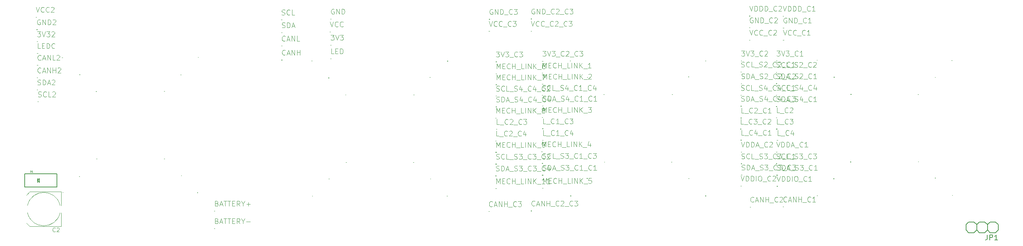
<source format=gbr>
G04 #@! TF.FileFunction,Legend,Top*
%FSLAX46Y46*%
G04 Gerber Fmt 4.6, Leading zero omitted, Abs format (unit mm)*
G04 Created by KiCad (PCBNEW 4.0.6) date 05/08/17 10:58:46*
%MOMM*%
%LPD*%
G01*
G04 APERTURE LIST*
%ADD10C,0.100000*%
%ADD11C,0.101600*%
%ADD12C,0.127000*%
%ADD13C,0.152400*%
%ADD14C,0.002032*%
%ADD15C,0.081280*%
%ADD16C,0.032512*%
G04 APERTURE END LIST*
D10*
D11*
X33828100Y-126757898D02*
G75*
G03X41528100Y-126757900I3850000J872599D01*
G01*
X41778100Y-126707900D02*
X41778100Y-129982900D01*
X41778100Y-129982900D02*
X34378100Y-129982900D01*
X34378100Y-129982900D02*
X33578100Y-129182900D01*
X33578100Y-122582900D02*
X34378100Y-121782900D01*
X34378100Y-121782900D02*
X41778100Y-121782900D01*
X41778100Y-121782900D02*
X41778100Y-125032900D01*
X41528100Y-125007902D02*
G75*
G03X33828100Y-125007900I-3850000J-872599D01*
G01*
D12*
X33143100Y-120475900D02*
X33143100Y-120227900D01*
X33143100Y-120227900D02*
X33143100Y-117481900D01*
X33143100Y-117481900D02*
X40748100Y-117481900D01*
X40748100Y-117481900D02*
X40748100Y-117687900D01*
X40748100Y-117687900D02*
X40748100Y-117745400D01*
X40748100Y-117687900D02*
X40748100Y-120681900D01*
X40748100Y-120681900D02*
X33143100Y-120681900D01*
X33143100Y-120681900D02*
X33143100Y-120227900D01*
X36614600Y-119526400D02*
X36614600Y-118637400D01*
X36614600Y-118637400D02*
X36233600Y-119081900D01*
X36233600Y-119081900D02*
X36614600Y-119526400D01*
X36233600Y-119526400D02*
X36233600Y-118637400D01*
D13*
X262800100Y-131458900D02*
X261530100Y-131458900D01*
X261530100Y-131458900D02*
X260895100Y-130823900D01*
X260895100Y-130823900D02*
X260895100Y-129553900D01*
X260895100Y-129553900D02*
X261530100Y-128918900D01*
X260895100Y-130823900D02*
X260260100Y-131458900D01*
X260260100Y-131458900D02*
X258990100Y-131458900D01*
X258990100Y-131458900D02*
X258355100Y-130823900D01*
X258355100Y-130823900D02*
X258355100Y-129553900D01*
X258355100Y-129553900D02*
X258990100Y-128918900D01*
X258990100Y-128918900D02*
X260260100Y-128918900D01*
X260260100Y-128918900D02*
X260895100Y-129553900D01*
X263435100Y-130823900D02*
X263435100Y-129553900D01*
X262800100Y-131458900D02*
X263435100Y-130823900D01*
X263435100Y-129553900D02*
X262800100Y-128918900D01*
X261530100Y-128918900D02*
X262800100Y-128918900D01*
X258355100Y-130823900D02*
X257720100Y-131458900D01*
X257720100Y-131458900D02*
X256450100Y-131458900D01*
X256450100Y-131458900D02*
X255815100Y-130823900D01*
X255815100Y-130823900D02*
X255815100Y-129553900D01*
X255815100Y-129553900D02*
X256450100Y-128918900D01*
X256450100Y-128918900D02*
X257720100Y-128918900D01*
X257720100Y-128918900D02*
X258355100Y-129553900D01*
D11*
X211034957Y-88417848D02*
X211781838Y-88417848D01*
X211379671Y-88877467D01*
X211552029Y-88877467D01*
X211666933Y-88934919D01*
X211724386Y-88992371D01*
X211781838Y-89107276D01*
X211781838Y-89394538D01*
X211724386Y-89509443D01*
X211666933Y-89566895D01*
X211552029Y-89624348D01*
X211207314Y-89624348D01*
X211092410Y-89566895D01*
X211034957Y-89509443D01*
X212126553Y-88417848D02*
X212528719Y-89624348D01*
X212930886Y-88417848D01*
X213218148Y-88417848D02*
X213965029Y-88417848D01*
X213562862Y-88877467D01*
X213735220Y-88877467D01*
X213850124Y-88934919D01*
X213907577Y-88992371D01*
X213965029Y-89107276D01*
X213965029Y-89394538D01*
X213907577Y-89509443D01*
X213850124Y-89566895D01*
X213735220Y-89624348D01*
X213390505Y-89624348D01*
X213275601Y-89566895D01*
X213218148Y-89509443D01*
X214194839Y-89739252D02*
X215114077Y-89739252D01*
X216090767Y-89509443D02*
X216033315Y-89566895D01*
X215860958Y-89624348D01*
X215746053Y-89624348D01*
X215573696Y-89566895D01*
X215458791Y-89451990D01*
X215401339Y-89337086D01*
X215343887Y-89107276D01*
X215343887Y-88934919D01*
X215401339Y-88705110D01*
X215458791Y-88590205D01*
X215573696Y-88475300D01*
X215746053Y-88417848D01*
X215860958Y-88417848D01*
X216033315Y-88475300D01*
X216090767Y-88532752D01*
X217239815Y-89624348D02*
X216550387Y-89624348D01*
X216895101Y-89624348D02*
X216895101Y-88417848D01*
X216780196Y-88590205D01*
X216665291Y-88705110D01*
X216550387Y-88762562D01*
D14*
X210910245Y-90788551D02*
X210910245Y-90764421D01*
X210919438Y-90764421D01*
X210921736Y-90765570D01*
X210922885Y-90766719D01*
X210924034Y-90769017D01*
X210924034Y-90772464D01*
X210922885Y-90774762D01*
X210921736Y-90775911D01*
X210919438Y-90777060D01*
X210910245Y-90777060D01*
X210930928Y-90764421D02*
X210944717Y-90764421D01*
X210937822Y-90788551D02*
X210937822Y-90764421D01*
X210966549Y-90788551D02*
X210958505Y-90777060D01*
X210952760Y-90788551D02*
X210952760Y-90764421D01*
X210961953Y-90764421D01*
X210964251Y-90765570D01*
X210965400Y-90766719D01*
X210966549Y-90769017D01*
X210966549Y-90772464D01*
X210965400Y-90774762D01*
X210964251Y-90775911D01*
X210961953Y-90777060D01*
X210952760Y-90777060D01*
X210989530Y-90788551D02*
X210975741Y-90788551D01*
X210982635Y-90788551D02*
X210982635Y-90764421D01*
X210980337Y-90767868D01*
X210978039Y-90770166D01*
X210975741Y-90771315D01*
X210996424Y-90764421D02*
X211010213Y-90764421D01*
X211003318Y-90788551D02*
X211003318Y-90764421D01*
X211018256Y-90788551D02*
X211018256Y-90764421D01*
X211027449Y-90764421D01*
X211029747Y-90765570D01*
X211030896Y-90766719D01*
X211032045Y-90769017D01*
X211032045Y-90772464D01*
X211030896Y-90774762D01*
X211029747Y-90775911D01*
X211027449Y-90777060D01*
X211018256Y-90777060D01*
X211055026Y-90788551D02*
X211041237Y-90788551D01*
X211048131Y-90788551D02*
X211048131Y-90764421D01*
X211045833Y-90767868D01*
X211043535Y-90770166D01*
X211041237Y-90771315D01*
X211078007Y-90788551D02*
X211064218Y-90788551D01*
X211071112Y-90788551D02*
X211071112Y-90764421D01*
X211068814Y-90767868D01*
X211066516Y-90770166D01*
X211064218Y-90771315D01*
X211102137Y-90788551D02*
X211094093Y-90777060D01*
X211088348Y-90788551D02*
X211088348Y-90764421D01*
X211097541Y-90764421D01*
X211099839Y-90765570D01*
X211100988Y-90766719D01*
X211102137Y-90769017D01*
X211102137Y-90772464D01*
X211100988Y-90774762D01*
X211099839Y-90775911D01*
X211097541Y-90777060D01*
X211088348Y-90777060D01*
D11*
X213383838Y-80652100D02*
X213268933Y-80594648D01*
X213096576Y-80594648D01*
X212924219Y-80652100D01*
X212809314Y-80767005D01*
X212751862Y-80881910D01*
X212694410Y-81111719D01*
X212694410Y-81284076D01*
X212751862Y-81513886D01*
X212809314Y-81628790D01*
X212924219Y-81743695D01*
X213096576Y-81801148D01*
X213211481Y-81801148D01*
X213383838Y-81743695D01*
X213441290Y-81686243D01*
X213441290Y-81284076D01*
X213211481Y-81284076D01*
X213958362Y-81801148D02*
X213958362Y-80594648D01*
X214647790Y-81801148D01*
X214647790Y-80594648D01*
X215222314Y-81801148D02*
X215222314Y-80594648D01*
X215509576Y-80594648D01*
X215681933Y-80652100D01*
X215796838Y-80767005D01*
X215854290Y-80881910D01*
X215911742Y-81111719D01*
X215911742Y-81284076D01*
X215854290Y-81513886D01*
X215796838Y-81628790D01*
X215681933Y-81743695D01*
X215509576Y-81801148D01*
X215222314Y-81801148D01*
X216141552Y-81916052D02*
X217060790Y-81916052D01*
X218037480Y-81686243D02*
X217980028Y-81743695D01*
X217807671Y-81801148D01*
X217692766Y-81801148D01*
X217520409Y-81743695D01*
X217405504Y-81628790D01*
X217348052Y-81513886D01*
X217290600Y-81284076D01*
X217290600Y-81111719D01*
X217348052Y-80881910D01*
X217405504Y-80767005D01*
X217520409Y-80652100D01*
X217692766Y-80594648D01*
X217807671Y-80594648D01*
X217980028Y-80652100D01*
X218037480Y-80709552D01*
X219186528Y-81801148D02*
X218497100Y-81801148D01*
X218841814Y-81801148D02*
X218841814Y-80594648D01*
X218726909Y-80767005D01*
X218612004Y-80881910D01*
X218497100Y-80939362D01*
D14*
X212512245Y-82965351D02*
X212512245Y-82941221D01*
X212521438Y-82941221D01*
X212523736Y-82942370D01*
X212524885Y-82943519D01*
X212526034Y-82945817D01*
X212526034Y-82949264D01*
X212524885Y-82951562D01*
X212523736Y-82952711D01*
X212521438Y-82953860D01*
X212512245Y-82953860D01*
X212532928Y-82941221D02*
X212546717Y-82941221D01*
X212539822Y-82965351D02*
X212539822Y-82941221D01*
X212568549Y-82965351D02*
X212560505Y-82953860D01*
X212554760Y-82965351D02*
X212554760Y-82941221D01*
X212563953Y-82941221D01*
X212566251Y-82942370D01*
X212567400Y-82943519D01*
X212568549Y-82945817D01*
X212568549Y-82949264D01*
X212567400Y-82951562D01*
X212566251Y-82952711D01*
X212563953Y-82953860D01*
X212554760Y-82953860D01*
X212591530Y-82965351D02*
X212577741Y-82965351D01*
X212584635Y-82965351D02*
X212584635Y-82941221D01*
X212582337Y-82944668D01*
X212580039Y-82946966D01*
X212577741Y-82948115D01*
X212598424Y-82941221D02*
X212612213Y-82941221D01*
X212605318Y-82965351D02*
X212605318Y-82941221D01*
X212620256Y-82965351D02*
X212620256Y-82941221D01*
X212629449Y-82941221D01*
X212631747Y-82942370D01*
X212632896Y-82943519D01*
X212634045Y-82945817D01*
X212634045Y-82949264D01*
X212632896Y-82951562D01*
X212631747Y-82952711D01*
X212629449Y-82953860D01*
X212620256Y-82953860D01*
X212657026Y-82965351D02*
X212643237Y-82965351D01*
X212650131Y-82965351D02*
X212650131Y-82941221D01*
X212647833Y-82944668D01*
X212645535Y-82946966D01*
X212643237Y-82948115D01*
X212680007Y-82965351D02*
X212666218Y-82965351D01*
X212673112Y-82965351D02*
X212673112Y-82941221D01*
X212670814Y-82944668D01*
X212668516Y-82946966D01*
X212666218Y-82948115D01*
X212704137Y-82965351D02*
X212696093Y-82953860D01*
X212690348Y-82965351D02*
X212690348Y-82941221D01*
X212699541Y-82941221D01*
X212701839Y-82942370D01*
X212702988Y-82943519D01*
X212704137Y-82945817D01*
X212704137Y-82949264D01*
X212702988Y-82951562D01*
X212701839Y-82952711D01*
X212699541Y-82953860D01*
X212690348Y-82953860D01*
D11*
X202680157Y-88417848D02*
X203427038Y-88417848D01*
X203024871Y-88877467D01*
X203197229Y-88877467D01*
X203312133Y-88934919D01*
X203369586Y-88992371D01*
X203427038Y-89107276D01*
X203427038Y-89394538D01*
X203369586Y-89509443D01*
X203312133Y-89566895D01*
X203197229Y-89624348D01*
X202852514Y-89624348D01*
X202737610Y-89566895D01*
X202680157Y-89509443D01*
X203771753Y-88417848D02*
X204173919Y-89624348D01*
X204576086Y-88417848D01*
X204863348Y-88417848D02*
X205610229Y-88417848D01*
X205208062Y-88877467D01*
X205380420Y-88877467D01*
X205495324Y-88934919D01*
X205552777Y-88992371D01*
X205610229Y-89107276D01*
X205610229Y-89394538D01*
X205552777Y-89509443D01*
X205495324Y-89566895D01*
X205380420Y-89624348D01*
X205035705Y-89624348D01*
X204920801Y-89566895D01*
X204863348Y-89509443D01*
X205840039Y-89739252D02*
X206759277Y-89739252D01*
X207735967Y-89509443D02*
X207678515Y-89566895D01*
X207506158Y-89624348D01*
X207391253Y-89624348D01*
X207218896Y-89566895D01*
X207103991Y-89451990D01*
X207046539Y-89337086D01*
X206989087Y-89107276D01*
X206989087Y-88934919D01*
X207046539Y-88705110D01*
X207103991Y-88590205D01*
X207218896Y-88475300D01*
X207391253Y-88417848D01*
X207506158Y-88417848D01*
X207678515Y-88475300D01*
X207735967Y-88532752D01*
X208195587Y-88532752D02*
X208253039Y-88475300D01*
X208367944Y-88417848D01*
X208655206Y-88417848D01*
X208770110Y-88475300D01*
X208827563Y-88532752D01*
X208885015Y-88647657D01*
X208885015Y-88762562D01*
X208827563Y-88934919D01*
X208138134Y-89624348D01*
X208885015Y-89624348D01*
D14*
X202555445Y-90788551D02*
X202555445Y-90764421D01*
X202564638Y-90764421D01*
X202566936Y-90765570D01*
X202568085Y-90766719D01*
X202569234Y-90769017D01*
X202569234Y-90772464D01*
X202568085Y-90774762D01*
X202566936Y-90775911D01*
X202564638Y-90777060D01*
X202555445Y-90777060D01*
X202576128Y-90764421D02*
X202589917Y-90764421D01*
X202583022Y-90788551D02*
X202583022Y-90764421D01*
X202611749Y-90788551D02*
X202603705Y-90777060D01*
X202597960Y-90788551D02*
X202597960Y-90764421D01*
X202607153Y-90764421D01*
X202609451Y-90765570D01*
X202610600Y-90766719D01*
X202611749Y-90769017D01*
X202611749Y-90772464D01*
X202610600Y-90774762D01*
X202609451Y-90775911D01*
X202607153Y-90777060D01*
X202597960Y-90777060D01*
X202634730Y-90788551D02*
X202620941Y-90788551D01*
X202627835Y-90788551D02*
X202627835Y-90764421D01*
X202625537Y-90767868D01*
X202623239Y-90770166D01*
X202620941Y-90771315D01*
X202641624Y-90764421D02*
X202655413Y-90764421D01*
X202648518Y-90788551D02*
X202648518Y-90764421D01*
X202663456Y-90788551D02*
X202663456Y-90764421D01*
X202672649Y-90764421D01*
X202674947Y-90765570D01*
X202676096Y-90766719D01*
X202677245Y-90769017D01*
X202677245Y-90772464D01*
X202676096Y-90774762D01*
X202674947Y-90775911D01*
X202672649Y-90777060D01*
X202663456Y-90777060D01*
X202700226Y-90788551D02*
X202686437Y-90788551D01*
X202693331Y-90788551D02*
X202693331Y-90764421D01*
X202691033Y-90767868D01*
X202688735Y-90770166D01*
X202686437Y-90771315D01*
X202723207Y-90788551D02*
X202709418Y-90788551D01*
X202716312Y-90788551D02*
X202716312Y-90764421D01*
X202714014Y-90767868D01*
X202711716Y-90770166D01*
X202709418Y-90771315D01*
X202747337Y-90788551D02*
X202739293Y-90777060D01*
X202733548Y-90788551D02*
X202733548Y-90764421D01*
X202742741Y-90764421D01*
X202745039Y-90765570D01*
X202746188Y-90766719D01*
X202747337Y-90769017D01*
X202747337Y-90772464D01*
X202746188Y-90774762D01*
X202745039Y-90775911D01*
X202742741Y-90777060D01*
X202733548Y-90777060D01*
D11*
X205382838Y-80601300D02*
X205267933Y-80543848D01*
X205095576Y-80543848D01*
X204923219Y-80601300D01*
X204808314Y-80716205D01*
X204750862Y-80831110D01*
X204693410Y-81060919D01*
X204693410Y-81233276D01*
X204750862Y-81463086D01*
X204808314Y-81577990D01*
X204923219Y-81692895D01*
X205095576Y-81750348D01*
X205210481Y-81750348D01*
X205382838Y-81692895D01*
X205440290Y-81635443D01*
X205440290Y-81233276D01*
X205210481Y-81233276D01*
X205957362Y-81750348D02*
X205957362Y-80543848D01*
X206646790Y-81750348D01*
X206646790Y-80543848D01*
X207221314Y-81750348D02*
X207221314Y-80543848D01*
X207508576Y-80543848D01*
X207680933Y-80601300D01*
X207795838Y-80716205D01*
X207853290Y-80831110D01*
X207910742Y-81060919D01*
X207910742Y-81233276D01*
X207853290Y-81463086D01*
X207795838Y-81577990D01*
X207680933Y-81692895D01*
X207508576Y-81750348D01*
X207221314Y-81750348D01*
X208140552Y-81865252D02*
X209059790Y-81865252D01*
X210036480Y-81635443D02*
X209979028Y-81692895D01*
X209806671Y-81750348D01*
X209691766Y-81750348D01*
X209519409Y-81692895D01*
X209404504Y-81577990D01*
X209347052Y-81463086D01*
X209289600Y-81233276D01*
X209289600Y-81060919D01*
X209347052Y-80831110D01*
X209404504Y-80716205D01*
X209519409Y-80601300D01*
X209691766Y-80543848D01*
X209806671Y-80543848D01*
X209979028Y-80601300D01*
X210036480Y-80658752D01*
X210496100Y-80658752D02*
X210553552Y-80601300D01*
X210668457Y-80543848D01*
X210955719Y-80543848D01*
X211070623Y-80601300D01*
X211128076Y-80658752D01*
X211185528Y-80773657D01*
X211185528Y-80888562D01*
X211128076Y-81060919D01*
X210438647Y-81750348D01*
X211185528Y-81750348D01*
D14*
X204511245Y-82914551D02*
X204511245Y-82890421D01*
X204520438Y-82890421D01*
X204522736Y-82891570D01*
X204523885Y-82892719D01*
X204525034Y-82895017D01*
X204525034Y-82898464D01*
X204523885Y-82900762D01*
X204522736Y-82901911D01*
X204520438Y-82903060D01*
X204511245Y-82903060D01*
X204531928Y-82890421D02*
X204545717Y-82890421D01*
X204538822Y-82914551D02*
X204538822Y-82890421D01*
X204567549Y-82914551D02*
X204559505Y-82903060D01*
X204553760Y-82914551D02*
X204553760Y-82890421D01*
X204562953Y-82890421D01*
X204565251Y-82891570D01*
X204566400Y-82892719D01*
X204567549Y-82895017D01*
X204567549Y-82898464D01*
X204566400Y-82900762D01*
X204565251Y-82901911D01*
X204562953Y-82903060D01*
X204553760Y-82903060D01*
X204590530Y-82914551D02*
X204576741Y-82914551D01*
X204583635Y-82914551D02*
X204583635Y-82890421D01*
X204581337Y-82893868D01*
X204579039Y-82896166D01*
X204576741Y-82897315D01*
X204597424Y-82890421D02*
X204611213Y-82890421D01*
X204604318Y-82914551D02*
X204604318Y-82890421D01*
X204619256Y-82914551D02*
X204619256Y-82890421D01*
X204628449Y-82890421D01*
X204630747Y-82891570D01*
X204631896Y-82892719D01*
X204633045Y-82895017D01*
X204633045Y-82898464D01*
X204631896Y-82900762D01*
X204630747Y-82901911D01*
X204628449Y-82903060D01*
X204619256Y-82903060D01*
X204656026Y-82914551D02*
X204642237Y-82914551D01*
X204649131Y-82914551D02*
X204649131Y-82890421D01*
X204646833Y-82893868D01*
X204644535Y-82896166D01*
X204642237Y-82897315D01*
X204679007Y-82914551D02*
X204665218Y-82914551D01*
X204672112Y-82914551D02*
X204672112Y-82890421D01*
X204669814Y-82893868D01*
X204667516Y-82896166D01*
X204665218Y-82897315D01*
X204703137Y-82914551D02*
X204695093Y-82903060D01*
X204689348Y-82914551D02*
X204689348Y-82890421D01*
X204698541Y-82890421D01*
X204700839Y-82891570D01*
X204701988Y-82892719D01*
X204703137Y-82895017D01*
X204703137Y-82898464D01*
X204701988Y-82900762D01*
X204700839Y-82901911D01*
X204698541Y-82903060D01*
X204689348Y-82903060D01*
D11*
X155664757Y-88468648D02*
X156411638Y-88468648D01*
X156009471Y-88928267D01*
X156181829Y-88928267D01*
X156296733Y-88985719D01*
X156354186Y-89043171D01*
X156411638Y-89158076D01*
X156411638Y-89445338D01*
X156354186Y-89560243D01*
X156296733Y-89617695D01*
X156181829Y-89675148D01*
X155837114Y-89675148D01*
X155722210Y-89617695D01*
X155664757Y-89560243D01*
X156756353Y-88468648D02*
X157158519Y-89675148D01*
X157560686Y-88468648D01*
X157847948Y-88468648D02*
X158594829Y-88468648D01*
X158192662Y-88928267D01*
X158365020Y-88928267D01*
X158479924Y-88985719D01*
X158537377Y-89043171D01*
X158594829Y-89158076D01*
X158594829Y-89445338D01*
X158537377Y-89560243D01*
X158479924Y-89617695D01*
X158365020Y-89675148D01*
X158020305Y-89675148D01*
X157905401Y-89617695D01*
X157847948Y-89560243D01*
X158824639Y-89790052D02*
X159743877Y-89790052D01*
X160720567Y-89560243D02*
X160663115Y-89617695D01*
X160490758Y-89675148D01*
X160375853Y-89675148D01*
X160203496Y-89617695D01*
X160088591Y-89502790D01*
X160031139Y-89387886D01*
X159973687Y-89158076D01*
X159973687Y-88985719D01*
X160031139Y-88755910D01*
X160088591Y-88641005D01*
X160203496Y-88526100D01*
X160375853Y-88468648D01*
X160490758Y-88468648D01*
X160663115Y-88526100D01*
X160720567Y-88583552D01*
X161180187Y-88583552D02*
X161237639Y-88526100D01*
X161352544Y-88468648D01*
X161639806Y-88468648D01*
X161754710Y-88526100D01*
X161812163Y-88583552D01*
X161869615Y-88698457D01*
X161869615Y-88813362D01*
X161812163Y-88985719D01*
X161122734Y-89675148D01*
X161869615Y-89675148D01*
X162099425Y-89790052D02*
X163018663Y-89790052D01*
X163995353Y-89560243D02*
X163937901Y-89617695D01*
X163765544Y-89675148D01*
X163650639Y-89675148D01*
X163478282Y-89617695D01*
X163363377Y-89502790D01*
X163305925Y-89387886D01*
X163248473Y-89158076D01*
X163248473Y-88985719D01*
X163305925Y-88755910D01*
X163363377Y-88641005D01*
X163478282Y-88526100D01*
X163650639Y-88468648D01*
X163765544Y-88468648D01*
X163937901Y-88526100D01*
X163995353Y-88583552D01*
X164397520Y-88468648D02*
X165144401Y-88468648D01*
X164742234Y-88928267D01*
X164914592Y-88928267D01*
X165029496Y-88985719D01*
X165086949Y-89043171D01*
X165144401Y-89158076D01*
X165144401Y-89445338D01*
X165086949Y-89560243D01*
X165029496Y-89617695D01*
X164914592Y-89675148D01*
X164569877Y-89675148D01*
X164454973Y-89617695D01*
X164397520Y-89560243D01*
D14*
X155540045Y-90839351D02*
X155540045Y-90815221D01*
X155549238Y-90815221D01*
X155551536Y-90816370D01*
X155552685Y-90817519D01*
X155553834Y-90819817D01*
X155553834Y-90823264D01*
X155552685Y-90825562D01*
X155551536Y-90826711D01*
X155549238Y-90827860D01*
X155540045Y-90827860D01*
X155560728Y-90815221D02*
X155574517Y-90815221D01*
X155567622Y-90839351D02*
X155567622Y-90815221D01*
X155596349Y-90839351D02*
X155588305Y-90827860D01*
X155582560Y-90839351D02*
X155582560Y-90815221D01*
X155591753Y-90815221D01*
X155594051Y-90816370D01*
X155595200Y-90817519D01*
X155596349Y-90819817D01*
X155596349Y-90823264D01*
X155595200Y-90825562D01*
X155594051Y-90826711D01*
X155591753Y-90827860D01*
X155582560Y-90827860D01*
X155619330Y-90839351D02*
X155605541Y-90839351D01*
X155612435Y-90839351D02*
X155612435Y-90815221D01*
X155610137Y-90818668D01*
X155607839Y-90820966D01*
X155605541Y-90822115D01*
X155626224Y-90815221D02*
X155640013Y-90815221D01*
X155633118Y-90839351D02*
X155633118Y-90815221D01*
X155648056Y-90839351D02*
X155648056Y-90815221D01*
X155657249Y-90815221D01*
X155659547Y-90816370D01*
X155660696Y-90817519D01*
X155661845Y-90819817D01*
X155661845Y-90823264D01*
X155660696Y-90825562D01*
X155659547Y-90826711D01*
X155657249Y-90827860D01*
X155648056Y-90827860D01*
X155684826Y-90839351D02*
X155671037Y-90839351D01*
X155677931Y-90839351D02*
X155677931Y-90815221D01*
X155675633Y-90818668D01*
X155673335Y-90820966D01*
X155671037Y-90822115D01*
X155707807Y-90839351D02*
X155694018Y-90839351D01*
X155700912Y-90839351D02*
X155700912Y-90815221D01*
X155698614Y-90818668D01*
X155696316Y-90820966D01*
X155694018Y-90822115D01*
X155731937Y-90839351D02*
X155723893Y-90827860D01*
X155718148Y-90839351D02*
X155718148Y-90815221D01*
X155727341Y-90815221D01*
X155729639Y-90816370D01*
X155730788Y-90817519D01*
X155731937Y-90819817D01*
X155731937Y-90823264D01*
X155730788Y-90825562D01*
X155729639Y-90826711D01*
X155727341Y-90827860D01*
X155718148Y-90827860D01*
D11*
X153744638Y-78518500D02*
X153629733Y-78461048D01*
X153457376Y-78461048D01*
X153285019Y-78518500D01*
X153170114Y-78633405D01*
X153112662Y-78748310D01*
X153055210Y-78978119D01*
X153055210Y-79150476D01*
X153112662Y-79380286D01*
X153170114Y-79495190D01*
X153285019Y-79610095D01*
X153457376Y-79667548D01*
X153572281Y-79667548D01*
X153744638Y-79610095D01*
X153802090Y-79552643D01*
X153802090Y-79150476D01*
X153572281Y-79150476D01*
X154319162Y-79667548D02*
X154319162Y-78461048D01*
X155008590Y-79667548D01*
X155008590Y-78461048D01*
X155583114Y-79667548D02*
X155583114Y-78461048D01*
X155870376Y-78461048D01*
X156042733Y-78518500D01*
X156157638Y-78633405D01*
X156215090Y-78748310D01*
X156272542Y-78978119D01*
X156272542Y-79150476D01*
X156215090Y-79380286D01*
X156157638Y-79495190D01*
X156042733Y-79610095D01*
X155870376Y-79667548D01*
X155583114Y-79667548D01*
X156502352Y-79782452D02*
X157421590Y-79782452D01*
X158398280Y-79552643D02*
X158340828Y-79610095D01*
X158168471Y-79667548D01*
X158053566Y-79667548D01*
X157881209Y-79610095D01*
X157766304Y-79495190D01*
X157708852Y-79380286D01*
X157651400Y-79150476D01*
X157651400Y-78978119D01*
X157708852Y-78748310D01*
X157766304Y-78633405D01*
X157881209Y-78518500D01*
X158053566Y-78461048D01*
X158168471Y-78461048D01*
X158340828Y-78518500D01*
X158398280Y-78575952D01*
X158857900Y-78575952D02*
X158915352Y-78518500D01*
X159030257Y-78461048D01*
X159317519Y-78461048D01*
X159432423Y-78518500D01*
X159489876Y-78575952D01*
X159547328Y-78690857D01*
X159547328Y-78805762D01*
X159489876Y-78978119D01*
X158800447Y-79667548D01*
X159547328Y-79667548D01*
X159777138Y-79782452D02*
X160696376Y-79782452D01*
X161673066Y-79552643D02*
X161615614Y-79610095D01*
X161443257Y-79667548D01*
X161328352Y-79667548D01*
X161155995Y-79610095D01*
X161041090Y-79495190D01*
X160983638Y-79380286D01*
X160926186Y-79150476D01*
X160926186Y-78978119D01*
X160983638Y-78748310D01*
X161041090Y-78633405D01*
X161155995Y-78518500D01*
X161328352Y-78461048D01*
X161443257Y-78461048D01*
X161615614Y-78518500D01*
X161673066Y-78575952D01*
X162075233Y-78461048D02*
X162822114Y-78461048D01*
X162419947Y-78920667D01*
X162592305Y-78920667D01*
X162707209Y-78978119D01*
X162764662Y-79035571D01*
X162822114Y-79150476D01*
X162822114Y-79437738D01*
X162764662Y-79552643D01*
X162707209Y-79610095D01*
X162592305Y-79667548D01*
X162247590Y-79667548D01*
X162132686Y-79610095D01*
X162075233Y-79552643D01*
D14*
X152873045Y-80831751D02*
X152873045Y-80807621D01*
X152882238Y-80807621D01*
X152884536Y-80808770D01*
X152885685Y-80809919D01*
X152886834Y-80812217D01*
X152886834Y-80815664D01*
X152885685Y-80817962D01*
X152884536Y-80819111D01*
X152882238Y-80820260D01*
X152873045Y-80820260D01*
X152893728Y-80807621D02*
X152907517Y-80807621D01*
X152900622Y-80831751D02*
X152900622Y-80807621D01*
X152929349Y-80831751D02*
X152921305Y-80820260D01*
X152915560Y-80831751D02*
X152915560Y-80807621D01*
X152924753Y-80807621D01*
X152927051Y-80808770D01*
X152928200Y-80809919D01*
X152929349Y-80812217D01*
X152929349Y-80815664D01*
X152928200Y-80817962D01*
X152927051Y-80819111D01*
X152924753Y-80820260D01*
X152915560Y-80820260D01*
X152952330Y-80831751D02*
X152938541Y-80831751D01*
X152945435Y-80831751D02*
X152945435Y-80807621D01*
X152943137Y-80811068D01*
X152940839Y-80813366D01*
X152938541Y-80814515D01*
X152959224Y-80807621D02*
X152973013Y-80807621D01*
X152966118Y-80831751D02*
X152966118Y-80807621D01*
X152981056Y-80831751D02*
X152981056Y-80807621D01*
X152990249Y-80807621D01*
X152992547Y-80808770D01*
X152993696Y-80809919D01*
X152994845Y-80812217D01*
X152994845Y-80815664D01*
X152993696Y-80817962D01*
X152992547Y-80819111D01*
X152990249Y-80820260D01*
X152981056Y-80820260D01*
X153017826Y-80831751D02*
X153004037Y-80831751D01*
X153010931Y-80831751D02*
X153010931Y-80807621D01*
X153008633Y-80811068D01*
X153006335Y-80813366D01*
X153004037Y-80814515D01*
X153040807Y-80831751D02*
X153027018Y-80831751D01*
X153033912Y-80831751D02*
X153033912Y-80807621D01*
X153031614Y-80811068D01*
X153029316Y-80813366D01*
X153027018Y-80814515D01*
X153064937Y-80831751D02*
X153056893Y-80820260D01*
X153051148Y-80831751D02*
X153051148Y-80807621D01*
X153060341Y-80807621D01*
X153062639Y-80808770D01*
X153063788Y-80809919D01*
X153064937Y-80812217D01*
X153064937Y-80815664D01*
X153063788Y-80817962D01*
X153062639Y-80819111D01*
X153060341Y-80820260D01*
X153051148Y-80820260D01*
D11*
X144684757Y-88626248D02*
X145431638Y-88626248D01*
X145029471Y-89085867D01*
X145201829Y-89085867D01*
X145316733Y-89143319D01*
X145374186Y-89200771D01*
X145431638Y-89315676D01*
X145431638Y-89602938D01*
X145374186Y-89717843D01*
X145316733Y-89775295D01*
X145201829Y-89832748D01*
X144857114Y-89832748D01*
X144742210Y-89775295D01*
X144684757Y-89717843D01*
X145776353Y-88626248D02*
X146178519Y-89832748D01*
X146580686Y-88626248D01*
X146867948Y-88626248D02*
X147614829Y-88626248D01*
X147212662Y-89085867D01*
X147385020Y-89085867D01*
X147499924Y-89143319D01*
X147557377Y-89200771D01*
X147614829Y-89315676D01*
X147614829Y-89602938D01*
X147557377Y-89717843D01*
X147499924Y-89775295D01*
X147385020Y-89832748D01*
X147040305Y-89832748D01*
X146925401Y-89775295D01*
X146867948Y-89717843D01*
X147844639Y-89947652D02*
X148763877Y-89947652D01*
X149740567Y-89717843D02*
X149683115Y-89775295D01*
X149510758Y-89832748D01*
X149395853Y-89832748D01*
X149223496Y-89775295D01*
X149108591Y-89660390D01*
X149051139Y-89545486D01*
X148993687Y-89315676D01*
X148993687Y-89143319D01*
X149051139Y-88913510D01*
X149108591Y-88798605D01*
X149223496Y-88683700D01*
X149395853Y-88626248D01*
X149510758Y-88626248D01*
X149683115Y-88683700D01*
X149740567Y-88741152D01*
X150142734Y-88626248D02*
X150889615Y-88626248D01*
X150487448Y-89085867D01*
X150659806Y-89085867D01*
X150774710Y-89143319D01*
X150832163Y-89200771D01*
X150889615Y-89315676D01*
X150889615Y-89602938D01*
X150832163Y-89717843D01*
X150774710Y-89775295D01*
X150659806Y-89832748D01*
X150315091Y-89832748D01*
X150200187Y-89775295D01*
X150142734Y-89717843D01*
D14*
X144560045Y-90996951D02*
X144560045Y-90972821D01*
X144569238Y-90972821D01*
X144571536Y-90973970D01*
X144572685Y-90975119D01*
X144573834Y-90977417D01*
X144573834Y-90980864D01*
X144572685Y-90983162D01*
X144571536Y-90984311D01*
X144569238Y-90985460D01*
X144560045Y-90985460D01*
X144580728Y-90972821D02*
X144594517Y-90972821D01*
X144587622Y-90996951D02*
X144587622Y-90972821D01*
X144616349Y-90996951D02*
X144608305Y-90985460D01*
X144602560Y-90996951D02*
X144602560Y-90972821D01*
X144611753Y-90972821D01*
X144614051Y-90973970D01*
X144615200Y-90975119D01*
X144616349Y-90977417D01*
X144616349Y-90980864D01*
X144615200Y-90983162D01*
X144614051Y-90984311D01*
X144611753Y-90985460D01*
X144602560Y-90985460D01*
X144639330Y-90996951D02*
X144625541Y-90996951D01*
X144632435Y-90996951D02*
X144632435Y-90972821D01*
X144630137Y-90976268D01*
X144627839Y-90978566D01*
X144625541Y-90979715D01*
X144646224Y-90972821D02*
X144660013Y-90972821D01*
X144653118Y-90996951D02*
X144653118Y-90972821D01*
X144668056Y-90996951D02*
X144668056Y-90972821D01*
X144677249Y-90972821D01*
X144679547Y-90973970D01*
X144680696Y-90975119D01*
X144681845Y-90977417D01*
X144681845Y-90980864D01*
X144680696Y-90983162D01*
X144679547Y-90984311D01*
X144677249Y-90985460D01*
X144668056Y-90985460D01*
X144704826Y-90996951D02*
X144691037Y-90996951D01*
X144697931Y-90996951D02*
X144697931Y-90972821D01*
X144695633Y-90976268D01*
X144693335Y-90978566D01*
X144691037Y-90979715D01*
X144727807Y-90996951D02*
X144714018Y-90996951D01*
X144720912Y-90996951D02*
X144720912Y-90972821D01*
X144718614Y-90976268D01*
X144716316Y-90978566D01*
X144714018Y-90979715D01*
X144751937Y-90996951D02*
X144743893Y-90985460D01*
X144738148Y-90996951D02*
X144738148Y-90972821D01*
X144747341Y-90972821D01*
X144749639Y-90973970D01*
X144750788Y-90975119D01*
X144751937Y-90977417D01*
X144751937Y-90980864D01*
X144750788Y-90983162D01*
X144749639Y-90984311D01*
X144747341Y-90985460D01*
X144738148Y-90985460D01*
D11*
X143822038Y-78605100D02*
X143707133Y-78547648D01*
X143534776Y-78547648D01*
X143362419Y-78605100D01*
X143247514Y-78720005D01*
X143190062Y-78834910D01*
X143132610Y-79064719D01*
X143132610Y-79237076D01*
X143190062Y-79466886D01*
X143247514Y-79581790D01*
X143362419Y-79696695D01*
X143534776Y-79754148D01*
X143649681Y-79754148D01*
X143822038Y-79696695D01*
X143879490Y-79639243D01*
X143879490Y-79237076D01*
X143649681Y-79237076D01*
X144396562Y-79754148D02*
X144396562Y-78547648D01*
X145085990Y-79754148D01*
X145085990Y-78547648D01*
X145660514Y-79754148D02*
X145660514Y-78547648D01*
X145947776Y-78547648D01*
X146120133Y-78605100D01*
X146235038Y-78720005D01*
X146292490Y-78834910D01*
X146349942Y-79064719D01*
X146349942Y-79237076D01*
X146292490Y-79466886D01*
X146235038Y-79581790D01*
X146120133Y-79696695D01*
X145947776Y-79754148D01*
X145660514Y-79754148D01*
X146579752Y-79869052D02*
X147498990Y-79869052D01*
X148475680Y-79639243D02*
X148418228Y-79696695D01*
X148245871Y-79754148D01*
X148130966Y-79754148D01*
X147958609Y-79696695D01*
X147843704Y-79581790D01*
X147786252Y-79466886D01*
X147728800Y-79237076D01*
X147728800Y-79064719D01*
X147786252Y-78834910D01*
X147843704Y-78720005D01*
X147958609Y-78605100D01*
X148130966Y-78547648D01*
X148245871Y-78547648D01*
X148418228Y-78605100D01*
X148475680Y-78662552D01*
X148877847Y-78547648D02*
X149624728Y-78547648D01*
X149222561Y-79007267D01*
X149394919Y-79007267D01*
X149509823Y-79064719D01*
X149567276Y-79122171D01*
X149624728Y-79237076D01*
X149624728Y-79524338D01*
X149567276Y-79639243D01*
X149509823Y-79696695D01*
X149394919Y-79754148D01*
X149050204Y-79754148D01*
X148935300Y-79696695D01*
X148877847Y-79639243D01*
D14*
X142950445Y-80918351D02*
X142950445Y-80894221D01*
X142959638Y-80894221D01*
X142961936Y-80895370D01*
X142963085Y-80896519D01*
X142964234Y-80898817D01*
X142964234Y-80902264D01*
X142963085Y-80904562D01*
X142961936Y-80905711D01*
X142959638Y-80906860D01*
X142950445Y-80906860D01*
X142971128Y-80894221D02*
X142984917Y-80894221D01*
X142978022Y-80918351D02*
X142978022Y-80894221D01*
X143006749Y-80918351D02*
X142998705Y-80906860D01*
X142992960Y-80918351D02*
X142992960Y-80894221D01*
X143002153Y-80894221D01*
X143004451Y-80895370D01*
X143005600Y-80896519D01*
X143006749Y-80898817D01*
X143006749Y-80902264D01*
X143005600Y-80904562D01*
X143004451Y-80905711D01*
X143002153Y-80906860D01*
X142992960Y-80906860D01*
X143029730Y-80918351D02*
X143015941Y-80918351D01*
X143022835Y-80918351D02*
X143022835Y-80894221D01*
X143020537Y-80897668D01*
X143018239Y-80899966D01*
X143015941Y-80901115D01*
X143036624Y-80894221D02*
X143050413Y-80894221D01*
X143043518Y-80918351D02*
X143043518Y-80894221D01*
X143058456Y-80918351D02*
X143058456Y-80894221D01*
X143067649Y-80894221D01*
X143069947Y-80895370D01*
X143071096Y-80896519D01*
X143072245Y-80898817D01*
X143072245Y-80902264D01*
X143071096Y-80904562D01*
X143069947Y-80905711D01*
X143067649Y-80906860D01*
X143058456Y-80906860D01*
X143095226Y-80918351D02*
X143081437Y-80918351D01*
X143088331Y-80918351D02*
X143088331Y-80894221D01*
X143086033Y-80897668D01*
X143083735Y-80899966D01*
X143081437Y-80901115D01*
X143118207Y-80918351D02*
X143104418Y-80918351D01*
X143111312Y-80918351D02*
X143111312Y-80894221D01*
X143109014Y-80897668D01*
X143106716Y-80899966D01*
X143104418Y-80901115D01*
X143142337Y-80918351D02*
X143134293Y-80906860D01*
X143128548Y-80918351D02*
X143128548Y-80894221D01*
X143137741Y-80894221D01*
X143140039Y-80895370D01*
X143141188Y-80896519D01*
X143142337Y-80898817D01*
X143142337Y-80902264D01*
X143141188Y-80904562D01*
X143140039Y-80905711D01*
X143137741Y-80906860D01*
X143128548Y-80906860D01*
D11*
X211697986Y-103060948D02*
X211123462Y-103060948D01*
X211123462Y-101854448D01*
X211812890Y-103175852D02*
X212732128Y-103175852D01*
X213708818Y-102946043D02*
X213651366Y-103003495D01*
X213479009Y-103060948D01*
X213364104Y-103060948D01*
X213191747Y-103003495D01*
X213076842Y-102888590D01*
X213019390Y-102773686D01*
X212961938Y-102543876D01*
X212961938Y-102371519D01*
X213019390Y-102141710D01*
X213076842Y-102026805D01*
X213191747Y-101911900D01*
X213364104Y-101854448D01*
X213479009Y-101854448D01*
X213651366Y-101911900D01*
X213708818Y-101969352D01*
X214168438Y-101969352D02*
X214225890Y-101911900D01*
X214340795Y-101854448D01*
X214628057Y-101854448D01*
X214742961Y-101911900D01*
X214800414Y-101969352D01*
X214857866Y-102084257D01*
X214857866Y-102199162D01*
X214800414Y-102371519D01*
X214110985Y-103060948D01*
X214857866Y-103060948D01*
D14*
X210883845Y-104225151D02*
X210883845Y-104201021D01*
X210893038Y-104201021D01*
X210895336Y-104202170D01*
X210896485Y-104203319D01*
X210897634Y-104205617D01*
X210897634Y-104209064D01*
X210896485Y-104211362D01*
X210895336Y-104212511D01*
X210893038Y-104213660D01*
X210883845Y-104213660D01*
X210904528Y-104201021D02*
X210918317Y-104201021D01*
X210911422Y-104225151D02*
X210911422Y-104201021D01*
X210940149Y-104225151D02*
X210932105Y-104213660D01*
X210926360Y-104225151D02*
X210926360Y-104201021D01*
X210935553Y-104201021D01*
X210937851Y-104202170D01*
X210939000Y-104203319D01*
X210940149Y-104205617D01*
X210940149Y-104209064D01*
X210939000Y-104211362D01*
X210937851Y-104212511D01*
X210935553Y-104213660D01*
X210926360Y-104213660D01*
X210963130Y-104225151D02*
X210949341Y-104225151D01*
X210956235Y-104225151D02*
X210956235Y-104201021D01*
X210953937Y-104204468D01*
X210951639Y-104206766D01*
X210949341Y-104207915D01*
X210970024Y-104201021D02*
X210983813Y-104201021D01*
X210976918Y-104225151D02*
X210976918Y-104201021D01*
X210991856Y-104225151D02*
X210991856Y-104201021D01*
X211001049Y-104201021D01*
X211003347Y-104202170D01*
X211004496Y-104203319D01*
X211005645Y-104205617D01*
X211005645Y-104209064D01*
X211004496Y-104211362D01*
X211003347Y-104212511D01*
X211001049Y-104213660D01*
X210991856Y-104213660D01*
X211028626Y-104225151D02*
X211014837Y-104225151D01*
X211021731Y-104225151D02*
X211021731Y-104201021D01*
X211019433Y-104204468D01*
X211017135Y-104206766D01*
X211014837Y-104207915D01*
X211051607Y-104225151D02*
X211037818Y-104225151D01*
X211044712Y-104225151D02*
X211044712Y-104201021D01*
X211042414Y-104204468D01*
X211040116Y-104206766D01*
X211037818Y-104207915D01*
X211075737Y-104225151D02*
X211067693Y-104213660D01*
X211061948Y-104225151D02*
X211061948Y-104201021D01*
X211071141Y-104201021D01*
X211073439Y-104202170D01*
X211074588Y-104203319D01*
X211075737Y-104205617D01*
X211075737Y-104209064D01*
X211074588Y-104211362D01*
X211073439Y-104212511D01*
X211071141Y-104213660D01*
X211061948Y-104213660D01*
D11*
X203293386Y-103111748D02*
X202718862Y-103111748D01*
X202718862Y-101905248D01*
X203408290Y-103226652D02*
X204327528Y-103226652D01*
X205304218Y-102996843D02*
X205246766Y-103054295D01*
X205074409Y-103111748D01*
X204959504Y-103111748D01*
X204787147Y-103054295D01*
X204672242Y-102939390D01*
X204614790Y-102824486D01*
X204557338Y-102594676D01*
X204557338Y-102422319D01*
X204614790Y-102192510D01*
X204672242Y-102077605D01*
X204787147Y-101962700D01*
X204959504Y-101905248D01*
X205074409Y-101905248D01*
X205246766Y-101962700D01*
X205304218Y-102020152D01*
X205763838Y-102020152D02*
X205821290Y-101962700D01*
X205936195Y-101905248D01*
X206223457Y-101905248D01*
X206338361Y-101962700D01*
X206395814Y-102020152D01*
X206453266Y-102135057D01*
X206453266Y-102249962D01*
X206395814Y-102422319D01*
X205706385Y-103111748D01*
X206453266Y-103111748D01*
X206683076Y-103226652D02*
X207602314Y-103226652D01*
X208579004Y-102996843D02*
X208521552Y-103054295D01*
X208349195Y-103111748D01*
X208234290Y-103111748D01*
X208061933Y-103054295D01*
X207947028Y-102939390D01*
X207889576Y-102824486D01*
X207832124Y-102594676D01*
X207832124Y-102422319D01*
X207889576Y-102192510D01*
X207947028Y-102077605D01*
X208061933Y-101962700D01*
X208234290Y-101905248D01*
X208349195Y-101905248D01*
X208521552Y-101962700D01*
X208579004Y-102020152D01*
X209728052Y-103111748D02*
X209038624Y-103111748D01*
X209383338Y-103111748D02*
X209383338Y-101905248D01*
X209268433Y-102077605D01*
X209153528Y-102192510D01*
X209038624Y-102249962D01*
D14*
X202479245Y-104275951D02*
X202479245Y-104251821D01*
X202488438Y-104251821D01*
X202490736Y-104252970D01*
X202491885Y-104254119D01*
X202493034Y-104256417D01*
X202493034Y-104259864D01*
X202491885Y-104262162D01*
X202490736Y-104263311D01*
X202488438Y-104264460D01*
X202479245Y-104264460D01*
X202499928Y-104251821D02*
X202513717Y-104251821D01*
X202506822Y-104275951D02*
X202506822Y-104251821D01*
X202535549Y-104275951D02*
X202527505Y-104264460D01*
X202521760Y-104275951D02*
X202521760Y-104251821D01*
X202530953Y-104251821D01*
X202533251Y-104252970D01*
X202534400Y-104254119D01*
X202535549Y-104256417D01*
X202535549Y-104259864D01*
X202534400Y-104262162D01*
X202533251Y-104263311D01*
X202530953Y-104264460D01*
X202521760Y-104264460D01*
X202558530Y-104275951D02*
X202544741Y-104275951D01*
X202551635Y-104275951D02*
X202551635Y-104251821D01*
X202549337Y-104255268D01*
X202547039Y-104257566D01*
X202544741Y-104258715D01*
X202565424Y-104251821D02*
X202579213Y-104251821D01*
X202572318Y-104275951D02*
X202572318Y-104251821D01*
X202587256Y-104275951D02*
X202587256Y-104251821D01*
X202596449Y-104251821D01*
X202598747Y-104252970D01*
X202599896Y-104254119D01*
X202601045Y-104256417D01*
X202601045Y-104259864D01*
X202599896Y-104262162D01*
X202598747Y-104263311D01*
X202596449Y-104264460D01*
X202587256Y-104264460D01*
X202624026Y-104275951D02*
X202610237Y-104275951D01*
X202617131Y-104275951D02*
X202617131Y-104251821D01*
X202614833Y-104255268D01*
X202612535Y-104257566D01*
X202610237Y-104258715D01*
X202647007Y-104275951D02*
X202633218Y-104275951D01*
X202640112Y-104275951D02*
X202640112Y-104251821D01*
X202637814Y-104255268D01*
X202635516Y-104257566D01*
X202633218Y-104258715D01*
X202671137Y-104275951D02*
X202663093Y-104264460D01*
X202657348Y-104275951D02*
X202657348Y-104251821D01*
X202666541Y-104251821D01*
X202668839Y-104252970D01*
X202669988Y-104254119D01*
X202671137Y-104256417D01*
X202671137Y-104259864D01*
X202669988Y-104262162D01*
X202668839Y-104263311D01*
X202666541Y-104264460D01*
X202657348Y-104264460D01*
D11*
X211723386Y-105727948D02*
X211148862Y-105727948D01*
X211148862Y-104521448D01*
X211838290Y-105842852D02*
X212757528Y-105842852D01*
X213734218Y-105613043D02*
X213676766Y-105670495D01*
X213504409Y-105727948D01*
X213389504Y-105727948D01*
X213217147Y-105670495D01*
X213102242Y-105555590D01*
X213044790Y-105440686D01*
X212987338Y-105210876D01*
X212987338Y-105038519D01*
X213044790Y-104808710D01*
X213102242Y-104693805D01*
X213217147Y-104578900D01*
X213389504Y-104521448D01*
X213504409Y-104521448D01*
X213676766Y-104578900D01*
X213734218Y-104636352D01*
X214136385Y-104521448D02*
X214883266Y-104521448D01*
X214481099Y-104981067D01*
X214653457Y-104981067D01*
X214768361Y-105038519D01*
X214825814Y-105095971D01*
X214883266Y-105210876D01*
X214883266Y-105498138D01*
X214825814Y-105613043D01*
X214768361Y-105670495D01*
X214653457Y-105727948D01*
X214308742Y-105727948D01*
X214193838Y-105670495D01*
X214136385Y-105613043D01*
D14*
X210909245Y-106892151D02*
X210909245Y-106868021D01*
X210918438Y-106868021D01*
X210920736Y-106869170D01*
X210921885Y-106870319D01*
X210923034Y-106872617D01*
X210923034Y-106876064D01*
X210921885Y-106878362D01*
X210920736Y-106879511D01*
X210918438Y-106880660D01*
X210909245Y-106880660D01*
X210929928Y-106868021D02*
X210943717Y-106868021D01*
X210936822Y-106892151D02*
X210936822Y-106868021D01*
X210965549Y-106892151D02*
X210957505Y-106880660D01*
X210951760Y-106892151D02*
X210951760Y-106868021D01*
X210960953Y-106868021D01*
X210963251Y-106869170D01*
X210964400Y-106870319D01*
X210965549Y-106872617D01*
X210965549Y-106876064D01*
X210964400Y-106878362D01*
X210963251Y-106879511D01*
X210960953Y-106880660D01*
X210951760Y-106880660D01*
X210988530Y-106892151D02*
X210974741Y-106892151D01*
X210981635Y-106892151D02*
X210981635Y-106868021D01*
X210979337Y-106871468D01*
X210977039Y-106873766D01*
X210974741Y-106874915D01*
X210995424Y-106868021D02*
X211009213Y-106868021D01*
X211002318Y-106892151D02*
X211002318Y-106868021D01*
X211017256Y-106892151D02*
X211017256Y-106868021D01*
X211026449Y-106868021D01*
X211028747Y-106869170D01*
X211029896Y-106870319D01*
X211031045Y-106872617D01*
X211031045Y-106876064D01*
X211029896Y-106878362D01*
X211028747Y-106879511D01*
X211026449Y-106880660D01*
X211017256Y-106880660D01*
X211054026Y-106892151D02*
X211040237Y-106892151D01*
X211047131Y-106892151D02*
X211047131Y-106868021D01*
X211044833Y-106871468D01*
X211042535Y-106873766D01*
X211040237Y-106874915D01*
X211077007Y-106892151D02*
X211063218Y-106892151D01*
X211070112Y-106892151D02*
X211070112Y-106868021D01*
X211067814Y-106871468D01*
X211065516Y-106873766D01*
X211063218Y-106874915D01*
X211101137Y-106892151D02*
X211093093Y-106880660D01*
X211087348Y-106892151D02*
X211087348Y-106868021D01*
X211096541Y-106868021D01*
X211098839Y-106869170D01*
X211099988Y-106870319D01*
X211101137Y-106872617D01*
X211101137Y-106876064D01*
X211099988Y-106878362D01*
X211098839Y-106879511D01*
X211096541Y-106880660D01*
X211087348Y-106880660D01*
D11*
X203191786Y-105727948D02*
X202617262Y-105727948D01*
X202617262Y-104521448D01*
X203306690Y-105842852D02*
X204225928Y-105842852D01*
X205202618Y-105613043D02*
X205145166Y-105670495D01*
X204972809Y-105727948D01*
X204857904Y-105727948D01*
X204685547Y-105670495D01*
X204570642Y-105555590D01*
X204513190Y-105440686D01*
X204455738Y-105210876D01*
X204455738Y-105038519D01*
X204513190Y-104808710D01*
X204570642Y-104693805D01*
X204685547Y-104578900D01*
X204857904Y-104521448D01*
X204972809Y-104521448D01*
X205145166Y-104578900D01*
X205202618Y-104636352D01*
X205604785Y-104521448D02*
X206351666Y-104521448D01*
X205949499Y-104981067D01*
X206121857Y-104981067D01*
X206236761Y-105038519D01*
X206294214Y-105095971D01*
X206351666Y-105210876D01*
X206351666Y-105498138D01*
X206294214Y-105613043D01*
X206236761Y-105670495D01*
X206121857Y-105727948D01*
X205777142Y-105727948D01*
X205662238Y-105670495D01*
X205604785Y-105613043D01*
X206581476Y-105842852D02*
X207500714Y-105842852D01*
X208477404Y-105613043D02*
X208419952Y-105670495D01*
X208247595Y-105727948D01*
X208132690Y-105727948D01*
X207960333Y-105670495D01*
X207845428Y-105555590D01*
X207787976Y-105440686D01*
X207730524Y-105210876D01*
X207730524Y-105038519D01*
X207787976Y-104808710D01*
X207845428Y-104693805D01*
X207960333Y-104578900D01*
X208132690Y-104521448D01*
X208247595Y-104521448D01*
X208419952Y-104578900D01*
X208477404Y-104636352D01*
X208937024Y-104636352D02*
X208994476Y-104578900D01*
X209109381Y-104521448D01*
X209396643Y-104521448D01*
X209511547Y-104578900D01*
X209569000Y-104636352D01*
X209626452Y-104751257D01*
X209626452Y-104866162D01*
X209569000Y-105038519D01*
X208879571Y-105727948D01*
X209626452Y-105727948D01*
D14*
X202377645Y-106892151D02*
X202377645Y-106868021D01*
X202386838Y-106868021D01*
X202389136Y-106869170D01*
X202390285Y-106870319D01*
X202391434Y-106872617D01*
X202391434Y-106876064D01*
X202390285Y-106878362D01*
X202389136Y-106879511D01*
X202386838Y-106880660D01*
X202377645Y-106880660D01*
X202398328Y-106868021D02*
X202412117Y-106868021D01*
X202405222Y-106892151D02*
X202405222Y-106868021D01*
X202433949Y-106892151D02*
X202425905Y-106880660D01*
X202420160Y-106892151D02*
X202420160Y-106868021D01*
X202429353Y-106868021D01*
X202431651Y-106869170D01*
X202432800Y-106870319D01*
X202433949Y-106872617D01*
X202433949Y-106876064D01*
X202432800Y-106878362D01*
X202431651Y-106879511D01*
X202429353Y-106880660D01*
X202420160Y-106880660D01*
X202456930Y-106892151D02*
X202443141Y-106892151D01*
X202450035Y-106892151D02*
X202450035Y-106868021D01*
X202447737Y-106871468D01*
X202445439Y-106873766D01*
X202443141Y-106874915D01*
X202463824Y-106868021D02*
X202477613Y-106868021D01*
X202470718Y-106892151D02*
X202470718Y-106868021D01*
X202485656Y-106892151D02*
X202485656Y-106868021D01*
X202494849Y-106868021D01*
X202497147Y-106869170D01*
X202498296Y-106870319D01*
X202499445Y-106872617D01*
X202499445Y-106876064D01*
X202498296Y-106878362D01*
X202497147Y-106879511D01*
X202494849Y-106880660D01*
X202485656Y-106880660D01*
X202522426Y-106892151D02*
X202508637Y-106892151D01*
X202515531Y-106892151D02*
X202515531Y-106868021D01*
X202513233Y-106871468D01*
X202510935Y-106873766D01*
X202508637Y-106874915D01*
X202545407Y-106892151D02*
X202531618Y-106892151D01*
X202538512Y-106892151D02*
X202538512Y-106868021D01*
X202536214Y-106871468D01*
X202533916Y-106873766D01*
X202531618Y-106874915D01*
X202569537Y-106892151D02*
X202561493Y-106880660D01*
X202555748Y-106892151D02*
X202555748Y-106868021D01*
X202564941Y-106868021D01*
X202567239Y-106869170D01*
X202568388Y-106870319D01*
X202569537Y-106872617D01*
X202569537Y-106876064D01*
X202568388Y-106878362D01*
X202567239Y-106879511D01*
X202564941Y-106880660D01*
X202555748Y-106880660D01*
D11*
X156379586Y-105651748D02*
X155805062Y-105651748D01*
X155805062Y-104445248D01*
X156494490Y-105766652D02*
X157413728Y-105766652D01*
X158390418Y-105536843D02*
X158332966Y-105594295D01*
X158160609Y-105651748D01*
X158045704Y-105651748D01*
X157873347Y-105594295D01*
X157758442Y-105479390D01*
X157700990Y-105364486D01*
X157643538Y-105134676D01*
X157643538Y-104962319D01*
X157700990Y-104732510D01*
X157758442Y-104617605D01*
X157873347Y-104502700D01*
X158045704Y-104445248D01*
X158160609Y-104445248D01*
X158332966Y-104502700D01*
X158390418Y-104560152D01*
X159539466Y-105651748D02*
X158850038Y-105651748D01*
X159194752Y-105651748D02*
X159194752Y-104445248D01*
X159079847Y-104617605D01*
X158964942Y-104732510D01*
X158850038Y-104789962D01*
X159769276Y-105766652D02*
X160688514Y-105766652D01*
X161665204Y-105536843D02*
X161607752Y-105594295D01*
X161435395Y-105651748D01*
X161320490Y-105651748D01*
X161148133Y-105594295D01*
X161033228Y-105479390D01*
X160975776Y-105364486D01*
X160918324Y-105134676D01*
X160918324Y-104962319D01*
X160975776Y-104732510D01*
X161033228Y-104617605D01*
X161148133Y-104502700D01*
X161320490Y-104445248D01*
X161435395Y-104445248D01*
X161607752Y-104502700D01*
X161665204Y-104560152D01*
X162067371Y-104445248D02*
X162814252Y-104445248D01*
X162412085Y-104904867D01*
X162584443Y-104904867D01*
X162699347Y-104962319D01*
X162756800Y-105019771D01*
X162814252Y-105134676D01*
X162814252Y-105421938D01*
X162756800Y-105536843D01*
X162699347Y-105594295D01*
X162584443Y-105651748D01*
X162239728Y-105651748D01*
X162124824Y-105594295D01*
X162067371Y-105536843D01*
D14*
X155565445Y-106815951D02*
X155565445Y-106791821D01*
X155574638Y-106791821D01*
X155576936Y-106792970D01*
X155578085Y-106794119D01*
X155579234Y-106796417D01*
X155579234Y-106799864D01*
X155578085Y-106802162D01*
X155576936Y-106803311D01*
X155574638Y-106804460D01*
X155565445Y-106804460D01*
X155586128Y-106791821D02*
X155599917Y-106791821D01*
X155593022Y-106815951D02*
X155593022Y-106791821D01*
X155621749Y-106815951D02*
X155613705Y-106804460D01*
X155607960Y-106815951D02*
X155607960Y-106791821D01*
X155617153Y-106791821D01*
X155619451Y-106792970D01*
X155620600Y-106794119D01*
X155621749Y-106796417D01*
X155621749Y-106799864D01*
X155620600Y-106802162D01*
X155619451Y-106803311D01*
X155617153Y-106804460D01*
X155607960Y-106804460D01*
X155644730Y-106815951D02*
X155630941Y-106815951D01*
X155637835Y-106815951D02*
X155637835Y-106791821D01*
X155635537Y-106795268D01*
X155633239Y-106797566D01*
X155630941Y-106798715D01*
X155651624Y-106791821D02*
X155665413Y-106791821D01*
X155658518Y-106815951D02*
X155658518Y-106791821D01*
X155673456Y-106815951D02*
X155673456Y-106791821D01*
X155682649Y-106791821D01*
X155684947Y-106792970D01*
X155686096Y-106794119D01*
X155687245Y-106796417D01*
X155687245Y-106799864D01*
X155686096Y-106802162D01*
X155684947Y-106803311D01*
X155682649Y-106804460D01*
X155673456Y-106804460D01*
X155710226Y-106815951D02*
X155696437Y-106815951D01*
X155703331Y-106815951D02*
X155703331Y-106791821D01*
X155701033Y-106795268D01*
X155698735Y-106797566D01*
X155696437Y-106798715D01*
X155733207Y-106815951D02*
X155719418Y-106815951D01*
X155726312Y-106815951D02*
X155726312Y-106791821D01*
X155724014Y-106795268D01*
X155721716Y-106797566D01*
X155719418Y-106798715D01*
X155757337Y-106815951D02*
X155749293Y-106804460D01*
X155743548Y-106815951D02*
X155743548Y-106791821D01*
X155752741Y-106791821D01*
X155755039Y-106792970D01*
X155756188Y-106794119D01*
X155757337Y-106796417D01*
X155757337Y-106799864D01*
X155756188Y-106802162D01*
X155755039Y-106803311D01*
X155752741Y-106804460D01*
X155743548Y-106804460D01*
D11*
X145450386Y-105809348D02*
X144875862Y-105809348D01*
X144875862Y-104602848D01*
X145565290Y-105924252D02*
X146484528Y-105924252D01*
X147461218Y-105694443D02*
X147403766Y-105751895D01*
X147231409Y-105809348D01*
X147116504Y-105809348D01*
X146944147Y-105751895D01*
X146829242Y-105636990D01*
X146771790Y-105522086D01*
X146714338Y-105292276D01*
X146714338Y-105119919D01*
X146771790Y-104890110D01*
X146829242Y-104775205D01*
X146944147Y-104660300D01*
X147116504Y-104602848D01*
X147231409Y-104602848D01*
X147403766Y-104660300D01*
X147461218Y-104717752D01*
X147920838Y-104717752D02*
X147978290Y-104660300D01*
X148093195Y-104602848D01*
X148380457Y-104602848D01*
X148495361Y-104660300D01*
X148552814Y-104717752D01*
X148610266Y-104832657D01*
X148610266Y-104947562D01*
X148552814Y-105119919D01*
X147863385Y-105809348D01*
X148610266Y-105809348D01*
X148840076Y-105924252D02*
X149759314Y-105924252D01*
X150736004Y-105694443D02*
X150678552Y-105751895D01*
X150506195Y-105809348D01*
X150391290Y-105809348D01*
X150218933Y-105751895D01*
X150104028Y-105636990D01*
X150046576Y-105522086D01*
X149989124Y-105292276D01*
X149989124Y-105119919D01*
X150046576Y-104890110D01*
X150104028Y-104775205D01*
X150218933Y-104660300D01*
X150391290Y-104602848D01*
X150506195Y-104602848D01*
X150678552Y-104660300D01*
X150736004Y-104717752D01*
X151138171Y-104602848D02*
X151885052Y-104602848D01*
X151482885Y-105062467D01*
X151655243Y-105062467D01*
X151770147Y-105119919D01*
X151827600Y-105177371D01*
X151885052Y-105292276D01*
X151885052Y-105579538D01*
X151827600Y-105694443D01*
X151770147Y-105751895D01*
X151655243Y-105809348D01*
X151310528Y-105809348D01*
X151195624Y-105751895D01*
X151138171Y-105694443D01*
D14*
X144636245Y-106973551D02*
X144636245Y-106949421D01*
X144645438Y-106949421D01*
X144647736Y-106950570D01*
X144648885Y-106951719D01*
X144650034Y-106954017D01*
X144650034Y-106957464D01*
X144648885Y-106959762D01*
X144647736Y-106960911D01*
X144645438Y-106962060D01*
X144636245Y-106962060D01*
X144656928Y-106949421D02*
X144670717Y-106949421D01*
X144663822Y-106973551D02*
X144663822Y-106949421D01*
X144692549Y-106973551D02*
X144684505Y-106962060D01*
X144678760Y-106973551D02*
X144678760Y-106949421D01*
X144687953Y-106949421D01*
X144690251Y-106950570D01*
X144691400Y-106951719D01*
X144692549Y-106954017D01*
X144692549Y-106957464D01*
X144691400Y-106959762D01*
X144690251Y-106960911D01*
X144687953Y-106962060D01*
X144678760Y-106962060D01*
X144715530Y-106973551D02*
X144701741Y-106973551D01*
X144708635Y-106973551D02*
X144708635Y-106949421D01*
X144706337Y-106952868D01*
X144704039Y-106955166D01*
X144701741Y-106956315D01*
X144722424Y-106949421D02*
X144736213Y-106949421D01*
X144729318Y-106973551D02*
X144729318Y-106949421D01*
X144744256Y-106973551D02*
X144744256Y-106949421D01*
X144753449Y-106949421D01*
X144755747Y-106950570D01*
X144756896Y-106951719D01*
X144758045Y-106954017D01*
X144758045Y-106957464D01*
X144756896Y-106959762D01*
X144755747Y-106960911D01*
X144753449Y-106962060D01*
X144744256Y-106962060D01*
X144781026Y-106973551D02*
X144767237Y-106973551D01*
X144774131Y-106973551D02*
X144774131Y-106949421D01*
X144771833Y-106952868D01*
X144769535Y-106955166D01*
X144767237Y-106956315D01*
X144804007Y-106973551D02*
X144790218Y-106973551D01*
X144797112Y-106973551D02*
X144797112Y-106949421D01*
X144794814Y-106952868D01*
X144792516Y-106955166D01*
X144790218Y-106956315D01*
X144828137Y-106973551D02*
X144820093Y-106962060D01*
X144814348Y-106973551D02*
X144814348Y-106949421D01*
X144823541Y-106949421D01*
X144825839Y-106950570D01*
X144826988Y-106951719D01*
X144828137Y-106954017D01*
X144828137Y-106957464D01*
X144826988Y-106959762D01*
X144825839Y-106960911D01*
X144823541Y-106962060D01*
X144814348Y-106962060D01*
D11*
X211899386Y-108420348D02*
X211324862Y-108420348D01*
X211324862Y-107213848D01*
X212014290Y-108535252D02*
X212933528Y-108535252D01*
X213910218Y-108305443D02*
X213852766Y-108362895D01*
X213680409Y-108420348D01*
X213565504Y-108420348D01*
X213393147Y-108362895D01*
X213278242Y-108247990D01*
X213220790Y-108133086D01*
X213163338Y-107903276D01*
X213163338Y-107730919D01*
X213220790Y-107501110D01*
X213278242Y-107386205D01*
X213393147Y-107271300D01*
X213565504Y-107213848D01*
X213680409Y-107213848D01*
X213852766Y-107271300D01*
X213910218Y-107328752D01*
X214944361Y-107616014D02*
X214944361Y-108420348D01*
X214657099Y-107156395D02*
X214369838Y-108018181D01*
X215116718Y-108018181D01*
D14*
X211085245Y-109584551D02*
X211085245Y-109560421D01*
X211094438Y-109560421D01*
X211096736Y-109561570D01*
X211097885Y-109562719D01*
X211099034Y-109565017D01*
X211099034Y-109568464D01*
X211097885Y-109570762D01*
X211096736Y-109571911D01*
X211094438Y-109573060D01*
X211085245Y-109573060D01*
X211105928Y-109560421D02*
X211119717Y-109560421D01*
X211112822Y-109584551D02*
X211112822Y-109560421D01*
X211141549Y-109584551D02*
X211133505Y-109573060D01*
X211127760Y-109584551D02*
X211127760Y-109560421D01*
X211136953Y-109560421D01*
X211139251Y-109561570D01*
X211140400Y-109562719D01*
X211141549Y-109565017D01*
X211141549Y-109568464D01*
X211140400Y-109570762D01*
X211139251Y-109571911D01*
X211136953Y-109573060D01*
X211127760Y-109573060D01*
X211164530Y-109584551D02*
X211150741Y-109584551D01*
X211157635Y-109584551D02*
X211157635Y-109560421D01*
X211155337Y-109563868D01*
X211153039Y-109566166D01*
X211150741Y-109567315D01*
X211171424Y-109560421D02*
X211185213Y-109560421D01*
X211178318Y-109584551D02*
X211178318Y-109560421D01*
X211193256Y-109584551D02*
X211193256Y-109560421D01*
X211202449Y-109560421D01*
X211204747Y-109561570D01*
X211205896Y-109562719D01*
X211207045Y-109565017D01*
X211207045Y-109568464D01*
X211205896Y-109570762D01*
X211204747Y-109571911D01*
X211202449Y-109573060D01*
X211193256Y-109573060D01*
X211230026Y-109584551D02*
X211216237Y-109584551D01*
X211223131Y-109584551D02*
X211223131Y-109560421D01*
X211220833Y-109563868D01*
X211218535Y-109566166D01*
X211216237Y-109567315D01*
X211253007Y-109584551D02*
X211239218Y-109584551D01*
X211246112Y-109584551D02*
X211246112Y-109560421D01*
X211243814Y-109563868D01*
X211241516Y-109566166D01*
X211239218Y-109567315D01*
X211277137Y-109584551D02*
X211269093Y-109573060D01*
X211263348Y-109584551D02*
X211263348Y-109560421D01*
X211272541Y-109560421D01*
X211274839Y-109561570D01*
X211275988Y-109562719D01*
X211277137Y-109565017D01*
X211277137Y-109568464D01*
X211275988Y-109570762D01*
X211274839Y-109571911D01*
X211272541Y-109573060D01*
X211263348Y-109573060D01*
D11*
X203293386Y-108369548D02*
X202718862Y-108369548D01*
X202718862Y-107163048D01*
X203408290Y-108484452D02*
X204327528Y-108484452D01*
X205304218Y-108254643D02*
X205246766Y-108312095D01*
X205074409Y-108369548D01*
X204959504Y-108369548D01*
X204787147Y-108312095D01*
X204672242Y-108197190D01*
X204614790Y-108082286D01*
X204557338Y-107852476D01*
X204557338Y-107680119D01*
X204614790Y-107450310D01*
X204672242Y-107335405D01*
X204787147Y-107220500D01*
X204959504Y-107163048D01*
X205074409Y-107163048D01*
X205246766Y-107220500D01*
X205304218Y-107277952D01*
X206338361Y-107565214D02*
X206338361Y-108369548D01*
X206051099Y-107105595D02*
X205763838Y-107967381D01*
X206510718Y-107967381D01*
X206683076Y-108484452D02*
X207602314Y-108484452D01*
X208579004Y-108254643D02*
X208521552Y-108312095D01*
X208349195Y-108369548D01*
X208234290Y-108369548D01*
X208061933Y-108312095D01*
X207947028Y-108197190D01*
X207889576Y-108082286D01*
X207832124Y-107852476D01*
X207832124Y-107680119D01*
X207889576Y-107450310D01*
X207947028Y-107335405D01*
X208061933Y-107220500D01*
X208234290Y-107163048D01*
X208349195Y-107163048D01*
X208521552Y-107220500D01*
X208579004Y-107277952D01*
X209728052Y-108369548D02*
X209038624Y-108369548D01*
X209383338Y-108369548D02*
X209383338Y-107163048D01*
X209268433Y-107335405D01*
X209153528Y-107450310D01*
X209038624Y-107507762D01*
D14*
X202479245Y-109533751D02*
X202479245Y-109509621D01*
X202488438Y-109509621D01*
X202490736Y-109510770D01*
X202491885Y-109511919D01*
X202493034Y-109514217D01*
X202493034Y-109517664D01*
X202491885Y-109519962D01*
X202490736Y-109521111D01*
X202488438Y-109522260D01*
X202479245Y-109522260D01*
X202499928Y-109509621D02*
X202513717Y-109509621D01*
X202506822Y-109533751D02*
X202506822Y-109509621D01*
X202535549Y-109533751D02*
X202527505Y-109522260D01*
X202521760Y-109533751D02*
X202521760Y-109509621D01*
X202530953Y-109509621D01*
X202533251Y-109510770D01*
X202534400Y-109511919D01*
X202535549Y-109514217D01*
X202535549Y-109517664D01*
X202534400Y-109519962D01*
X202533251Y-109521111D01*
X202530953Y-109522260D01*
X202521760Y-109522260D01*
X202558530Y-109533751D02*
X202544741Y-109533751D01*
X202551635Y-109533751D02*
X202551635Y-109509621D01*
X202549337Y-109513068D01*
X202547039Y-109515366D01*
X202544741Y-109516515D01*
X202565424Y-109509621D02*
X202579213Y-109509621D01*
X202572318Y-109533751D02*
X202572318Y-109509621D01*
X202587256Y-109533751D02*
X202587256Y-109509621D01*
X202596449Y-109509621D01*
X202598747Y-109510770D01*
X202599896Y-109511919D01*
X202601045Y-109514217D01*
X202601045Y-109517664D01*
X202599896Y-109519962D01*
X202598747Y-109521111D01*
X202596449Y-109522260D01*
X202587256Y-109522260D01*
X202624026Y-109533751D02*
X202610237Y-109533751D01*
X202617131Y-109533751D02*
X202617131Y-109509621D01*
X202614833Y-109513068D01*
X202612535Y-109515366D01*
X202610237Y-109516515D01*
X202647007Y-109533751D02*
X202633218Y-109533751D01*
X202640112Y-109533751D02*
X202640112Y-109509621D01*
X202637814Y-109513068D01*
X202635516Y-109515366D01*
X202633218Y-109516515D01*
X202671137Y-109533751D02*
X202663093Y-109522260D01*
X202657348Y-109533751D02*
X202657348Y-109509621D01*
X202666541Y-109509621D01*
X202668839Y-109510770D01*
X202669988Y-109511919D01*
X202671137Y-109514217D01*
X202671137Y-109517664D01*
X202669988Y-109519962D01*
X202668839Y-109521111D01*
X202666541Y-109522260D01*
X202657348Y-109522260D01*
D11*
X156404986Y-108420348D02*
X155830462Y-108420348D01*
X155830462Y-107213848D01*
X156519890Y-108535252D02*
X157439128Y-108535252D01*
X158415818Y-108305443D02*
X158358366Y-108362895D01*
X158186009Y-108420348D01*
X158071104Y-108420348D01*
X157898747Y-108362895D01*
X157783842Y-108247990D01*
X157726390Y-108133086D01*
X157668938Y-107903276D01*
X157668938Y-107730919D01*
X157726390Y-107501110D01*
X157783842Y-107386205D01*
X157898747Y-107271300D01*
X158071104Y-107213848D01*
X158186009Y-107213848D01*
X158358366Y-107271300D01*
X158415818Y-107328752D01*
X159564866Y-108420348D02*
X158875438Y-108420348D01*
X159220152Y-108420348D02*
X159220152Y-107213848D01*
X159105247Y-107386205D01*
X158990342Y-107501110D01*
X158875438Y-107558562D01*
X159794676Y-108535252D02*
X160713914Y-108535252D01*
X161690604Y-108305443D02*
X161633152Y-108362895D01*
X161460795Y-108420348D01*
X161345890Y-108420348D01*
X161173533Y-108362895D01*
X161058628Y-108247990D01*
X161001176Y-108133086D01*
X160943724Y-107903276D01*
X160943724Y-107730919D01*
X161001176Y-107501110D01*
X161058628Y-107386205D01*
X161173533Y-107271300D01*
X161345890Y-107213848D01*
X161460795Y-107213848D01*
X161633152Y-107271300D01*
X161690604Y-107328752D01*
X162724747Y-107616014D02*
X162724747Y-108420348D01*
X162437485Y-107156395D02*
X162150224Y-108018181D01*
X162897104Y-108018181D01*
D14*
X155590845Y-109584551D02*
X155590845Y-109560421D01*
X155600038Y-109560421D01*
X155602336Y-109561570D01*
X155603485Y-109562719D01*
X155604634Y-109565017D01*
X155604634Y-109568464D01*
X155603485Y-109570762D01*
X155602336Y-109571911D01*
X155600038Y-109573060D01*
X155590845Y-109573060D01*
X155611528Y-109560421D02*
X155625317Y-109560421D01*
X155618422Y-109584551D02*
X155618422Y-109560421D01*
X155647149Y-109584551D02*
X155639105Y-109573060D01*
X155633360Y-109584551D02*
X155633360Y-109560421D01*
X155642553Y-109560421D01*
X155644851Y-109561570D01*
X155646000Y-109562719D01*
X155647149Y-109565017D01*
X155647149Y-109568464D01*
X155646000Y-109570762D01*
X155644851Y-109571911D01*
X155642553Y-109573060D01*
X155633360Y-109573060D01*
X155670130Y-109584551D02*
X155656341Y-109584551D01*
X155663235Y-109584551D02*
X155663235Y-109560421D01*
X155660937Y-109563868D01*
X155658639Y-109566166D01*
X155656341Y-109567315D01*
X155677024Y-109560421D02*
X155690813Y-109560421D01*
X155683918Y-109584551D02*
X155683918Y-109560421D01*
X155698856Y-109584551D02*
X155698856Y-109560421D01*
X155708049Y-109560421D01*
X155710347Y-109561570D01*
X155711496Y-109562719D01*
X155712645Y-109565017D01*
X155712645Y-109568464D01*
X155711496Y-109570762D01*
X155710347Y-109571911D01*
X155708049Y-109573060D01*
X155698856Y-109573060D01*
X155735626Y-109584551D02*
X155721837Y-109584551D01*
X155728731Y-109584551D02*
X155728731Y-109560421D01*
X155726433Y-109563868D01*
X155724135Y-109566166D01*
X155721837Y-109567315D01*
X155758607Y-109584551D02*
X155744818Y-109584551D01*
X155751712Y-109584551D02*
X155751712Y-109560421D01*
X155749414Y-109563868D01*
X155747116Y-109566166D01*
X155744818Y-109567315D01*
X155782737Y-109584551D02*
X155774693Y-109573060D01*
X155768948Y-109584551D02*
X155768948Y-109560421D01*
X155778141Y-109560421D01*
X155780439Y-109561570D01*
X155781588Y-109562719D01*
X155782737Y-109565017D01*
X155782737Y-109568464D01*
X155781588Y-109570762D01*
X155780439Y-109571911D01*
X155778141Y-109573060D01*
X155768948Y-109573060D01*
D11*
X145323386Y-108577948D02*
X144748862Y-108577948D01*
X144748862Y-107371448D01*
X145438290Y-108692852D02*
X146357528Y-108692852D01*
X147334218Y-108463043D02*
X147276766Y-108520495D01*
X147104409Y-108577948D01*
X146989504Y-108577948D01*
X146817147Y-108520495D01*
X146702242Y-108405590D01*
X146644790Y-108290686D01*
X146587338Y-108060876D01*
X146587338Y-107888519D01*
X146644790Y-107658710D01*
X146702242Y-107543805D01*
X146817147Y-107428900D01*
X146989504Y-107371448D01*
X147104409Y-107371448D01*
X147276766Y-107428900D01*
X147334218Y-107486352D01*
X147793838Y-107486352D02*
X147851290Y-107428900D01*
X147966195Y-107371448D01*
X148253457Y-107371448D01*
X148368361Y-107428900D01*
X148425814Y-107486352D01*
X148483266Y-107601257D01*
X148483266Y-107716162D01*
X148425814Y-107888519D01*
X147736385Y-108577948D01*
X148483266Y-108577948D01*
X148713076Y-108692852D02*
X149632314Y-108692852D01*
X150609004Y-108463043D02*
X150551552Y-108520495D01*
X150379195Y-108577948D01*
X150264290Y-108577948D01*
X150091933Y-108520495D01*
X149977028Y-108405590D01*
X149919576Y-108290686D01*
X149862124Y-108060876D01*
X149862124Y-107888519D01*
X149919576Y-107658710D01*
X149977028Y-107543805D01*
X150091933Y-107428900D01*
X150264290Y-107371448D01*
X150379195Y-107371448D01*
X150551552Y-107428900D01*
X150609004Y-107486352D01*
X151643147Y-107773614D02*
X151643147Y-108577948D01*
X151355885Y-107313995D02*
X151068624Y-108175781D01*
X151815504Y-108175781D01*
D14*
X144509245Y-109742151D02*
X144509245Y-109718021D01*
X144518438Y-109718021D01*
X144520736Y-109719170D01*
X144521885Y-109720319D01*
X144523034Y-109722617D01*
X144523034Y-109726064D01*
X144521885Y-109728362D01*
X144520736Y-109729511D01*
X144518438Y-109730660D01*
X144509245Y-109730660D01*
X144529928Y-109718021D02*
X144543717Y-109718021D01*
X144536822Y-109742151D02*
X144536822Y-109718021D01*
X144565549Y-109742151D02*
X144557505Y-109730660D01*
X144551760Y-109742151D02*
X144551760Y-109718021D01*
X144560953Y-109718021D01*
X144563251Y-109719170D01*
X144564400Y-109720319D01*
X144565549Y-109722617D01*
X144565549Y-109726064D01*
X144564400Y-109728362D01*
X144563251Y-109729511D01*
X144560953Y-109730660D01*
X144551760Y-109730660D01*
X144588530Y-109742151D02*
X144574741Y-109742151D01*
X144581635Y-109742151D02*
X144581635Y-109718021D01*
X144579337Y-109721468D01*
X144577039Y-109723766D01*
X144574741Y-109724915D01*
X144595424Y-109718021D02*
X144609213Y-109718021D01*
X144602318Y-109742151D02*
X144602318Y-109718021D01*
X144617256Y-109742151D02*
X144617256Y-109718021D01*
X144626449Y-109718021D01*
X144628747Y-109719170D01*
X144629896Y-109720319D01*
X144631045Y-109722617D01*
X144631045Y-109726064D01*
X144629896Y-109728362D01*
X144628747Y-109729511D01*
X144626449Y-109730660D01*
X144617256Y-109730660D01*
X144654026Y-109742151D02*
X144640237Y-109742151D01*
X144647131Y-109742151D02*
X144647131Y-109718021D01*
X144644833Y-109721468D01*
X144642535Y-109723766D01*
X144640237Y-109724915D01*
X144677007Y-109742151D02*
X144663218Y-109742151D01*
X144670112Y-109742151D02*
X144670112Y-109718021D01*
X144667814Y-109721468D01*
X144665516Y-109723766D01*
X144663218Y-109724915D01*
X144701137Y-109742151D02*
X144693093Y-109730660D01*
X144687348Y-109742151D02*
X144687348Y-109718021D01*
X144696541Y-109718021D01*
X144698839Y-109719170D01*
X144699988Y-109720319D01*
X144701137Y-109722617D01*
X144701137Y-109726064D01*
X144699988Y-109728362D01*
X144698839Y-109729511D01*
X144696541Y-109730660D01*
X144687348Y-109730660D01*
D11*
X144799662Y-95242948D02*
X144799662Y-94036448D01*
X145201829Y-94898233D01*
X145603995Y-94036448D01*
X145603995Y-95242948D01*
X146178519Y-94610971D02*
X146580686Y-94610971D01*
X146753043Y-95242948D02*
X146178519Y-95242948D01*
X146178519Y-94036448D01*
X146753043Y-94036448D01*
X147959542Y-95128043D02*
X147902090Y-95185495D01*
X147729733Y-95242948D01*
X147614828Y-95242948D01*
X147442471Y-95185495D01*
X147327566Y-95070590D01*
X147270114Y-94955686D01*
X147212662Y-94725876D01*
X147212662Y-94553519D01*
X147270114Y-94323710D01*
X147327566Y-94208805D01*
X147442471Y-94093900D01*
X147614828Y-94036448D01*
X147729733Y-94036448D01*
X147902090Y-94093900D01*
X147959542Y-94151352D01*
X148476614Y-95242948D02*
X148476614Y-94036448D01*
X148476614Y-94610971D02*
X149166042Y-94610971D01*
X149166042Y-95242948D02*
X149166042Y-94036448D01*
X149453304Y-95357852D02*
X150372542Y-95357852D01*
X151234328Y-95242948D02*
X150659804Y-95242948D01*
X150659804Y-94036448D01*
X151636494Y-95242948D02*
X151636494Y-94036448D01*
X152211018Y-95242948D02*
X152211018Y-94036448D01*
X152900446Y-95242948D01*
X152900446Y-94036448D01*
X153474970Y-95242948D02*
X153474970Y-94036448D01*
X154164398Y-95242948D02*
X153647327Y-94553519D01*
X154164398Y-94036448D02*
X153474970Y-94725876D01*
X154394208Y-95357852D02*
X155313446Y-95357852D01*
X155485803Y-94036448D02*
X156290136Y-94036448D01*
X155773065Y-95242948D01*
D14*
X144560045Y-96407151D02*
X144560045Y-96383021D01*
X144569238Y-96383021D01*
X144571536Y-96384170D01*
X144572685Y-96385319D01*
X144573834Y-96387617D01*
X144573834Y-96391064D01*
X144572685Y-96393362D01*
X144571536Y-96394511D01*
X144569238Y-96395660D01*
X144560045Y-96395660D01*
X144580728Y-96383021D02*
X144594517Y-96383021D01*
X144587622Y-96407151D02*
X144587622Y-96383021D01*
X144616349Y-96407151D02*
X144608305Y-96395660D01*
X144602560Y-96407151D02*
X144602560Y-96383021D01*
X144611753Y-96383021D01*
X144614051Y-96384170D01*
X144615200Y-96385319D01*
X144616349Y-96387617D01*
X144616349Y-96391064D01*
X144615200Y-96393362D01*
X144614051Y-96394511D01*
X144611753Y-96395660D01*
X144602560Y-96395660D01*
X144639330Y-96407151D02*
X144625541Y-96407151D01*
X144632435Y-96407151D02*
X144632435Y-96383021D01*
X144630137Y-96386468D01*
X144627839Y-96388766D01*
X144625541Y-96389915D01*
X144646224Y-96383021D02*
X144660013Y-96383021D01*
X144653118Y-96407151D02*
X144653118Y-96383021D01*
X144668056Y-96407151D02*
X144668056Y-96383021D01*
X144677249Y-96383021D01*
X144679547Y-96384170D01*
X144680696Y-96385319D01*
X144681845Y-96387617D01*
X144681845Y-96391064D01*
X144680696Y-96393362D01*
X144679547Y-96394511D01*
X144677249Y-96395660D01*
X144668056Y-96395660D01*
X144704826Y-96407151D02*
X144691037Y-96407151D01*
X144697931Y-96407151D02*
X144697931Y-96383021D01*
X144695633Y-96386468D01*
X144693335Y-96388766D01*
X144691037Y-96389915D01*
X144727807Y-96407151D02*
X144714018Y-96407151D01*
X144720912Y-96407151D02*
X144720912Y-96383021D01*
X144718614Y-96386468D01*
X144716316Y-96388766D01*
X144714018Y-96389915D01*
X144751937Y-96407151D02*
X144743893Y-96395660D01*
X144738148Y-96407151D02*
X144738148Y-96383021D01*
X144747341Y-96383021D01*
X144749639Y-96384170D01*
X144750788Y-96385319D01*
X144751937Y-96387617D01*
X144751937Y-96391064D01*
X144750788Y-96393362D01*
X144749639Y-96394511D01*
X144747341Y-96395660D01*
X144738148Y-96395660D01*
D11*
X144774262Y-119855548D02*
X144774262Y-118649048D01*
X145176429Y-119510833D01*
X145578595Y-118649048D01*
X145578595Y-119855548D01*
X146153119Y-119223571D02*
X146555286Y-119223571D01*
X146727643Y-119855548D02*
X146153119Y-119855548D01*
X146153119Y-118649048D01*
X146727643Y-118649048D01*
X147934142Y-119740643D02*
X147876690Y-119798095D01*
X147704333Y-119855548D01*
X147589428Y-119855548D01*
X147417071Y-119798095D01*
X147302166Y-119683190D01*
X147244714Y-119568286D01*
X147187262Y-119338476D01*
X147187262Y-119166119D01*
X147244714Y-118936310D01*
X147302166Y-118821405D01*
X147417071Y-118706500D01*
X147589428Y-118649048D01*
X147704333Y-118649048D01*
X147876690Y-118706500D01*
X147934142Y-118763952D01*
X148451214Y-119855548D02*
X148451214Y-118649048D01*
X148451214Y-119223571D02*
X149140642Y-119223571D01*
X149140642Y-119855548D02*
X149140642Y-118649048D01*
X149427904Y-119970452D02*
X150347142Y-119970452D01*
X151208928Y-119855548D02*
X150634404Y-119855548D01*
X150634404Y-118649048D01*
X151611094Y-119855548D02*
X151611094Y-118649048D01*
X152185618Y-119855548D02*
X152185618Y-118649048D01*
X152875046Y-119855548D01*
X152875046Y-118649048D01*
X153449570Y-119855548D02*
X153449570Y-118649048D01*
X154138998Y-119855548D02*
X153621927Y-119166119D01*
X154138998Y-118649048D02*
X153449570Y-119338476D01*
X154368808Y-119970452D02*
X155288046Y-119970452D01*
X156207284Y-119855548D02*
X155517856Y-119855548D01*
X155862570Y-119855548D02*
X155862570Y-118649048D01*
X155747665Y-118821405D01*
X155632760Y-118936310D01*
X155517856Y-118993762D01*
X157356332Y-119855548D02*
X156666904Y-119855548D01*
X157011618Y-119855548D02*
X157011618Y-118649048D01*
X156896713Y-118821405D01*
X156781808Y-118936310D01*
X156666904Y-118993762D01*
D14*
X144534645Y-121019751D02*
X144534645Y-120995621D01*
X144543838Y-120995621D01*
X144546136Y-120996770D01*
X144547285Y-120997919D01*
X144548434Y-121000217D01*
X144548434Y-121003664D01*
X144547285Y-121005962D01*
X144546136Y-121007111D01*
X144543838Y-121008260D01*
X144534645Y-121008260D01*
X144555328Y-120995621D02*
X144569117Y-120995621D01*
X144562222Y-121019751D02*
X144562222Y-120995621D01*
X144590949Y-121019751D02*
X144582905Y-121008260D01*
X144577160Y-121019751D02*
X144577160Y-120995621D01*
X144586353Y-120995621D01*
X144588651Y-120996770D01*
X144589800Y-120997919D01*
X144590949Y-121000217D01*
X144590949Y-121003664D01*
X144589800Y-121005962D01*
X144588651Y-121007111D01*
X144586353Y-121008260D01*
X144577160Y-121008260D01*
X144613930Y-121019751D02*
X144600141Y-121019751D01*
X144607035Y-121019751D02*
X144607035Y-120995621D01*
X144604737Y-120999068D01*
X144602439Y-121001366D01*
X144600141Y-121002515D01*
X144620824Y-120995621D02*
X144634613Y-120995621D01*
X144627718Y-121019751D02*
X144627718Y-120995621D01*
X144642656Y-121019751D02*
X144642656Y-120995621D01*
X144651849Y-120995621D01*
X144654147Y-120996770D01*
X144655296Y-120997919D01*
X144656445Y-121000217D01*
X144656445Y-121003664D01*
X144655296Y-121005962D01*
X144654147Y-121007111D01*
X144651849Y-121008260D01*
X144642656Y-121008260D01*
X144679426Y-121019751D02*
X144665637Y-121019751D01*
X144672531Y-121019751D02*
X144672531Y-120995621D01*
X144670233Y-120999068D01*
X144667935Y-121001366D01*
X144665637Y-121002515D01*
X144702407Y-121019751D02*
X144688618Y-121019751D01*
X144695512Y-121019751D02*
X144695512Y-120995621D01*
X144693214Y-120999068D01*
X144690916Y-121001366D01*
X144688618Y-121002515D01*
X144726537Y-121019751D02*
X144718493Y-121008260D01*
X144712748Y-121019751D02*
X144712748Y-120995621D01*
X144721941Y-120995621D01*
X144724239Y-120996770D01*
X144725388Y-120997919D01*
X144726537Y-121000217D01*
X144726537Y-121003664D01*
X144725388Y-121005962D01*
X144724239Y-121007111D01*
X144721941Y-121008260D01*
X144712748Y-121008260D01*
D11*
X144748862Y-103142348D02*
X144748862Y-101935848D01*
X145151029Y-102797633D01*
X145553195Y-101935848D01*
X145553195Y-103142348D01*
X146127719Y-102510371D02*
X146529886Y-102510371D01*
X146702243Y-103142348D02*
X146127719Y-103142348D01*
X146127719Y-101935848D01*
X146702243Y-101935848D01*
X147908742Y-103027443D02*
X147851290Y-103084895D01*
X147678933Y-103142348D01*
X147564028Y-103142348D01*
X147391671Y-103084895D01*
X147276766Y-102969990D01*
X147219314Y-102855086D01*
X147161862Y-102625276D01*
X147161862Y-102452919D01*
X147219314Y-102223110D01*
X147276766Y-102108205D01*
X147391671Y-101993300D01*
X147564028Y-101935848D01*
X147678933Y-101935848D01*
X147851290Y-101993300D01*
X147908742Y-102050752D01*
X148425814Y-103142348D02*
X148425814Y-101935848D01*
X148425814Y-102510371D02*
X149115242Y-102510371D01*
X149115242Y-103142348D02*
X149115242Y-101935848D01*
X149402504Y-103257252D02*
X150321742Y-103257252D01*
X151183528Y-103142348D02*
X150609004Y-103142348D01*
X150609004Y-101935848D01*
X151585694Y-103142348D02*
X151585694Y-101935848D01*
X152160218Y-103142348D02*
X152160218Y-101935848D01*
X152849646Y-103142348D01*
X152849646Y-101935848D01*
X153424170Y-103142348D02*
X153424170Y-101935848D01*
X154113598Y-103142348D02*
X153596527Y-102452919D01*
X154113598Y-101935848D02*
X153424170Y-102625276D01*
X154343408Y-103257252D02*
X155262646Y-103257252D01*
X155722265Y-102452919D02*
X155607360Y-102395467D01*
X155549908Y-102338014D01*
X155492456Y-102223110D01*
X155492456Y-102165657D01*
X155549908Y-102050752D01*
X155607360Y-101993300D01*
X155722265Y-101935848D01*
X155952075Y-101935848D01*
X156066979Y-101993300D01*
X156124432Y-102050752D01*
X156181884Y-102165657D01*
X156181884Y-102223110D01*
X156124432Y-102338014D01*
X156066979Y-102395467D01*
X155952075Y-102452919D01*
X155722265Y-102452919D01*
X155607360Y-102510371D01*
X155549908Y-102567824D01*
X155492456Y-102682729D01*
X155492456Y-102912538D01*
X155549908Y-103027443D01*
X155607360Y-103084895D01*
X155722265Y-103142348D01*
X155952075Y-103142348D01*
X156066979Y-103084895D01*
X156124432Y-103027443D01*
X156181884Y-102912538D01*
X156181884Y-102682729D01*
X156124432Y-102567824D01*
X156066979Y-102510371D01*
X155952075Y-102452919D01*
D14*
X144509245Y-104306551D02*
X144509245Y-104282421D01*
X144518438Y-104282421D01*
X144520736Y-104283570D01*
X144521885Y-104284719D01*
X144523034Y-104287017D01*
X144523034Y-104290464D01*
X144521885Y-104292762D01*
X144520736Y-104293911D01*
X144518438Y-104295060D01*
X144509245Y-104295060D01*
X144529928Y-104282421D02*
X144543717Y-104282421D01*
X144536822Y-104306551D02*
X144536822Y-104282421D01*
X144565549Y-104306551D02*
X144557505Y-104295060D01*
X144551760Y-104306551D02*
X144551760Y-104282421D01*
X144560953Y-104282421D01*
X144563251Y-104283570D01*
X144564400Y-104284719D01*
X144565549Y-104287017D01*
X144565549Y-104290464D01*
X144564400Y-104292762D01*
X144563251Y-104293911D01*
X144560953Y-104295060D01*
X144551760Y-104295060D01*
X144588530Y-104306551D02*
X144574741Y-104306551D01*
X144581635Y-104306551D02*
X144581635Y-104282421D01*
X144579337Y-104285868D01*
X144577039Y-104288166D01*
X144574741Y-104289315D01*
X144595424Y-104282421D02*
X144609213Y-104282421D01*
X144602318Y-104306551D02*
X144602318Y-104282421D01*
X144617256Y-104306551D02*
X144617256Y-104282421D01*
X144626449Y-104282421D01*
X144628747Y-104283570D01*
X144629896Y-104284719D01*
X144631045Y-104287017D01*
X144631045Y-104290464D01*
X144629896Y-104292762D01*
X144628747Y-104293911D01*
X144626449Y-104295060D01*
X144617256Y-104295060D01*
X144654026Y-104306551D02*
X144640237Y-104306551D01*
X144647131Y-104306551D02*
X144647131Y-104282421D01*
X144644833Y-104285868D01*
X144642535Y-104288166D01*
X144640237Y-104289315D01*
X144677007Y-104306551D02*
X144663218Y-104306551D01*
X144670112Y-104306551D02*
X144670112Y-104282421D01*
X144667814Y-104285868D01*
X144665516Y-104288166D01*
X144663218Y-104289315D01*
X144701137Y-104306551D02*
X144693093Y-104295060D01*
X144687348Y-104306551D02*
X144687348Y-104282421D01*
X144696541Y-104282421D01*
X144698839Y-104283570D01*
X144699988Y-104284719D01*
X144701137Y-104287017D01*
X144701137Y-104290464D01*
X144699988Y-104292762D01*
X144698839Y-104293911D01*
X144696541Y-104295060D01*
X144687348Y-104295060D01*
D11*
X144774262Y-111244948D02*
X144774262Y-110038448D01*
X145176429Y-110900233D01*
X145578595Y-110038448D01*
X145578595Y-111244948D01*
X146153119Y-110612971D02*
X146555286Y-110612971D01*
X146727643Y-111244948D02*
X146153119Y-111244948D01*
X146153119Y-110038448D01*
X146727643Y-110038448D01*
X147934142Y-111130043D02*
X147876690Y-111187495D01*
X147704333Y-111244948D01*
X147589428Y-111244948D01*
X147417071Y-111187495D01*
X147302166Y-111072590D01*
X147244714Y-110957686D01*
X147187262Y-110727876D01*
X147187262Y-110555519D01*
X147244714Y-110325710D01*
X147302166Y-110210805D01*
X147417071Y-110095900D01*
X147589428Y-110038448D01*
X147704333Y-110038448D01*
X147876690Y-110095900D01*
X147934142Y-110153352D01*
X148451214Y-111244948D02*
X148451214Y-110038448D01*
X148451214Y-110612971D02*
X149140642Y-110612971D01*
X149140642Y-111244948D02*
X149140642Y-110038448D01*
X149427904Y-111359852D02*
X150347142Y-111359852D01*
X151208928Y-111244948D02*
X150634404Y-111244948D01*
X150634404Y-110038448D01*
X151611094Y-111244948D02*
X151611094Y-110038448D01*
X152185618Y-111244948D02*
X152185618Y-110038448D01*
X152875046Y-111244948D01*
X152875046Y-110038448D01*
X153449570Y-111244948D02*
X153449570Y-110038448D01*
X154138998Y-111244948D02*
X153621927Y-110555519D01*
X154138998Y-110038448D02*
X153449570Y-110727876D01*
X154368808Y-111359852D02*
X155288046Y-111359852D01*
X155632760Y-111244948D02*
X155862570Y-111244948D01*
X155977475Y-111187495D01*
X156034927Y-111130043D01*
X156149832Y-110957686D01*
X156207284Y-110727876D01*
X156207284Y-110268257D01*
X156149832Y-110153352D01*
X156092379Y-110095900D01*
X155977475Y-110038448D01*
X155747665Y-110038448D01*
X155632760Y-110095900D01*
X155575308Y-110153352D01*
X155517856Y-110268257D01*
X155517856Y-110555519D01*
X155575308Y-110670424D01*
X155632760Y-110727876D01*
X155747665Y-110785329D01*
X155977475Y-110785329D01*
X156092379Y-110727876D01*
X156149832Y-110670424D01*
X156207284Y-110555519D01*
D14*
X144534645Y-112409151D02*
X144534645Y-112385021D01*
X144543838Y-112385021D01*
X144546136Y-112386170D01*
X144547285Y-112387319D01*
X144548434Y-112389617D01*
X144548434Y-112393064D01*
X144547285Y-112395362D01*
X144546136Y-112396511D01*
X144543838Y-112397660D01*
X144534645Y-112397660D01*
X144555328Y-112385021D02*
X144569117Y-112385021D01*
X144562222Y-112409151D02*
X144562222Y-112385021D01*
X144590949Y-112409151D02*
X144582905Y-112397660D01*
X144577160Y-112409151D02*
X144577160Y-112385021D01*
X144586353Y-112385021D01*
X144588651Y-112386170D01*
X144589800Y-112387319D01*
X144590949Y-112389617D01*
X144590949Y-112393064D01*
X144589800Y-112395362D01*
X144588651Y-112396511D01*
X144586353Y-112397660D01*
X144577160Y-112397660D01*
X144613930Y-112409151D02*
X144600141Y-112409151D01*
X144607035Y-112409151D02*
X144607035Y-112385021D01*
X144604737Y-112388468D01*
X144602439Y-112390766D01*
X144600141Y-112391915D01*
X144620824Y-112385021D02*
X144634613Y-112385021D01*
X144627718Y-112409151D02*
X144627718Y-112385021D01*
X144642656Y-112409151D02*
X144642656Y-112385021D01*
X144651849Y-112385021D01*
X144654147Y-112386170D01*
X144655296Y-112387319D01*
X144656445Y-112389617D01*
X144656445Y-112393064D01*
X144655296Y-112395362D01*
X144654147Y-112396511D01*
X144651849Y-112397660D01*
X144642656Y-112397660D01*
X144679426Y-112409151D02*
X144665637Y-112409151D01*
X144672531Y-112409151D02*
X144672531Y-112385021D01*
X144670233Y-112388468D01*
X144667935Y-112390766D01*
X144665637Y-112391915D01*
X144702407Y-112409151D02*
X144688618Y-112409151D01*
X144695512Y-112409151D02*
X144695512Y-112385021D01*
X144693214Y-112388468D01*
X144690916Y-112390766D01*
X144688618Y-112391915D01*
X144726537Y-112409151D02*
X144718493Y-112397660D01*
X144712748Y-112409151D02*
X144712748Y-112385021D01*
X144721941Y-112385021D01*
X144724239Y-112386170D01*
X144725388Y-112387319D01*
X144726537Y-112389617D01*
X144726537Y-112393064D01*
X144725388Y-112395362D01*
X144724239Y-112396511D01*
X144721941Y-112397660D01*
X144712748Y-112397660D01*
D11*
X211018010Y-92233895D02*
X211190367Y-92291348D01*
X211477629Y-92291348D01*
X211592533Y-92233895D01*
X211649986Y-92176443D01*
X211707438Y-92061538D01*
X211707438Y-91946633D01*
X211649986Y-91831729D01*
X211592533Y-91774276D01*
X211477629Y-91716824D01*
X211247819Y-91659371D01*
X211132914Y-91601919D01*
X211075462Y-91544467D01*
X211018010Y-91429562D01*
X211018010Y-91314657D01*
X211075462Y-91199752D01*
X211132914Y-91142300D01*
X211247819Y-91084848D01*
X211535081Y-91084848D01*
X211707438Y-91142300D01*
X212913938Y-92176443D02*
X212856486Y-92233895D01*
X212684129Y-92291348D01*
X212569224Y-92291348D01*
X212396867Y-92233895D01*
X212281962Y-92118990D01*
X212224510Y-92004086D01*
X212167058Y-91774276D01*
X212167058Y-91601919D01*
X212224510Y-91372110D01*
X212281962Y-91257205D01*
X212396867Y-91142300D01*
X212569224Y-91084848D01*
X212684129Y-91084848D01*
X212856486Y-91142300D01*
X212913938Y-91199752D01*
X214005534Y-92291348D02*
X213431010Y-92291348D01*
X213431010Y-91084848D01*
X214120438Y-92406252D02*
X215039676Y-92406252D01*
X215269486Y-92233895D02*
X215441843Y-92291348D01*
X215729105Y-92291348D01*
X215844009Y-92233895D01*
X215901462Y-92176443D01*
X215958914Y-92061538D01*
X215958914Y-91946633D01*
X215901462Y-91831729D01*
X215844009Y-91774276D01*
X215729105Y-91716824D01*
X215499295Y-91659371D01*
X215384390Y-91601919D01*
X215326938Y-91544467D01*
X215269486Y-91429562D01*
X215269486Y-91314657D01*
X215326938Y-91199752D01*
X215384390Y-91142300D01*
X215499295Y-91084848D01*
X215786557Y-91084848D01*
X215958914Y-91142300D01*
X216418534Y-91199752D02*
X216475986Y-91142300D01*
X216590891Y-91084848D01*
X216878153Y-91084848D01*
X216993057Y-91142300D01*
X217050510Y-91199752D01*
X217107962Y-91314657D01*
X217107962Y-91429562D01*
X217050510Y-91601919D01*
X216361081Y-92291348D01*
X217107962Y-92291348D01*
X217337772Y-92406252D02*
X218257010Y-92406252D01*
X219233700Y-92176443D02*
X219176248Y-92233895D01*
X219003891Y-92291348D01*
X218888986Y-92291348D01*
X218716629Y-92233895D01*
X218601724Y-92118990D01*
X218544272Y-92004086D01*
X218486820Y-91774276D01*
X218486820Y-91601919D01*
X218544272Y-91372110D01*
X218601724Y-91257205D01*
X218716629Y-91142300D01*
X218888986Y-91084848D01*
X219003891Y-91084848D01*
X219176248Y-91142300D01*
X219233700Y-91199752D01*
X219693320Y-91199752D02*
X219750772Y-91142300D01*
X219865677Y-91084848D01*
X220152939Y-91084848D01*
X220267843Y-91142300D01*
X220325296Y-91199752D01*
X220382748Y-91314657D01*
X220382748Y-91429562D01*
X220325296Y-91601919D01*
X219635867Y-92291348D01*
X220382748Y-92291348D01*
D14*
X210835845Y-93455551D02*
X210835845Y-93431421D01*
X210845038Y-93431421D01*
X210847336Y-93432570D01*
X210848485Y-93433719D01*
X210849634Y-93436017D01*
X210849634Y-93439464D01*
X210848485Y-93441762D01*
X210847336Y-93442911D01*
X210845038Y-93444060D01*
X210835845Y-93444060D01*
X210856528Y-93431421D02*
X210870317Y-93431421D01*
X210863422Y-93455551D02*
X210863422Y-93431421D01*
X210892149Y-93455551D02*
X210884105Y-93444060D01*
X210878360Y-93455551D02*
X210878360Y-93431421D01*
X210887553Y-93431421D01*
X210889851Y-93432570D01*
X210891000Y-93433719D01*
X210892149Y-93436017D01*
X210892149Y-93439464D01*
X210891000Y-93441762D01*
X210889851Y-93442911D01*
X210887553Y-93444060D01*
X210878360Y-93444060D01*
X210915130Y-93455551D02*
X210901341Y-93455551D01*
X210908235Y-93455551D02*
X210908235Y-93431421D01*
X210905937Y-93434868D01*
X210903639Y-93437166D01*
X210901341Y-93438315D01*
X210922024Y-93431421D02*
X210935813Y-93431421D01*
X210928918Y-93455551D02*
X210928918Y-93431421D01*
X210943856Y-93455551D02*
X210943856Y-93431421D01*
X210953049Y-93431421D01*
X210955347Y-93432570D01*
X210956496Y-93433719D01*
X210957645Y-93436017D01*
X210957645Y-93439464D01*
X210956496Y-93441762D01*
X210955347Y-93442911D01*
X210953049Y-93444060D01*
X210943856Y-93444060D01*
X210980626Y-93455551D02*
X210966837Y-93455551D01*
X210973731Y-93455551D02*
X210973731Y-93431421D01*
X210971433Y-93434868D01*
X210969135Y-93437166D01*
X210966837Y-93438315D01*
X211003607Y-93455551D02*
X210989818Y-93455551D01*
X210996712Y-93455551D02*
X210996712Y-93431421D01*
X210994414Y-93434868D01*
X210992116Y-93437166D01*
X210989818Y-93438315D01*
X211027737Y-93455551D02*
X211019693Y-93444060D01*
X211013948Y-93455551D02*
X211013948Y-93431421D01*
X211023141Y-93431421D01*
X211025439Y-93432570D01*
X211026588Y-93433719D01*
X211027737Y-93436017D01*
X211027737Y-93439464D01*
X211026588Y-93441762D01*
X211025439Y-93442911D01*
X211023141Y-93444060D01*
X211013948Y-93444060D01*
D11*
X202686810Y-92183095D02*
X202859167Y-92240548D01*
X203146429Y-92240548D01*
X203261333Y-92183095D01*
X203318786Y-92125643D01*
X203376238Y-92010738D01*
X203376238Y-91895833D01*
X203318786Y-91780929D01*
X203261333Y-91723476D01*
X203146429Y-91666024D01*
X202916619Y-91608571D01*
X202801714Y-91551119D01*
X202744262Y-91493667D01*
X202686810Y-91378762D01*
X202686810Y-91263857D01*
X202744262Y-91148952D01*
X202801714Y-91091500D01*
X202916619Y-91034048D01*
X203203881Y-91034048D01*
X203376238Y-91091500D01*
X204582738Y-92125643D02*
X204525286Y-92183095D01*
X204352929Y-92240548D01*
X204238024Y-92240548D01*
X204065667Y-92183095D01*
X203950762Y-92068190D01*
X203893310Y-91953286D01*
X203835858Y-91723476D01*
X203835858Y-91551119D01*
X203893310Y-91321310D01*
X203950762Y-91206405D01*
X204065667Y-91091500D01*
X204238024Y-91034048D01*
X204352929Y-91034048D01*
X204525286Y-91091500D01*
X204582738Y-91148952D01*
X205674334Y-92240548D02*
X205099810Y-92240548D01*
X205099810Y-91034048D01*
X205789238Y-92355452D02*
X206708476Y-92355452D01*
X206938286Y-92183095D02*
X207110643Y-92240548D01*
X207397905Y-92240548D01*
X207512809Y-92183095D01*
X207570262Y-92125643D01*
X207627714Y-92010738D01*
X207627714Y-91895833D01*
X207570262Y-91780929D01*
X207512809Y-91723476D01*
X207397905Y-91666024D01*
X207168095Y-91608571D01*
X207053190Y-91551119D01*
X206995738Y-91493667D01*
X206938286Y-91378762D01*
X206938286Y-91263857D01*
X206995738Y-91148952D01*
X207053190Y-91091500D01*
X207168095Y-91034048D01*
X207455357Y-91034048D01*
X207627714Y-91091500D01*
X208087334Y-91148952D02*
X208144786Y-91091500D01*
X208259691Y-91034048D01*
X208546953Y-91034048D01*
X208661857Y-91091500D01*
X208719310Y-91148952D01*
X208776762Y-91263857D01*
X208776762Y-91378762D01*
X208719310Y-91551119D01*
X208029881Y-92240548D01*
X208776762Y-92240548D01*
X209006572Y-92355452D02*
X209925810Y-92355452D01*
X210902500Y-92125643D02*
X210845048Y-92183095D01*
X210672691Y-92240548D01*
X210557786Y-92240548D01*
X210385429Y-92183095D01*
X210270524Y-92068190D01*
X210213072Y-91953286D01*
X210155620Y-91723476D01*
X210155620Y-91551119D01*
X210213072Y-91321310D01*
X210270524Y-91206405D01*
X210385429Y-91091500D01*
X210557786Y-91034048D01*
X210672691Y-91034048D01*
X210845048Y-91091500D01*
X210902500Y-91148952D01*
X211362120Y-91148952D02*
X211419572Y-91091500D01*
X211534477Y-91034048D01*
X211821739Y-91034048D01*
X211936643Y-91091500D01*
X211994096Y-91148952D01*
X212051548Y-91263857D01*
X212051548Y-91378762D01*
X211994096Y-91551119D01*
X211304667Y-92240548D01*
X212051548Y-92240548D01*
X212281358Y-92355452D02*
X213200596Y-92355452D01*
X214177286Y-92125643D02*
X214119834Y-92183095D01*
X213947477Y-92240548D01*
X213832572Y-92240548D01*
X213660215Y-92183095D01*
X213545310Y-92068190D01*
X213487858Y-91953286D01*
X213430406Y-91723476D01*
X213430406Y-91551119D01*
X213487858Y-91321310D01*
X213545310Y-91206405D01*
X213660215Y-91091500D01*
X213832572Y-91034048D01*
X213947477Y-91034048D01*
X214119834Y-91091500D01*
X214177286Y-91148952D01*
X215326334Y-92240548D02*
X214636906Y-92240548D01*
X214981620Y-92240548D02*
X214981620Y-91034048D01*
X214866715Y-91206405D01*
X214751810Y-91321310D01*
X214636906Y-91378762D01*
D14*
X202504645Y-93404751D02*
X202504645Y-93380621D01*
X202513838Y-93380621D01*
X202516136Y-93381770D01*
X202517285Y-93382919D01*
X202518434Y-93385217D01*
X202518434Y-93388664D01*
X202517285Y-93390962D01*
X202516136Y-93392111D01*
X202513838Y-93393260D01*
X202504645Y-93393260D01*
X202525328Y-93380621D02*
X202539117Y-93380621D01*
X202532222Y-93404751D02*
X202532222Y-93380621D01*
X202560949Y-93404751D02*
X202552905Y-93393260D01*
X202547160Y-93404751D02*
X202547160Y-93380621D01*
X202556353Y-93380621D01*
X202558651Y-93381770D01*
X202559800Y-93382919D01*
X202560949Y-93385217D01*
X202560949Y-93388664D01*
X202559800Y-93390962D01*
X202558651Y-93392111D01*
X202556353Y-93393260D01*
X202547160Y-93393260D01*
X202583930Y-93404751D02*
X202570141Y-93404751D01*
X202577035Y-93404751D02*
X202577035Y-93380621D01*
X202574737Y-93384068D01*
X202572439Y-93386366D01*
X202570141Y-93387515D01*
X202590824Y-93380621D02*
X202604613Y-93380621D01*
X202597718Y-93404751D02*
X202597718Y-93380621D01*
X202612656Y-93404751D02*
X202612656Y-93380621D01*
X202621849Y-93380621D01*
X202624147Y-93381770D01*
X202625296Y-93382919D01*
X202626445Y-93385217D01*
X202626445Y-93388664D01*
X202625296Y-93390962D01*
X202624147Y-93392111D01*
X202621849Y-93393260D01*
X202612656Y-93393260D01*
X202649426Y-93404751D02*
X202635637Y-93404751D01*
X202642531Y-93404751D02*
X202642531Y-93380621D01*
X202640233Y-93384068D01*
X202637935Y-93386366D01*
X202635637Y-93387515D01*
X202672407Y-93404751D02*
X202658618Y-93404751D01*
X202665512Y-93404751D02*
X202665512Y-93380621D01*
X202663214Y-93384068D01*
X202660916Y-93386366D01*
X202658618Y-93387515D01*
X202696537Y-93404751D02*
X202688493Y-93393260D01*
X202682748Y-93404751D02*
X202682748Y-93380621D01*
X202691941Y-93380621D01*
X202694239Y-93381770D01*
X202695388Y-93382919D01*
X202696537Y-93385217D01*
X202696537Y-93388664D01*
X202695388Y-93390962D01*
X202694239Y-93392111D01*
X202691941Y-93393260D01*
X202682748Y-93393260D01*
D11*
X211041610Y-113900095D02*
X211213967Y-113957548D01*
X211501229Y-113957548D01*
X211616133Y-113900095D01*
X211673586Y-113842643D01*
X211731038Y-113727738D01*
X211731038Y-113612833D01*
X211673586Y-113497929D01*
X211616133Y-113440476D01*
X211501229Y-113383024D01*
X211271419Y-113325571D01*
X211156514Y-113268119D01*
X211099062Y-113210667D01*
X211041610Y-113095762D01*
X211041610Y-112980857D01*
X211099062Y-112865952D01*
X211156514Y-112808500D01*
X211271419Y-112751048D01*
X211558681Y-112751048D01*
X211731038Y-112808500D01*
X212937538Y-113842643D02*
X212880086Y-113900095D01*
X212707729Y-113957548D01*
X212592824Y-113957548D01*
X212420467Y-113900095D01*
X212305562Y-113785190D01*
X212248110Y-113670286D01*
X212190658Y-113440476D01*
X212190658Y-113268119D01*
X212248110Y-113038310D01*
X212305562Y-112923405D01*
X212420467Y-112808500D01*
X212592824Y-112751048D01*
X212707729Y-112751048D01*
X212880086Y-112808500D01*
X212937538Y-112865952D01*
X214029134Y-113957548D02*
X213454610Y-113957548D01*
X213454610Y-112751048D01*
X214144038Y-114072452D02*
X215063276Y-114072452D01*
X215293086Y-113900095D02*
X215465443Y-113957548D01*
X215752705Y-113957548D01*
X215867609Y-113900095D01*
X215925062Y-113842643D01*
X215982514Y-113727738D01*
X215982514Y-113612833D01*
X215925062Y-113497929D01*
X215867609Y-113440476D01*
X215752705Y-113383024D01*
X215522895Y-113325571D01*
X215407990Y-113268119D01*
X215350538Y-113210667D01*
X215293086Y-113095762D01*
X215293086Y-112980857D01*
X215350538Y-112865952D01*
X215407990Y-112808500D01*
X215522895Y-112751048D01*
X215810157Y-112751048D01*
X215982514Y-112808500D01*
X216384681Y-112751048D02*
X217131562Y-112751048D01*
X216729395Y-113210667D01*
X216901753Y-113210667D01*
X217016657Y-113268119D01*
X217074110Y-113325571D01*
X217131562Y-113440476D01*
X217131562Y-113727738D01*
X217074110Y-113842643D01*
X217016657Y-113900095D01*
X216901753Y-113957548D01*
X216557038Y-113957548D01*
X216442134Y-113900095D01*
X216384681Y-113842643D01*
X217361372Y-114072452D02*
X218280610Y-114072452D01*
X219257300Y-113842643D02*
X219199848Y-113900095D01*
X219027491Y-113957548D01*
X218912586Y-113957548D01*
X218740229Y-113900095D01*
X218625324Y-113785190D01*
X218567872Y-113670286D01*
X218510420Y-113440476D01*
X218510420Y-113268119D01*
X218567872Y-113038310D01*
X218625324Y-112923405D01*
X218740229Y-112808500D01*
X218912586Y-112751048D01*
X219027491Y-112751048D01*
X219199848Y-112808500D01*
X219257300Y-112865952D01*
X219659467Y-112751048D02*
X220406348Y-112751048D01*
X220004181Y-113210667D01*
X220176539Y-113210667D01*
X220291443Y-113268119D01*
X220348896Y-113325571D01*
X220406348Y-113440476D01*
X220406348Y-113727738D01*
X220348896Y-113842643D01*
X220291443Y-113900095D01*
X220176539Y-113957548D01*
X219831824Y-113957548D01*
X219716920Y-113900095D01*
X219659467Y-113842643D01*
D14*
X210859445Y-115121751D02*
X210859445Y-115097621D01*
X210868638Y-115097621D01*
X210870936Y-115098770D01*
X210872085Y-115099919D01*
X210873234Y-115102217D01*
X210873234Y-115105664D01*
X210872085Y-115107962D01*
X210870936Y-115109111D01*
X210868638Y-115110260D01*
X210859445Y-115110260D01*
X210880128Y-115097621D02*
X210893917Y-115097621D01*
X210887022Y-115121751D02*
X210887022Y-115097621D01*
X210915749Y-115121751D02*
X210907705Y-115110260D01*
X210901960Y-115121751D02*
X210901960Y-115097621D01*
X210911153Y-115097621D01*
X210913451Y-115098770D01*
X210914600Y-115099919D01*
X210915749Y-115102217D01*
X210915749Y-115105664D01*
X210914600Y-115107962D01*
X210913451Y-115109111D01*
X210911153Y-115110260D01*
X210901960Y-115110260D01*
X210938730Y-115121751D02*
X210924941Y-115121751D01*
X210931835Y-115121751D02*
X210931835Y-115097621D01*
X210929537Y-115101068D01*
X210927239Y-115103366D01*
X210924941Y-115104515D01*
X210945624Y-115097621D02*
X210959413Y-115097621D01*
X210952518Y-115121751D02*
X210952518Y-115097621D01*
X210967456Y-115121751D02*
X210967456Y-115097621D01*
X210976649Y-115097621D01*
X210978947Y-115098770D01*
X210980096Y-115099919D01*
X210981245Y-115102217D01*
X210981245Y-115105664D01*
X210980096Y-115107962D01*
X210978947Y-115109111D01*
X210976649Y-115110260D01*
X210967456Y-115110260D01*
X211004226Y-115121751D02*
X210990437Y-115121751D01*
X210997331Y-115121751D02*
X210997331Y-115097621D01*
X210995033Y-115101068D01*
X210992735Y-115103366D01*
X210990437Y-115104515D01*
X211027207Y-115121751D02*
X211013418Y-115121751D01*
X211020312Y-115121751D02*
X211020312Y-115097621D01*
X211018014Y-115101068D01*
X211015716Y-115103366D01*
X211013418Y-115104515D01*
X211051337Y-115121751D02*
X211043293Y-115110260D01*
X211037548Y-115121751D02*
X211037548Y-115097621D01*
X211046741Y-115097621D01*
X211049039Y-115098770D01*
X211050188Y-115099919D01*
X211051337Y-115102217D01*
X211051337Y-115105664D01*
X211050188Y-115107962D01*
X211049039Y-115109111D01*
X211046741Y-115110260D01*
X211037548Y-115110260D01*
D11*
X202737610Y-113900095D02*
X202909967Y-113957548D01*
X203197229Y-113957548D01*
X203312133Y-113900095D01*
X203369586Y-113842643D01*
X203427038Y-113727738D01*
X203427038Y-113612833D01*
X203369586Y-113497929D01*
X203312133Y-113440476D01*
X203197229Y-113383024D01*
X202967419Y-113325571D01*
X202852514Y-113268119D01*
X202795062Y-113210667D01*
X202737610Y-113095762D01*
X202737610Y-112980857D01*
X202795062Y-112865952D01*
X202852514Y-112808500D01*
X202967419Y-112751048D01*
X203254681Y-112751048D01*
X203427038Y-112808500D01*
X204633538Y-113842643D02*
X204576086Y-113900095D01*
X204403729Y-113957548D01*
X204288824Y-113957548D01*
X204116467Y-113900095D01*
X204001562Y-113785190D01*
X203944110Y-113670286D01*
X203886658Y-113440476D01*
X203886658Y-113268119D01*
X203944110Y-113038310D01*
X204001562Y-112923405D01*
X204116467Y-112808500D01*
X204288824Y-112751048D01*
X204403729Y-112751048D01*
X204576086Y-112808500D01*
X204633538Y-112865952D01*
X205725134Y-113957548D02*
X205150610Y-113957548D01*
X205150610Y-112751048D01*
X205840038Y-114072452D02*
X206759276Y-114072452D01*
X206989086Y-113900095D02*
X207161443Y-113957548D01*
X207448705Y-113957548D01*
X207563609Y-113900095D01*
X207621062Y-113842643D01*
X207678514Y-113727738D01*
X207678514Y-113612833D01*
X207621062Y-113497929D01*
X207563609Y-113440476D01*
X207448705Y-113383024D01*
X207218895Y-113325571D01*
X207103990Y-113268119D01*
X207046538Y-113210667D01*
X206989086Y-113095762D01*
X206989086Y-112980857D01*
X207046538Y-112865952D01*
X207103990Y-112808500D01*
X207218895Y-112751048D01*
X207506157Y-112751048D01*
X207678514Y-112808500D01*
X208080681Y-112751048D02*
X208827562Y-112751048D01*
X208425395Y-113210667D01*
X208597753Y-113210667D01*
X208712657Y-113268119D01*
X208770110Y-113325571D01*
X208827562Y-113440476D01*
X208827562Y-113727738D01*
X208770110Y-113842643D01*
X208712657Y-113900095D01*
X208597753Y-113957548D01*
X208253038Y-113957548D01*
X208138134Y-113900095D01*
X208080681Y-113842643D01*
X209057372Y-114072452D02*
X209976610Y-114072452D01*
X210953300Y-113842643D02*
X210895848Y-113900095D01*
X210723491Y-113957548D01*
X210608586Y-113957548D01*
X210436229Y-113900095D01*
X210321324Y-113785190D01*
X210263872Y-113670286D01*
X210206420Y-113440476D01*
X210206420Y-113268119D01*
X210263872Y-113038310D01*
X210321324Y-112923405D01*
X210436229Y-112808500D01*
X210608586Y-112751048D01*
X210723491Y-112751048D01*
X210895848Y-112808500D01*
X210953300Y-112865952D01*
X211355467Y-112751048D02*
X212102348Y-112751048D01*
X211700181Y-113210667D01*
X211872539Y-113210667D01*
X211987443Y-113268119D01*
X212044896Y-113325571D01*
X212102348Y-113440476D01*
X212102348Y-113727738D01*
X212044896Y-113842643D01*
X211987443Y-113900095D01*
X211872539Y-113957548D01*
X211527824Y-113957548D01*
X211412920Y-113900095D01*
X211355467Y-113842643D01*
X212332158Y-114072452D02*
X213251396Y-114072452D01*
X214228086Y-113842643D02*
X214170634Y-113900095D01*
X213998277Y-113957548D01*
X213883372Y-113957548D01*
X213711015Y-113900095D01*
X213596110Y-113785190D01*
X213538658Y-113670286D01*
X213481206Y-113440476D01*
X213481206Y-113268119D01*
X213538658Y-113038310D01*
X213596110Y-112923405D01*
X213711015Y-112808500D01*
X213883372Y-112751048D01*
X213998277Y-112751048D01*
X214170634Y-112808500D01*
X214228086Y-112865952D01*
X215377134Y-113957548D02*
X214687706Y-113957548D01*
X215032420Y-113957548D02*
X215032420Y-112751048D01*
X214917515Y-112923405D01*
X214802610Y-113038310D01*
X214687706Y-113095762D01*
D14*
X202555445Y-115121751D02*
X202555445Y-115097621D01*
X202564638Y-115097621D01*
X202566936Y-115098770D01*
X202568085Y-115099919D01*
X202569234Y-115102217D01*
X202569234Y-115105664D01*
X202568085Y-115107962D01*
X202566936Y-115109111D01*
X202564638Y-115110260D01*
X202555445Y-115110260D01*
X202576128Y-115097621D02*
X202589917Y-115097621D01*
X202583022Y-115121751D02*
X202583022Y-115097621D01*
X202611749Y-115121751D02*
X202603705Y-115110260D01*
X202597960Y-115121751D02*
X202597960Y-115097621D01*
X202607153Y-115097621D01*
X202609451Y-115098770D01*
X202610600Y-115099919D01*
X202611749Y-115102217D01*
X202611749Y-115105664D01*
X202610600Y-115107962D01*
X202609451Y-115109111D01*
X202607153Y-115110260D01*
X202597960Y-115110260D01*
X202634730Y-115121751D02*
X202620941Y-115121751D01*
X202627835Y-115121751D02*
X202627835Y-115097621D01*
X202625537Y-115101068D01*
X202623239Y-115103366D01*
X202620941Y-115104515D01*
X202641624Y-115097621D02*
X202655413Y-115097621D01*
X202648518Y-115121751D02*
X202648518Y-115097621D01*
X202663456Y-115121751D02*
X202663456Y-115097621D01*
X202672649Y-115097621D01*
X202674947Y-115098770D01*
X202676096Y-115099919D01*
X202677245Y-115102217D01*
X202677245Y-115105664D01*
X202676096Y-115107962D01*
X202674947Y-115109111D01*
X202672649Y-115110260D01*
X202663456Y-115110260D01*
X202700226Y-115121751D02*
X202686437Y-115121751D01*
X202693331Y-115121751D02*
X202693331Y-115097621D01*
X202691033Y-115101068D01*
X202688735Y-115103366D01*
X202686437Y-115104515D01*
X202723207Y-115121751D02*
X202709418Y-115121751D01*
X202716312Y-115121751D02*
X202716312Y-115097621D01*
X202714014Y-115101068D01*
X202711716Y-115103366D01*
X202709418Y-115104515D01*
X202747337Y-115121751D02*
X202739293Y-115110260D01*
X202733548Y-115121751D02*
X202733548Y-115097621D01*
X202742741Y-115097621D01*
X202745039Y-115098770D01*
X202746188Y-115099919D01*
X202747337Y-115102217D01*
X202747337Y-115105664D01*
X202746188Y-115107962D01*
X202745039Y-115109111D01*
X202742741Y-115110260D01*
X202733548Y-115110260D01*
D11*
X155696810Y-113798495D02*
X155869167Y-113855948D01*
X156156429Y-113855948D01*
X156271333Y-113798495D01*
X156328786Y-113741043D01*
X156386238Y-113626138D01*
X156386238Y-113511233D01*
X156328786Y-113396329D01*
X156271333Y-113338876D01*
X156156429Y-113281424D01*
X155926619Y-113223971D01*
X155811714Y-113166519D01*
X155754262Y-113109067D01*
X155696810Y-112994162D01*
X155696810Y-112879257D01*
X155754262Y-112764352D01*
X155811714Y-112706900D01*
X155926619Y-112649448D01*
X156213881Y-112649448D01*
X156386238Y-112706900D01*
X157592738Y-113741043D02*
X157535286Y-113798495D01*
X157362929Y-113855948D01*
X157248024Y-113855948D01*
X157075667Y-113798495D01*
X156960762Y-113683590D01*
X156903310Y-113568686D01*
X156845858Y-113338876D01*
X156845858Y-113166519D01*
X156903310Y-112936710D01*
X156960762Y-112821805D01*
X157075667Y-112706900D01*
X157248024Y-112649448D01*
X157362929Y-112649448D01*
X157535286Y-112706900D01*
X157592738Y-112764352D01*
X158684334Y-113855948D02*
X158109810Y-113855948D01*
X158109810Y-112649448D01*
X158799238Y-113970852D02*
X159718476Y-113970852D01*
X159948286Y-113798495D02*
X160120643Y-113855948D01*
X160407905Y-113855948D01*
X160522809Y-113798495D01*
X160580262Y-113741043D01*
X160637714Y-113626138D01*
X160637714Y-113511233D01*
X160580262Y-113396329D01*
X160522809Y-113338876D01*
X160407905Y-113281424D01*
X160178095Y-113223971D01*
X160063190Y-113166519D01*
X160005738Y-113109067D01*
X159948286Y-112994162D01*
X159948286Y-112879257D01*
X160005738Y-112764352D01*
X160063190Y-112706900D01*
X160178095Y-112649448D01*
X160465357Y-112649448D01*
X160637714Y-112706900D01*
X161039881Y-112649448D02*
X161786762Y-112649448D01*
X161384595Y-113109067D01*
X161556953Y-113109067D01*
X161671857Y-113166519D01*
X161729310Y-113223971D01*
X161786762Y-113338876D01*
X161786762Y-113626138D01*
X161729310Y-113741043D01*
X161671857Y-113798495D01*
X161556953Y-113855948D01*
X161212238Y-113855948D01*
X161097334Y-113798495D01*
X161039881Y-113741043D01*
X162016572Y-113970852D02*
X162935810Y-113970852D01*
X163912500Y-113741043D02*
X163855048Y-113798495D01*
X163682691Y-113855948D01*
X163567786Y-113855948D01*
X163395429Y-113798495D01*
X163280524Y-113683590D01*
X163223072Y-113568686D01*
X163165620Y-113338876D01*
X163165620Y-113166519D01*
X163223072Y-112936710D01*
X163280524Y-112821805D01*
X163395429Y-112706900D01*
X163567786Y-112649448D01*
X163682691Y-112649448D01*
X163855048Y-112706900D01*
X163912500Y-112764352D01*
X165061548Y-113855948D02*
X164372120Y-113855948D01*
X164716834Y-113855948D02*
X164716834Y-112649448D01*
X164601929Y-112821805D01*
X164487024Y-112936710D01*
X164372120Y-112994162D01*
X165291358Y-113970852D02*
X166210596Y-113970852D01*
X167187286Y-113741043D02*
X167129834Y-113798495D01*
X166957477Y-113855948D01*
X166842572Y-113855948D01*
X166670215Y-113798495D01*
X166555310Y-113683590D01*
X166497858Y-113568686D01*
X166440406Y-113338876D01*
X166440406Y-113166519D01*
X166497858Y-112936710D01*
X166555310Y-112821805D01*
X166670215Y-112706900D01*
X166842572Y-112649448D01*
X166957477Y-112649448D01*
X167129834Y-112706900D01*
X167187286Y-112764352D01*
X167589453Y-112649448D02*
X168336334Y-112649448D01*
X167934167Y-113109067D01*
X168106525Y-113109067D01*
X168221429Y-113166519D01*
X168278882Y-113223971D01*
X168336334Y-113338876D01*
X168336334Y-113626138D01*
X168278882Y-113741043D01*
X168221429Y-113798495D01*
X168106525Y-113855948D01*
X167761810Y-113855948D01*
X167646906Y-113798495D01*
X167589453Y-113741043D01*
D14*
X155514645Y-115020151D02*
X155514645Y-114996021D01*
X155523838Y-114996021D01*
X155526136Y-114997170D01*
X155527285Y-114998319D01*
X155528434Y-115000617D01*
X155528434Y-115004064D01*
X155527285Y-115006362D01*
X155526136Y-115007511D01*
X155523838Y-115008660D01*
X155514645Y-115008660D01*
X155535328Y-114996021D02*
X155549117Y-114996021D01*
X155542222Y-115020151D02*
X155542222Y-114996021D01*
X155570949Y-115020151D02*
X155562905Y-115008660D01*
X155557160Y-115020151D02*
X155557160Y-114996021D01*
X155566353Y-114996021D01*
X155568651Y-114997170D01*
X155569800Y-114998319D01*
X155570949Y-115000617D01*
X155570949Y-115004064D01*
X155569800Y-115006362D01*
X155568651Y-115007511D01*
X155566353Y-115008660D01*
X155557160Y-115008660D01*
X155593930Y-115020151D02*
X155580141Y-115020151D01*
X155587035Y-115020151D02*
X155587035Y-114996021D01*
X155584737Y-114999468D01*
X155582439Y-115001766D01*
X155580141Y-115002915D01*
X155600824Y-114996021D02*
X155614613Y-114996021D01*
X155607718Y-115020151D02*
X155607718Y-114996021D01*
X155622656Y-115020151D02*
X155622656Y-114996021D01*
X155631849Y-114996021D01*
X155634147Y-114997170D01*
X155635296Y-114998319D01*
X155636445Y-115000617D01*
X155636445Y-115004064D01*
X155635296Y-115006362D01*
X155634147Y-115007511D01*
X155631849Y-115008660D01*
X155622656Y-115008660D01*
X155659426Y-115020151D02*
X155645637Y-115020151D01*
X155652531Y-115020151D02*
X155652531Y-114996021D01*
X155650233Y-114999468D01*
X155647935Y-115001766D01*
X155645637Y-115002915D01*
X155682407Y-115020151D02*
X155668618Y-115020151D01*
X155675512Y-115020151D02*
X155675512Y-114996021D01*
X155673214Y-114999468D01*
X155670916Y-115001766D01*
X155668618Y-115002915D01*
X155706537Y-115020151D02*
X155698493Y-115008660D01*
X155692748Y-115020151D02*
X155692748Y-114996021D01*
X155701941Y-114996021D01*
X155704239Y-114997170D01*
X155705388Y-114998319D01*
X155706537Y-115000617D01*
X155706537Y-115004064D01*
X155705388Y-115006362D01*
X155704239Y-115007511D01*
X155701941Y-115008660D01*
X155692748Y-115008660D01*
D11*
X144716810Y-113981495D02*
X144889167Y-114038948D01*
X145176429Y-114038948D01*
X145291333Y-113981495D01*
X145348786Y-113924043D01*
X145406238Y-113809138D01*
X145406238Y-113694233D01*
X145348786Y-113579329D01*
X145291333Y-113521876D01*
X145176429Y-113464424D01*
X144946619Y-113406971D01*
X144831714Y-113349519D01*
X144774262Y-113292067D01*
X144716810Y-113177162D01*
X144716810Y-113062257D01*
X144774262Y-112947352D01*
X144831714Y-112889900D01*
X144946619Y-112832448D01*
X145233881Y-112832448D01*
X145406238Y-112889900D01*
X146612738Y-113924043D02*
X146555286Y-113981495D01*
X146382929Y-114038948D01*
X146268024Y-114038948D01*
X146095667Y-113981495D01*
X145980762Y-113866590D01*
X145923310Y-113751686D01*
X145865858Y-113521876D01*
X145865858Y-113349519D01*
X145923310Y-113119710D01*
X145980762Y-113004805D01*
X146095667Y-112889900D01*
X146268024Y-112832448D01*
X146382929Y-112832448D01*
X146555286Y-112889900D01*
X146612738Y-112947352D01*
X147704334Y-114038948D02*
X147129810Y-114038948D01*
X147129810Y-112832448D01*
X147819238Y-114153852D02*
X148738476Y-114153852D01*
X148968286Y-113981495D02*
X149140643Y-114038948D01*
X149427905Y-114038948D01*
X149542809Y-113981495D01*
X149600262Y-113924043D01*
X149657714Y-113809138D01*
X149657714Y-113694233D01*
X149600262Y-113579329D01*
X149542809Y-113521876D01*
X149427905Y-113464424D01*
X149198095Y-113406971D01*
X149083190Y-113349519D01*
X149025738Y-113292067D01*
X148968286Y-113177162D01*
X148968286Y-113062257D01*
X149025738Y-112947352D01*
X149083190Y-112889900D01*
X149198095Y-112832448D01*
X149485357Y-112832448D01*
X149657714Y-112889900D01*
X150059881Y-112832448D02*
X150806762Y-112832448D01*
X150404595Y-113292067D01*
X150576953Y-113292067D01*
X150691857Y-113349519D01*
X150749310Y-113406971D01*
X150806762Y-113521876D01*
X150806762Y-113809138D01*
X150749310Y-113924043D01*
X150691857Y-113981495D01*
X150576953Y-114038948D01*
X150232238Y-114038948D01*
X150117334Y-113981495D01*
X150059881Y-113924043D01*
X151036572Y-114153852D02*
X151955810Y-114153852D01*
X152932500Y-113924043D02*
X152875048Y-113981495D01*
X152702691Y-114038948D01*
X152587786Y-114038948D01*
X152415429Y-113981495D01*
X152300524Y-113866590D01*
X152243072Y-113751686D01*
X152185620Y-113521876D01*
X152185620Y-113349519D01*
X152243072Y-113119710D01*
X152300524Y-113004805D01*
X152415429Y-112889900D01*
X152587786Y-112832448D01*
X152702691Y-112832448D01*
X152875048Y-112889900D01*
X152932500Y-112947352D01*
X153334667Y-112832448D02*
X154081548Y-112832448D01*
X153679381Y-113292067D01*
X153851739Y-113292067D01*
X153966643Y-113349519D01*
X154024096Y-113406971D01*
X154081548Y-113521876D01*
X154081548Y-113809138D01*
X154024096Y-113924043D01*
X153966643Y-113981495D01*
X153851739Y-114038948D01*
X153507024Y-114038948D01*
X153392120Y-113981495D01*
X153334667Y-113924043D01*
X154311358Y-114153852D02*
X155230596Y-114153852D01*
X156207286Y-113924043D02*
X156149834Y-113981495D01*
X155977477Y-114038948D01*
X155862572Y-114038948D01*
X155690215Y-113981495D01*
X155575310Y-113866590D01*
X155517858Y-113751686D01*
X155460406Y-113521876D01*
X155460406Y-113349519D01*
X155517858Y-113119710D01*
X155575310Y-113004805D01*
X155690215Y-112889900D01*
X155862572Y-112832448D01*
X155977477Y-112832448D01*
X156149834Y-112889900D01*
X156207286Y-112947352D01*
X156666906Y-112947352D02*
X156724358Y-112889900D01*
X156839263Y-112832448D01*
X157126525Y-112832448D01*
X157241429Y-112889900D01*
X157298882Y-112947352D01*
X157356334Y-113062257D01*
X157356334Y-113177162D01*
X157298882Y-113349519D01*
X156609453Y-114038948D01*
X157356334Y-114038948D01*
D14*
X144534645Y-115203151D02*
X144534645Y-115179021D01*
X144543838Y-115179021D01*
X144546136Y-115180170D01*
X144547285Y-115181319D01*
X144548434Y-115183617D01*
X144548434Y-115187064D01*
X144547285Y-115189362D01*
X144546136Y-115190511D01*
X144543838Y-115191660D01*
X144534645Y-115191660D01*
X144555328Y-115179021D02*
X144569117Y-115179021D01*
X144562222Y-115203151D02*
X144562222Y-115179021D01*
X144590949Y-115203151D02*
X144582905Y-115191660D01*
X144577160Y-115203151D02*
X144577160Y-115179021D01*
X144586353Y-115179021D01*
X144588651Y-115180170D01*
X144589800Y-115181319D01*
X144590949Y-115183617D01*
X144590949Y-115187064D01*
X144589800Y-115189362D01*
X144588651Y-115190511D01*
X144586353Y-115191660D01*
X144577160Y-115191660D01*
X144613930Y-115203151D02*
X144600141Y-115203151D01*
X144607035Y-115203151D02*
X144607035Y-115179021D01*
X144604737Y-115182468D01*
X144602439Y-115184766D01*
X144600141Y-115185915D01*
X144620824Y-115179021D02*
X144634613Y-115179021D01*
X144627718Y-115203151D02*
X144627718Y-115179021D01*
X144642656Y-115203151D02*
X144642656Y-115179021D01*
X144651849Y-115179021D01*
X144654147Y-115180170D01*
X144655296Y-115181319D01*
X144656445Y-115183617D01*
X144656445Y-115187064D01*
X144655296Y-115189362D01*
X144654147Y-115190511D01*
X144651849Y-115191660D01*
X144642656Y-115191660D01*
X144679426Y-115203151D02*
X144665637Y-115203151D01*
X144672531Y-115203151D02*
X144672531Y-115179021D01*
X144670233Y-115182468D01*
X144667935Y-115184766D01*
X144665637Y-115185915D01*
X144702407Y-115203151D02*
X144688618Y-115203151D01*
X144695512Y-115203151D02*
X144695512Y-115179021D01*
X144693214Y-115182468D01*
X144690916Y-115184766D01*
X144688618Y-115185915D01*
X144726537Y-115203151D02*
X144718493Y-115191660D01*
X144712748Y-115203151D02*
X144712748Y-115179021D01*
X144721941Y-115179021D01*
X144724239Y-115180170D01*
X144725388Y-115181319D01*
X144726537Y-115183617D01*
X144726537Y-115187064D01*
X144725388Y-115189362D01*
X144724239Y-115190511D01*
X144721941Y-115191660D01*
X144712748Y-115191660D01*
D11*
X211068810Y-97669495D02*
X211241167Y-97726948D01*
X211528429Y-97726948D01*
X211643333Y-97669495D01*
X211700786Y-97612043D01*
X211758238Y-97497138D01*
X211758238Y-97382233D01*
X211700786Y-97267329D01*
X211643333Y-97209876D01*
X211528429Y-97152424D01*
X211298619Y-97094971D01*
X211183714Y-97037519D01*
X211126262Y-96980067D01*
X211068810Y-96865162D01*
X211068810Y-96750257D01*
X211126262Y-96635352D01*
X211183714Y-96577900D01*
X211298619Y-96520448D01*
X211585881Y-96520448D01*
X211758238Y-96577900D01*
X212964738Y-97612043D02*
X212907286Y-97669495D01*
X212734929Y-97726948D01*
X212620024Y-97726948D01*
X212447667Y-97669495D01*
X212332762Y-97554590D01*
X212275310Y-97439686D01*
X212217858Y-97209876D01*
X212217858Y-97037519D01*
X212275310Y-96807710D01*
X212332762Y-96692805D01*
X212447667Y-96577900D01*
X212620024Y-96520448D01*
X212734929Y-96520448D01*
X212907286Y-96577900D01*
X212964738Y-96635352D01*
X214056334Y-97726948D02*
X213481810Y-97726948D01*
X213481810Y-96520448D01*
X214171238Y-97841852D02*
X215090476Y-97841852D01*
X215320286Y-97669495D02*
X215492643Y-97726948D01*
X215779905Y-97726948D01*
X215894809Y-97669495D01*
X215952262Y-97612043D01*
X216009714Y-97497138D01*
X216009714Y-97382233D01*
X215952262Y-97267329D01*
X215894809Y-97209876D01*
X215779905Y-97152424D01*
X215550095Y-97094971D01*
X215435190Y-97037519D01*
X215377738Y-96980067D01*
X215320286Y-96865162D01*
X215320286Y-96750257D01*
X215377738Y-96635352D01*
X215435190Y-96577900D01*
X215550095Y-96520448D01*
X215837357Y-96520448D01*
X216009714Y-96577900D01*
X217043857Y-96922614D02*
X217043857Y-97726948D01*
X216756595Y-96462995D02*
X216469334Y-97324781D01*
X217216214Y-97324781D01*
X217388572Y-97841852D02*
X218307810Y-97841852D01*
X219284500Y-97612043D02*
X219227048Y-97669495D01*
X219054691Y-97726948D01*
X218939786Y-97726948D01*
X218767429Y-97669495D01*
X218652524Y-97554590D01*
X218595072Y-97439686D01*
X218537620Y-97209876D01*
X218537620Y-97037519D01*
X218595072Y-96807710D01*
X218652524Y-96692805D01*
X218767429Y-96577900D01*
X218939786Y-96520448D01*
X219054691Y-96520448D01*
X219227048Y-96577900D01*
X219284500Y-96635352D01*
X220318643Y-96922614D02*
X220318643Y-97726948D01*
X220031381Y-96462995D02*
X219744120Y-97324781D01*
X220491000Y-97324781D01*
D14*
X210886645Y-98891151D02*
X210886645Y-98867021D01*
X210895838Y-98867021D01*
X210898136Y-98868170D01*
X210899285Y-98869319D01*
X210900434Y-98871617D01*
X210900434Y-98875064D01*
X210899285Y-98877362D01*
X210898136Y-98878511D01*
X210895838Y-98879660D01*
X210886645Y-98879660D01*
X210907328Y-98867021D02*
X210921117Y-98867021D01*
X210914222Y-98891151D02*
X210914222Y-98867021D01*
X210942949Y-98891151D02*
X210934905Y-98879660D01*
X210929160Y-98891151D02*
X210929160Y-98867021D01*
X210938353Y-98867021D01*
X210940651Y-98868170D01*
X210941800Y-98869319D01*
X210942949Y-98871617D01*
X210942949Y-98875064D01*
X210941800Y-98877362D01*
X210940651Y-98878511D01*
X210938353Y-98879660D01*
X210929160Y-98879660D01*
X210965930Y-98891151D02*
X210952141Y-98891151D01*
X210959035Y-98891151D02*
X210959035Y-98867021D01*
X210956737Y-98870468D01*
X210954439Y-98872766D01*
X210952141Y-98873915D01*
X210972824Y-98867021D02*
X210986613Y-98867021D01*
X210979718Y-98891151D02*
X210979718Y-98867021D01*
X210994656Y-98891151D02*
X210994656Y-98867021D01*
X211003849Y-98867021D01*
X211006147Y-98868170D01*
X211007296Y-98869319D01*
X211008445Y-98871617D01*
X211008445Y-98875064D01*
X211007296Y-98877362D01*
X211006147Y-98878511D01*
X211003849Y-98879660D01*
X210994656Y-98879660D01*
X211031426Y-98891151D02*
X211017637Y-98891151D01*
X211024531Y-98891151D02*
X211024531Y-98867021D01*
X211022233Y-98870468D01*
X211019935Y-98872766D01*
X211017637Y-98873915D01*
X211054407Y-98891151D02*
X211040618Y-98891151D01*
X211047512Y-98891151D02*
X211047512Y-98867021D01*
X211045214Y-98870468D01*
X211042916Y-98872766D01*
X211040618Y-98873915D01*
X211078537Y-98891151D02*
X211070493Y-98879660D01*
X211064748Y-98891151D02*
X211064748Y-98867021D01*
X211073941Y-98867021D01*
X211076239Y-98868170D01*
X211077388Y-98869319D01*
X211078537Y-98871617D01*
X211078537Y-98875064D01*
X211077388Y-98877362D01*
X211076239Y-98878511D01*
X211073941Y-98879660D01*
X211064748Y-98879660D01*
D11*
X202661410Y-97694895D02*
X202833767Y-97752348D01*
X203121029Y-97752348D01*
X203235933Y-97694895D01*
X203293386Y-97637443D01*
X203350838Y-97522538D01*
X203350838Y-97407633D01*
X203293386Y-97292729D01*
X203235933Y-97235276D01*
X203121029Y-97177824D01*
X202891219Y-97120371D01*
X202776314Y-97062919D01*
X202718862Y-97005467D01*
X202661410Y-96890562D01*
X202661410Y-96775657D01*
X202718862Y-96660752D01*
X202776314Y-96603300D01*
X202891219Y-96545848D01*
X203178481Y-96545848D01*
X203350838Y-96603300D01*
X204557338Y-97637443D02*
X204499886Y-97694895D01*
X204327529Y-97752348D01*
X204212624Y-97752348D01*
X204040267Y-97694895D01*
X203925362Y-97579990D01*
X203867910Y-97465086D01*
X203810458Y-97235276D01*
X203810458Y-97062919D01*
X203867910Y-96833110D01*
X203925362Y-96718205D01*
X204040267Y-96603300D01*
X204212624Y-96545848D01*
X204327529Y-96545848D01*
X204499886Y-96603300D01*
X204557338Y-96660752D01*
X205648934Y-97752348D02*
X205074410Y-97752348D01*
X205074410Y-96545848D01*
X205763838Y-97867252D02*
X206683076Y-97867252D01*
X206912886Y-97694895D02*
X207085243Y-97752348D01*
X207372505Y-97752348D01*
X207487409Y-97694895D01*
X207544862Y-97637443D01*
X207602314Y-97522538D01*
X207602314Y-97407633D01*
X207544862Y-97292729D01*
X207487409Y-97235276D01*
X207372505Y-97177824D01*
X207142695Y-97120371D01*
X207027790Y-97062919D01*
X206970338Y-97005467D01*
X206912886Y-96890562D01*
X206912886Y-96775657D01*
X206970338Y-96660752D01*
X207027790Y-96603300D01*
X207142695Y-96545848D01*
X207429957Y-96545848D01*
X207602314Y-96603300D01*
X208636457Y-96948014D02*
X208636457Y-97752348D01*
X208349195Y-96488395D02*
X208061934Y-97350181D01*
X208808814Y-97350181D01*
X208981172Y-97867252D02*
X209900410Y-97867252D01*
X210877100Y-97637443D02*
X210819648Y-97694895D01*
X210647291Y-97752348D01*
X210532386Y-97752348D01*
X210360029Y-97694895D01*
X210245124Y-97579990D01*
X210187672Y-97465086D01*
X210130220Y-97235276D01*
X210130220Y-97062919D01*
X210187672Y-96833110D01*
X210245124Y-96718205D01*
X210360029Y-96603300D01*
X210532386Y-96545848D01*
X210647291Y-96545848D01*
X210819648Y-96603300D01*
X210877100Y-96660752D01*
X211911243Y-96948014D02*
X211911243Y-97752348D01*
X211623981Y-96488395D02*
X211336720Y-97350181D01*
X212083600Y-97350181D01*
X212255958Y-97867252D02*
X213175196Y-97867252D01*
X214151886Y-97637443D02*
X214094434Y-97694895D01*
X213922077Y-97752348D01*
X213807172Y-97752348D01*
X213634815Y-97694895D01*
X213519910Y-97579990D01*
X213462458Y-97465086D01*
X213405006Y-97235276D01*
X213405006Y-97062919D01*
X213462458Y-96833110D01*
X213519910Y-96718205D01*
X213634815Y-96603300D01*
X213807172Y-96545848D01*
X213922077Y-96545848D01*
X214094434Y-96603300D01*
X214151886Y-96660752D01*
X215300934Y-97752348D02*
X214611506Y-97752348D01*
X214956220Y-97752348D02*
X214956220Y-96545848D01*
X214841315Y-96718205D01*
X214726410Y-96833110D01*
X214611506Y-96890562D01*
D14*
X202479245Y-98916551D02*
X202479245Y-98892421D01*
X202488438Y-98892421D01*
X202490736Y-98893570D01*
X202491885Y-98894719D01*
X202493034Y-98897017D01*
X202493034Y-98900464D01*
X202491885Y-98902762D01*
X202490736Y-98903911D01*
X202488438Y-98905060D01*
X202479245Y-98905060D01*
X202499928Y-98892421D02*
X202513717Y-98892421D01*
X202506822Y-98916551D02*
X202506822Y-98892421D01*
X202535549Y-98916551D02*
X202527505Y-98905060D01*
X202521760Y-98916551D02*
X202521760Y-98892421D01*
X202530953Y-98892421D01*
X202533251Y-98893570D01*
X202534400Y-98894719D01*
X202535549Y-98897017D01*
X202535549Y-98900464D01*
X202534400Y-98902762D01*
X202533251Y-98903911D01*
X202530953Y-98905060D01*
X202521760Y-98905060D01*
X202558530Y-98916551D02*
X202544741Y-98916551D01*
X202551635Y-98916551D02*
X202551635Y-98892421D01*
X202549337Y-98895868D01*
X202547039Y-98898166D01*
X202544741Y-98899315D01*
X202565424Y-98892421D02*
X202579213Y-98892421D01*
X202572318Y-98916551D02*
X202572318Y-98892421D01*
X202587256Y-98916551D02*
X202587256Y-98892421D01*
X202596449Y-98892421D01*
X202598747Y-98893570D01*
X202599896Y-98894719D01*
X202601045Y-98897017D01*
X202601045Y-98900464D01*
X202599896Y-98902762D01*
X202598747Y-98903911D01*
X202596449Y-98905060D01*
X202587256Y-98905060D01*
X202624026Y-98916551D02*
X202610237Y-98916551D01*
X202617131Y-98916551D02*
X202617131Y-98892421D01*
X202614833Y-98895868D01*
X202612535Y-98898166D01*
X202610237Y-98899315D01*
X202647007Y-98916551D02*
X202633218Y-98916551D01*
X202640112Y-98916551D02*
X202640112Y-98892421D01*
X202637814Y-98895868D01*
X202635516Y-98898166D01*
X202633218Y-98899315D01*
X202671137Y-98916551D02*
X202663093Y-98905060D01*
X202657348Y-98916551D02*
X202657348Y-98892421D01*
X202666541Y-98892421D01*
X202668839Y-98893570D01*
X202669988Y-98894719D01*
X202671137Y-98897017D01*
X202671137Y-98900464D01*
X202669988Y-98902762D01*
X202668839Y-98903911D01*
X202666541Y-98905060D01*
X202657348Y-98905060D01*
D11*
X155646010Y-97694895D02*
X155818367Y-97752348D01*
X156105629Y-97752348D01*
X156220533Y-97694895D01*
X156277986Y-97637443D01*
X156335438Y-97522538D01*
X156335438Y-97407633D01*
X156277986Y-97292729D01*
X156220533Y-97235276D01*
X156105629Y-97177824D01*
X155875819Y-97120371D01*
X155760914Y-97062919D01*
X155703462Y-97005467D01*
X155646010Y-96890562D01*
X155646010Y-96775657D01*
X155703462Y-96660752D01*
X155760914Y-96603300D01*
X155875819Y-96545848D01*
X156163081Y-96545848D01*
X156335438Y-96603300D01*
X157541938Y-97637443D02*
X157484486Y-97694895D01*
X157312129Y-97752348D01*
X157197224Y-97752348D01*
X157024867Y-97694895D01*
X156909962Y-97579990D01*
X156852510Y-97465086D01*
X156795058Y-97235276D01*
X156795058Y-97062919D01*
X156852510Y-96833110D01*
X156909962Y-96718205D01*
X157024867Y-96603300D01*
X157197224Y-96545848D01*
X157312129Y-96545848D01*
X157484486Y-96603300D01*
X157541938Y-96660752D01*
X158633534Y-97752348D02*
X158059010Y-97752348D01*
X158059010Y-96545848D01*
X158748438Y-97867252D02*
X159667676Y-97867252D01*
X159897486Y-97694895D02*
X160069843Y-97752348D01*
X160357105Y-97752348D01*
X160472009Y-97694895D01*
X160529462Y-97637443D01*
X160586914Y-97522538D01*
X160586914Y-97407633D01*
X160529462Y-97292729D01*
X160472009Y-97235276D01*
X160357105Y-97177824D01*
X160127295Y-97120371D01*
X160012390Y-97062919D01*
X159954938Y-97005467D01*
X159897486Y-96890562D01*
X159897486Y-96775657D01*
X159954938Y-96660752D01*
X160012390Y-96603300D01*
X160127295Y-96545848D01*
X160414557Y-96545848D01*
X160586914Y-96603300D01*
X161621057Y-96948014D02*
X161621057Y-97752348D01*
X161333795Y-96488395D02*
X161046534Y-97350181D01*
X161793414Y-97350181D01*
X161965772Y-97867252D02*
X162885010Y-97867252D01*
X163861700Y-97637443D02*
X163804248Y-97694895D01*
X163631891Y-97752348D01*
X163516986Y-97752348D01*
X163344629Y-97694895D01*
X163229724Y-97579990D01*
X163172272Y-97465086D01*
X163114820Y-97235276D01*
X163114820Y-97062919D01*
X163172272Y-96833110D01*
X163229724Y-96718205D01*
X163344629Y-96603300D01*
X163516986Y-96545848D01*
X163631891Y-96545848D01*
X163804248Y-96603300D01*
X163861700Y-96660752D01*
X165010748Y-97752348D02*
X164321320Y-97752348D01*
X164666034Y-97752348D02*
X164666034Y-96545848D01*
X164551129Y-96718205D01*
X164436224Y-96833110D01*
X164321320Y-96890562D01*
X165240558Y-97867252D02*
X166159796Y-97867252D01*
X167136486Y-97637443D02*
X167079034Y-97694895D01*
X166906677Y-97752348D01*
X166791772Y-97752348D01*
X166619415Y-97694895D01*
X166504510Y-97579990D01*
X166447058Y-97465086D01*
X166389606Y-97235276D01*
X166389606Y-97062919D01*
X166447058Y-96833110D01*
X166504510Y-96718205D01*
X166619415Y-96603300D01*
X166791772Y-96545848D01*
X166906677Y-96545848D01*
X167079034Y-96603300D01*
X167136486Y-96660752D01*
X168170629Y-96948014D02*
X168170629Y-97752348D01*
X167883367Y-96488395D02*
X167596106Y-97350181D01*
X168342986Y-97350181D01*
D14*
X155463845Y-98916551D02*
X155463845Y-98892421D01*
X155473038Y-98892421D01*
X155475336Y-98893570D01*
X155476485Y-98894719D01*
X155477634Y-98897017D01*
X155477634Y-98900464D01*
X155476485Y-98902762D01*
X155475336Y-98903911D01*
X155473038Y-98905060D01*
X155463845Y-98905060D01*
X155484528Y-98892421D02*
X155498317Y-98892421D01*
X155491422Y-98916551D02*
X155491422Y-98892421D01*
X155520149Y-98916551D02*
X155512105Y-98905060D01*
X155506360Y-98916551D02*
X155506360Y-98892421D01*
X155515553Y-98892421D01*
X155517851Y-98893570D01*
X155519000Y-98894719D01*
X155520149Y-98897017D01*
X155520149Y-98900464D01*
X155519000Y-98902762D01*
X155517851Y-98903911D01*
X155515553Y-98905060D01*
X155506360Y-98905060D01*
X155543130Y-98916551D02*
X155529341Y-98916551D01*
X155536235Y-98916551D02*
X155536235Y-98892421D01*
X155533937Y-98895868D01*
X155531639Y-98898166D01*
X155529341Y-98899315D01*
X155550024Y-98892421D02*
X155563813Y-98892421D01*
X155556918Y-98916551D02*
X155556918Y-98892421D01*
X155571856Y-98916551D02*
X155571856Y-98892421D01*
X155581049Y-98892421D01*
X155583347Y-98893570D01*
X155584496Y-98894719D01*
X155585645Y-98897017D01*
X155585645Y-98900464D01*
X155584496Y-98902762D01*
X155583347Y-98903911D01*
X155581049Y-98905060D01*
X155571856Y-98905060D01*
X155608626Y-98916551D02*
X155594837Y-98916551D01*
X155601731Y-98916551D02*
X155601731Y-98892421D01*
X155599433Y-98895868D01*
X155597135Y-98898166D01*
X155594837Y-98899315D01*
X155631607Y-98916551D02*
X155617818Y-98916551D01*
X155624712Y-98916551D02*
X155624712Y-98892421D01*
X155622414Y-98895868D01*
X155620116Y-98898166D01*
X155617818Y-98899315D01*
X155655737Y-98916551D02*
X155647693Y-98905060D01*
X155641948Y-98916551D02*
X155641948Y-98892421D01*
X155651141Y-98892421D01*
X155653439Y-98893570D01*
X155654588Y-98894719D01*
X155655737Y-98897017D01*
X155655737Y-98900464D01*
X155654588Y-98902762D01*
X155653439Y-98903911D01*
X155651141Y-98905060D01*
X155641948Y-98905060D01*
D11*
X144742210Y-97877895D02*
X144914567Y-97935348D01*
X145201829Y-97935348D01*
X145316733Y-97877895D01*
X145374186Y-97820443D01*
X145431638Y-97705538D01*
X145431638Y-97590633D01*
X145374186Y-97475729D01*
X145316733Y-97418276D01*
X145201829Y-97360824D01*
X144972019Y-97303371D01*
X144857114Y-97245919D01*
X144799662Y-97188467D01*
X144742210Y-97073562D01*
X144742210Y-96958657D01*
X144799662Y-96843752D01*
X144857114Y-96786300D01*
X144972019Y-96728848D01*
X145259281Y-96728848D01*
X145431638Y-96786300D01*
X146638138Y-97820443D02*
X146580686Y-97877895D01*
X146408329Y-97935348D01*
X146293424Y-97935348D01*
X146121067Y-97877895D01*
X146006162Y-97762990D01*
X145948710Y-97648086D01*
X145891258Y-97418276D01*
X145891258Y-97245919D01*
X145948710Y-97016110D01*
X146006162Y-96901205D01*
X146121067Y-96786300D01*
X146293424Y-96728848D01*
X146408329Y-96728848D01*
X146580686Y-96786300D01*
X146638138Y-96843752D01*
X147729734Y-97935348D02*
X147155210Y-97935348D01*
X147155210Y-96728848D01*
X147844638Y-98050252D02*
X148763876Y-98050252D01*
X148993686Y-97877895D02*
X149166043Y-97935348D01*
X149453305Y-97935348D01*
X149568209Y-97877895D01*
X149625662Y-97820443D01*
X149683114Y-97705538D01*
X149683114Y-97590633D01*
X149625662Y-97475729D01*
X149568209Y-97418276D01*
X149453305Y-97360824D01*
X149223495Y-97303371D01*
X149108590Y-97245919D01*
X149051138Y-97188467D01*
X148993686Y-97073562D01*
X148993686Y-96958657D01*
X149051138Y-96843752D01*
X149108590Y-96786300D01*
X149223495Y-96728848D01*
X149510757Y-96728848D01*
X149683114Y-96786300D01*
X150717257Y-97131014D02*
X150717257Y-97935348D01*
X150429995Y-96671395D02*
X150142734Y-97533181D01*
X150889614Y-97533181D01*
X151061972Y-98050252D02*
X151981210Y-98050252D01*
X152957900Y-97820443D02*
X152900448Y-97877895D01*
X152728091Y-97935348D01*
X152613186Y-97935348D01*
X152440829Y-97877895D01*
X152325924Y-97762990D01*
X152268472Y-97648086D01*
X152211020Y-97418276D01*
X152211020Y-97245919D01*
X152268472Y-97016110D01*
X152325924Y-96901205D01*
X152440829Y-96786300D01*
X152613186Y-96728848D01*
X152728091Y-96728848D01*
X152900448Y-96786300D01*
X152957900Y-96843752D01*
X153992043Y-97131014D02*
X153992043Y-97935348D01*
X153704781Y-96671395D02*
X153417520Y-97533181D01*
X154164400Y-97533181D01*
X154336758Y-98050252D02*
X155255996Y-98050252D01*
X156232686Y-97820443D02*
X156175234Y-97877895D01*
X156002877Y-97935348D01*
X155887972Y-97935348D01*
X155715615Y-97877895D01*
X155600710Y-97762990D01*
X155543258Y-97648086D01*
X155485806Y-97418276D01*
X155485806Y-97245919D01*
X155543258Y-97016110D01*
X155600710Y-96901205D01*
X155715615Y-96786300D01*
X155887972Y-96728848D01*
X156002877Y-96728848D01*
X156175234Y-96786300D01*
X156232686Y-96843752D01*
X156692306Y-96843752D02*
X156749758Y-96786300D01*
X156864663Y-96728848D01*
X157151925Y-96728848D01*
X157266829Y-96786300D01*
X157324282Y-96843752D01*
X157381734Y-96958657D01*
X157381734Y-97073562D01*
X157324282Y-97245919D01*
X156634853Y-97935348D01*
X157381734Y-97935348D01*
D14*
X144560045Y-99099551D02*
X144560045Y-99075421D01*
X144569238Y-99075421D01*
X144571536Y-99076570D01*
X144572685Y-99077719D01*
X144573834Y-99080017D01*
X144573834Y-99083464D01*
X144572685Y-99085762D01*
X144571536Y-99086911D01*
X144569238Y-99088060D01*
X144560045Y-99088060D01*
X144580728Y-99075421D02*
X144594517Y-99075421D01*
X144587622Y-99099551D02*
X144587622Y-99075421D01*
X144616349Y-99099551D02*
X144608305Y-99088060D01*
X144602560Y-99099551D02*
X144602560Y-99075421D01*
X144611753Y-99075421D01*
X144614051Y-99076570D01*
X144615200Y-99077719D01*
X144616349Y-99080017D01*
X144616349Y-99083464D01*
X144615200Y-99085762D01*
X144614051Y-99086911D01*
X144611753Y-99088060D01*
X144602560Y-99088060D01*
X144639330Y-99099551D02*
X144625541Y-99099551D01*
X144632435Y-99099551D02*
X144632435Y-99075421D01*
X144630137Y-99078868D01*
X144627839Y-99081166D01*
X144625541Y-99082315D01*
X144646224Y-99075421D02*
X144660013Y-99075421D01*
X144653118Y-99099551D02*
X144653118Y-99075421D01*
X144668056Y-99099551D02*
X144668056Y-99075421D01*
X144677249Y-99075421D01*
X144679547Y-99076570D01*
X144680696Y-99077719D01*
X144681845Y-99080017D01*
X144681845Y-99083464D01*
X144680696Y-99085762D01*
X144679547Y-99086911D01*
X144677249Y-99088060D01*
X144668056Y-99088060D01*
X144704826Y-99099551D02*
X144691037Y-99099551D01*
X144697931Y-99099551D02*
X144697931Y-99075421D01*
X144695633Y-99078868D01*
X144693335Y-99081166D01*
X144691037Y-99082315D01*
X144727807Y-99099551D02*
X144714018Y-99099551D01*
X144720912Y-99099551D02*
X144720912Y-99075421D01*
X144718614Y-99078868D01*
X144716316Y-99081166D01*
X144714018Y-99082315D01*
X144751937Y-99099551D02*
X144743893Y-99088060D01*
X144738148Y-99099551D02*
X144738148Y-99075421D01*
X144747341Y-99075421D01*
X144749639Y-99076570D01*
X144750788Y-99077719D01*
X144751937Y-99080017D01*
X144751937Y-99083464D01*
X144750788Y-99085762D01*
X144749639Y-99086911D01*
X144747341Y-99088060D01*
X144738148Y-99088060D01*
X224439398Y-118657621D02*
X224453187Y-118657621D01*
X224446292Y-118681751D02*
X224446292Y-118657621D01*
X224461230Y-118681751D02*
X224461230Y-118657621D01*
X224470423Y-118657621D01*
X224472721Y-118658770D01*
X224473870Y-118659919D01*
X224475019Y-118662217D01*
X224475019Y-118665664D01*
X224473870Y-118667962D01*
X224472721Y-118669111D01*
X224470423Y-118670260D01*
X224461230Y-118670260D01*
X224493404Y-118669111D02*
X224496851Y-118670260D01*
X224498000Y-118671410D01*
X224499149Y-118673708D01*
X224499149Y-118677155D01*
X224498000Y-118679453D01*
X224496851Y-118680602D01*
X224494553Y-118681751D01*
X224485360Y-118681751D01*
X224485360Y-118657621D01*
X224493404Y-118657621D01*
X224495702Y-118658770D01*
X224496851Y-118659919D01*
X224498000Y-118662217D01*
X224498000Y-118664515D01*
X224496851Y-118666813D01*
X224495702Y-118667962D01*
X224493404Y-118669111D01*
X224485360Y-118669111D01*
X224508341Y-118659919D02*
X224509490Y-118658770D01*
X224511788Y-118657621D01*
X224517534Y-118657621D01*
X224519832Y-118658770D01*
X224520981Y-118659919D01*
X224522130Y-118662217D01*
X224522130Y-118664515D01*
X224520981Y-118667962D01*
X224507192Y-118681751D01*
X224522130Y-118681751D01*
X224533620Y-118680602D02*
X224533620Y-118681751D01*
X224532471Y-118684049D01*
X224531322Y-118685198D01*
X224555452Y-118657621D02*
X224543961Y-118657621D01*
X224542812Y-118669111D01*
X224543961Y-118667962D01*
X224546259Y-118666813D01*
X224552005Y-118666813D01*
X224554303Y-118667962D01*
X224555452Y-118669111D01*
X224556601Y-118671410D01*
X224556601Y-118677155D01*
X224555452Y-118679453D01*
X224554303Y-118680602D01*
X224552005Y-118681751D01*
X224546259Y-118681751D01*
X224543961Y-118680602D01*
X224542812Y-118679453D01*
X224577284Y-118665664D02*
X224577284Y-118681751D01*
X224571538Y-118656472D02*
X224565793Y-118673708D01*
X224580731Y-118673708D01*
X248435398Y-118482621D02*
X248449187Y-118482621D01*
X248442292Y-118506751D02*
X248442292Y-118482621D01*
X248457230Y-118506751D02*
X248457230Y-118482621D01*
X248466423Y-118482621D01*
X248468721Y-118483770D01*
X248469870Y-118484919D01*
X248471019Y-118487217D01*
X248471019Y-118490664D01*
X248469870Y-118492962D01*
X248468721Y-118494111D01*
X248466423Y-118495260D01*
X248457230Y-118495260D01*
X248489404Y-118494111D02*
X248492851Y-118495260D01*
X248494000Y-118496410D01*
X248495149Y-118498708D01*
X248495149Y-118502155D01*
X248494000Y-118504453D01*
X248492851Y-118505602D01*
X248490553Y-118506751D01*
X248481360Y-118506751D01*
X248481360Y-118482621D01*
X248489404Y-118482621D01*
X248491702Y-118483770D01*
X248492851Y-118484919D01*
X248494000Y-118487217D01*
X248494000Y-118489515D01*
X248492851Y-118491813D01*
X248491702Y-118492962D01*
X248489404Y-118494111D01*
X248481360Y-118494111D01*
X248504341Y-118484919D02*
X248505490Y-118483770D01*
X248507788Y-118482621D01*
X248513534Y-118482621D01*
X248515832Y-118483770D01*
X248516981Y-118484919D01*
X248518130Y-118487217D01*
X248518130Y-118489515D01*
X248516981Y-118492962D01*
X248503192Y-118506751D01*
X248518130Y-118506751D01*
X248529620Y-118505602D02*
X248529620Y-118506751D01*
X248528471Y-118509049D01*
X248527322Y-118510198D01*
X248551452Y-118482621D02*
X248539961Y-118482621D01*
X248538812Y-118494111D01*
X248539961Y-118492962D01*
X248542259Y-118491813D01*
X248548005Y-118491813D01*
X248550303Y-118492962D01*
X248551452Y-118494111D01*
X248552601Y-118496410D01*
X248552601Y-118502155D01*
X248551452Y-118504453D01*
X248550303Y-118505602D01*
X248548005Y-118506751D01*
X248542259Y-118506751D01*
X248539961Y-118505602D01*
X248538812Y-118504453D01*
X248573284Y-118490664D02*
X248573284Y-118506751D01*
X248567538Y-118481472D02*
X248561793Y-118498708D01*
X248576731Y-118498708D01*
X248432398Y-94666621D02*
X248446187Y-94666621D01*
X248439292Y-94690751D02*
X248439292Y-94666621D01*
X248454230Y-94690751D02*
X248454230Y-94666621D01*
X248463423Y-94666621D01*
X248465721Y-94667770D01*
X248466870Y-94668919D01*
X248468019Y-94671217D01*
X248468019Y-94674664D01*
X248466870Y-94676962D01*
X248465721Y-94678111D01*
X248463423Y-94679260D01*
X248454230Y-94679260D01*
X248486404Y-94678111D02*
X248489851Y-94679260D01*
X248491000Y-94680410D01*
X248492149Y-94682708D01*
X248492149Y-94686155D01*
X248491000Y-94688453D01*
X248489851Y-94689602D01*
X248487553Y-94690751D01*
X248478360Y-94690751D01*
X248478360Y-94666621D01*
X248486404Y-94666621D01*
X248488702Y-94667770D01*
X248489851Y-94668919D01*
X248491000Y-94671217D01*
X248491000Y-94673515D01*
X248489851Y-94675813D01*
X248488702Y-94676962D01*
X248486404Y-94678111D01*
X248478360Y-94678111D01*
X248501341Y-94668919D02*
X248502490Y-94667770D01*
X248504788Y-94666621D01*
X248510534Y-94666621D01*
X248512832Y-94667770D01*
X248513981Y-94668919D01*
X248515130Y-94671217D01*
X248515130Y-94673515D01*
X248513981Y-94676962D01*
X248500192Y-94690751D01*
X248515130Y-94690751D01*
X248526620Y-94689602D02*
X248526620Y-94690751D01*
X248525471Y-94693049D01*
X248524322Y-94694198D01*
X248548452Y-94666621D02*
X248536961Y-94666621D01*
X248535812Y-94678111D01*
X248536961Y-94676962D01*
X248539259Y-94675813D01*
X248545005Y-94675813D01*
X248547303Y-94676962D01*
X248548452Y-94678111D01*
X248549601Y-94680410D01*
X248549601Y-94686155D01*
X248548452Y-94688453D01*
X248547303Y-94689602D01*
X248545005Y-94690751D01*
X248539259Y-94690751D01*
X248536961Y-94689602D01*
X248535812Y-94688453D01*
X248570284Y-94674664D02*
X248570284Y-94690751D01*
X248564538Y-94665472D02*
X248558793Y-94682708D01*
X248573731Y-94682708D01*
X224511398Y-94609621D02*
X224525187Y-94609621D01*
X224518292Y-94633751D02*
X224518292Y-94609621D01*
X224533230Y-94633751D02*
X224533230Y-94609621D01*
X224542423Y-94609621D01*
X224544721Y-94610770D01*
X224545870Y-94611919D01*
X224547019Y-94614217D01*
X224547019Y-94617664D01*
X224545870Y-94619962D01*
X224544721Y-94621111D01*
X224542423Y-94622260D01*
X224533230Y-94622260D01*
X224565404Y-94621111D02*
X224568851Y-94622260D01*
X224570000Y-94623410D01*
X224571149Y-94625708D01*
X224571149Y-94629155D01*
X224570000Y-94631453D01*
X224568851Y-94632602D01*
X224566553Y-94633751D01*
X224557360Y-94633751D01*
X224557360Y-94609621D01*
X224565404Y-94609621D01*
X224567702Y-94610770D01*
X224568851Y-94611919D01*
X224570000Y-94614217D01*
X224570000Y-94616515D01*
X224568851Y-94618813D01*
X224567702Y-94619962D01*
X224565404Y-94621111D01*
X224557360Y-94621111D01*
X224580341Y-94611919D02*
X224581490Y-94610770D01*
X224583788Y-94609621D01*
X224589534Y-94609621D01*
X224591832Y-94610770D01*
X224592981Y-94611919D01*
X224594130Y-94614217D01*
X224594130Y-94616515D01*
X224592981Y-94619962D01*
X224579192Y-94633751D01*
X224594130Y-94633751D01*
X224605620Y-94632602D02*
X224605620Y-94633751D01*
X224604471Y-94636049D01*
X224603322Y-94637198D01*
X224627452Y-94609621D02*
X224615961Y-94609621D01*
X224614812Y-94621111D01*
X224615961Y-94619962D01*
X224618259Y-94618813D01*
X224624005Y-94618813D01*
X224626303Y-94619962D01*
X224627452Y-94621111D01*
X224628601Y-94623410D01*
X224628601Y-94629155D01*
X224627452Y-94631453D01*
X224626303Y-94632602D01*
X224624005Y-94633751D01*
X224618259Y-94633751D01*
X224615961Y-94632602D01*
X224614812Y-94631453D01*
X224649284Y-94617664D02*
X224649284Y-94633751D01*
X224643538Y-94608472D02*
X224637793Y-94625708D01*
X224652731Y-94625708D01*
D11*
X212579505Y-83490248D02*
X212981671Y-84696748D01*
X213383838Y-83490248D01*
X214475433Y-84581843D02*
X214417981Y-84639295D01*
X214245624Y-84696748D01*
X214130719Y-84696748D01*
X213958362Y-84639295D01*
X213843457Y-84524390D01*
X213786005Y-84409486D01*
X213728553Y-84179676D01*
X213728553Y-84007319D01*
X213786005Y-83777510D01*
X213843457Y-83662605D01*
X213958362Y-83547700D01*
X214130719Y-83490248D01*
X214245624Y-83490248D01*
X214417981Y-83547700D01*
X214475433Y-83605152D01*
X215681933Y-84581843D02*
X215624481Y-84639295D01*
X215452124Y-84696748D01*
X215337219Y-84696748D01*
X215164862Y-84639295D01*
X215049957Y-84524390D01*
X214992505Y-84409486D01*
X214935053Y-84179676D01*
X214935053Y-84007319D01*
X214992505Y-83777510D01*
X215049957Y-83662605D01*
X215164862Y-83547700D01*
X215337219Y-83490248D01*
X215452124Y-83490248D01*
X215624481Y-83547700D01*
X215681933Y-83605152D01*
X215911743Y-84811652D02*
X216830981Y-84811652D01*
X217807671Y-84581843D02*
X217750219Y-84639295D01*
X217577862Y-84696748D01*
X217462957Y-84696748D01*
X217290600Y-84639295D01*
X217175695Y-84524390D01*
X217118243Y-84409486D01*
X217060791Y-84179676D01*
X217060791Y-84007319D01*
X217118243Y-83777510D01*
X217175695Y-83662605D01*
X217290600Y-83547700D01*
X217462957Y-83490248D01*
X217577862Y-83490248D01*
X217750219Y-83547700D01*
X217807671Y-83605152D01*
X218956719Y-84696748D02*
X218267291Y-84696748D01*
X218612005Y-84696748D02*
X218612005Y-83490248D01*
X218497100Y-83662605D01*
X218382195Y-83777510D01*
X218267291Y-83834962D01*
D14*
X212512245Y-85860951D02*
X212512245Y-85836821D01*
X212521438Y-85836821D01*
X212523736Y-85837970D01*
X212524885Y-85839119D01*
X212526034Y-85841417D01*
X212526034Y-85844864D01*
X212524885Y-85847162D01*
X212523736Y-85848311D01*
X212521438Y-85849460D01*
X212512245Y-85849460D01*
X212532928Y-85836821D02*
X212546717Y-85836821D01*
X212539822Y-85860951D02*
X212539822Y-85836821D01*
X212568549Y-85860951D02*
X212560505Y-85849460D01*
X212554760Y-85860951D02*
X212554760Y-85836821D01*
X212563953Y-85836821D01*
X212566251Y-85837970D01*
X212567400Y-85839119D01*
X212568549Y-85841417D01*
X212568549Y-85844864D01*
X212567400Y-85847162D01*
X212566251Y-85848311D01*
X212563953Y-85849460D01*
X212554760Y-85849460D01*
X212591530Y-85860951D02*
X212577741Y-85860951D01*
X212584635Y-85860951D02*
X212584635Y-85836821D01*
X212582337Y-85840268D01*
X212580039Y-85842566D01*
X212577741Y-85843715D01*
X212598424Y-85836821D02*
X212612213Y-85836821D01*
X212605318Y-85860951D02*
X212605318Y-85836821D01*
X212620256Y-85860951D02*
X212620256Y-85836821D01*
X212629449Y-85836821D01*
X212631747Y-85837970D01*
X212632896Y-85839119D01*
X212634045Y-85841417D01*
X212634045Y-85844864D01*
X212632896Y-85847162D01*
X212631747Y-85848311D01*
X212629449Y-85849460D01*
X212620256Y-85849460D01*
X212657026Y-85860951D02*
X212643237Y-85860951D01*
X212650131Y-85860951D02*
X212650131Y-85836821D01*
X212647833Y-85840268D01*
X212645535Y-85842566D01*
X212643237Y-85843715D01*
X212680007Y-85860951D02*
X212666218Y-85860951D01*
X212673112Y-85860951D02*
X212673112Y-85836821D01*
X212670814Y-85840268D01*
X212668516Y-85842566D01*
X212666218Y-85843715D01*
X212704137Y-85860951D02*
X212696093Y-85849460D01*
X212690348Y-85860951D02*
X212690348Y-85836821D01*
X212699541Y-85836821D01*
X212701839Y-85837970D01*
X212702988Y-85839119D01*
X212704137Y-85841417D01*
X212704137Y-85844864D01*
X212702988Y-85847162D01*
X212701839Y-85848311D01*
X212699541Y-85849460D01*
X212690348Y-85849460D01*
X244462398Y-114629621D02*
X244476187Y-114629621D01*
X244469292Y-114653751D02*
X244469292Y-114629621D01*
X244484230Y-114653751D02*
X244484230Y-114629621D01*
X244493423Y-114629621D01*
X244495721Y-114630770D01*
X244496870Y-114631919D01*
X244498019Y-114634217D01*
X244498019Y-114637664D01*
X244496870Y-114639962D01*
X244495721Y-114641111D01*
X244493423Y-114642260D01*
X244484230Y-114642260D01*
X244516404Y-114641111D02*
X244519851Y-114642260D01*
X244521000Y-114643410D01*
X244522149Y-114645708D01*
X244522149Y-114649155D01*
X244521000Y-114651453D01*
X244519851Y-114652602D01*
X244517553Y-114653751D01*
X244508360Y-114653751D01*
X244508360Y-114629621D01*
X244516404Y-114629621D01*
X244518702Y-114630770D01*
X244519851Y-114631919D01*
X244521000Y-114634217D01*
X244521000Y-114636515D01*
X244519851Y-114638813D01*
X244518702Y-114639962D01*
X244516404Y-114641111D01*
X244508360Y-114641111D01*
X244531341Y-114631919D02*
X244532490Y-114630770D01*
X244534788Y-114629621D01*
X244540534Y-114629621D01*
X244542832Y-114630770D01*
X244543981Y-114631919D01*
X244545130Y-114634217D01*
X244545130Y-114636515D01*
X244543981Y-114639962D01*
X244530192Y-114653751D01*
X244545130Y-114653751D01*
X244556620Y-114652602D02*
X244556620Y-114653751D01*
X244555471Y-114656049D01*
X244554322Y-114657198D01*
X244578452Y-114629621D02*
X244566961Y-114629621D01*
X244565812Y-114641111D01*
X244566961Y-114639962D01*
X244569259Y-114638813D01*
X244575005Y-114638813D01*
X244577303Y-114639962D01*
X244578452Y-114641111D01*
X244579601Y-114643410D01*
X244579601Y-114649155D01*
X244578452Y-114651453D01*
X244577303Y-114652602D01*
X244575005Y-114653751D01*
X244569259Y-114653751D01*
X244566961Y-114652602D01*
X244565812Y-114651453D01*
X244600284Y-114637664D02*
X244600284Y-114653751D01*
X244594538Y-114628472D02*
X244588793Y-114645708D01*
X244603731Y-114645708D01*
X228402398Y-114657621D02*
X228416187Y-114657621D01*
X228409292Y-114681751D02*
X228409292Y-114657621D01*
X228424230Y-114681751D02*
X228424230Y-114657621D01*
X228433423Y-114657621D01*
X228435721Y-114658770D01*
X228436870Y-114659919D01*
X228438019Y-114662217D01*
X228438019Y-114665664D01*
X228436870Y-114667962D01*
X228435721Y-114669111D01*
X228433423Y-114670260D01*
X228424230Y-114670260D01*
X228456404Y-114669111D02*
X228459851Y-114670260D01*
X228461000Y-114671410D01*
X228462149Y-114673708D01*
X228462149Y-114677155D01*
X228461000Y-114679453D01*
X228459851Y-114680602D01*
X228457553Y-114681751D01*
X228448360Y-114681751D01*
X228448360Y-114657621D01*
X228456404Y-114657621D01*
X228458702Y-114658770D01*
X228459851Y-114659919D01*
X228461000Y-114662217D01*
X228461000Y-114664515D01*
X228459851Y-114666813D01*
X228458702Y-114667962D01*
X228456404Y-114669111D01*
X228448360Y-114669111D01*
X228471341Y-114659919D02*
X228472490Y-114658770D01*
X228474788Y-114657621D01*
X228480534Y-114657621D01*
X228482832Y-114658770D01*
X228483981Y-114659919D01*
X228485130Y-114662217D01*
X228485130Y-114664515D01*
X228483981Y-114667962D01*
X228470192Y-114681751D01*
X228485130Y-114681751D01*
X228496620Y-114680602D02*
X228496620Y-114681751D01*
X228495471Y-114684049D01*
X228494322Y-114685198D01*
X228518452Y-114657621D02*
X228506961Y-114657621D01*
X228505812Y-114669111D01*
X228506961Y-114667962D01*
X228509259Y-114666813D01*
X228515005Y-114666813D01*
X228517303Y-114667962D01*
X228518452Y-114669111D01*
X228519601Y-114671410D01*
X228519601Y-114677155D01*
X228518452Y-114679453D01*
X228517303Y-114680602D01*
X228515005Y-114681751D01*
X228509259Y-114681751D01*
X228506961Y-114680602D01*
X228505812Y-114679453D01*
X228540284Y-114665664D02*
X228540284Y-114681751D01*
X228534538Y-114656472D02*
X228528793Y-114673708D01*
X228543731Y-114673708D01*
X244429398Y-98694621D02*
X244443187Y-98694621D01*
X244436292Y-98718751D02*
X244436292Y-98694621D01*
X244451230Y-98718751D02*
X244451230Y-98694621D01*
X244460423Y-98694621D01*
X244462721Y-98695770D01*
X244463870Y-98696919D01*
X244465019Y-98699217D01*
X244465019Y-98702664D01*
X244463870Y-98704962D01*
X244462721Y-98706111D01*
X244460423Y-98707260D01*
X244451230Y-98707260D01*
X244483404Y-98706111D02*
X244486851Y-98707260D01*
X244488000Y-98708410D01*
X244489149Y-98710708D01*
X244489149Y-98714155D01*
X244488000Y-98716453D01*
X244486851Y-98717602D01*
X244484553Y-98718751D01*
X244475360Y-98718751D01*
X244475360Y-98694621D01*
X244483404Y-98694621D01*
X244485702Y-98695770D01*
X244486851Y-98696919D01*
X244488000Y-98699217D01*
X244488000Y-98701515D01*
X244486851Y-98703813D01*
X244485702Y-98704962D01*
X244483404Y-98706111D01*
X244475360Y-98706111D01*
X244498341Y-98696919D02*
X244499490Y-98695770D01*
X244501788Y-98694621D01*
X244507534Y-98694621D01*
X244509832Y-98695770D01*
X244510981Y-98696919D01*
X244512130Y-98699217D01*
X244512130Y-98701515D01*
X244510981Y-98704962D01*
X244497192Y-98718751D01*
X244512130Y-98718751D01*
X244523620Y-98717602D02*
X244523620Y-98718751D01*
X244522471Y-98721049D01*
X244521322Y-98722198D01*
X244545452Y-98694621D02*
X244533961Y-98694621D01*
X244532812Y-98706111D01*
X244533961Y-98704962D01*
X244536259Y-98703813D01*
X244542005Y-98703813D01*
X244544303Y-98704962D01*
X244545452Y-98706111D01*
X244546601Y-98708410D01*
X244546601Y-98714155D01*
X244545452Y-98716453D01*
X244544303Y-98717602D01*
X244542005Y-98718751D01*
X244536259Y-98718751D01*
X244533961Y-98717602D01*
X244532812Y-98716453D01*
X244567284Y-98702664D02*
X244567284Y-98718751D01*
X244561538Y-98693472D02*
X244555793Y-98710708D01*
X244570731Y-98710708D01*
X228503398Y-98655621D02*
X228517187Y-98655621D01*
X228510292Y-98679751D02*
X228510292Y-98655621D01*
X228525230Y-98679751D02*
X228525230Y-98655621D01*
X228534423Y-98655621D01*
X228536721Y-98656770D01*
X228537870Y-98657919D01*
X228539019Y-98660217D01*
X228539019Y-98663664D01*
X228537870Y-98665962D01*
X228536721Y-98667111D01*
X228534423Y-98668260D01*
X228525230Y-98668260D01*
X228557404Y-98667111D02*
X228560851Y-98668260D01*
X228562000Y-98669410D01*
X228563149Y-98671708D01*
X228563149Y-98675155D01*
X228562000Y-98677453D01*
X228560851Y-98678602D01*
X228558553Y-98679751D01*
X228549360Y-98679751D01*
X228549360Y-98655621D01*
X228557404Y-98655621D01*
X228559702Y-98656770D01*
X228560851Y-98657919D01*
X228562000Y-98660217D01*
X228562000Y-98662515D01*
X228560851Y-98664813D01*
X228559702Y-98665962D01*
X228557404Y-98667111D01*
X228549360Y-98667111D01*
X228572341Y-98657919D02*
X228573490Y-98656770D01*
X228575788Y-98655621D01*
X228581534Y-98655621D01*
X228583832Y-98656770D01*
X228584981Y-98657919D01*
X228586130Y-98660217D01*
X228586130Y-98662515D01*
X228584981Y-98665962D01*
X228571192Y-98679751D01*
X228586130Y-98679751D01*
X228597620Y-98678602D02*
X228597620Y-98679751D01*
X228596471Y-98682049D01*
X228595322Y-98683198D01*
X228619452Y-98655621D02*
X228607961Y-98655621D01*
X228606812Y-98667111D01*
X228607961Y-98665962D01*
X228610259Y-98664813D01*
X228616005Y-98664813D01*
X228618303Y-98665962D01*
X228619452Y-98667111D01*
X228620601Y-98669410D01*
X228620601Y-98675155D01*
X228619452Y-98677453D01*
X228618303Y-98678602D01*
X228616005Y-98679751D01*
X228610259Y-98679751D01*
X228607961Y-98678602D01*
X228606812Y-98677453D01*
X228641284Y-98663664D02*
X228641284Y-98679751D01*
X228635538Y-98654472D02*
X228629793Y-98671708D01*
X228644731Y-98671708D01*
X252493398Y-122578621D02*
X252507187Y-122578621D01*
X252500292Y-122602751D02*
X252500292Y-122578621D01*
X252515230Y-122602751D02*
X252515230Y-122578621D01*
X252524423Y-122578621D01*
X252526721Y-122579770D01*
X252527870Y-122580919D01*
X252529019Y-122583217D01*
X252529019Y-122586664D01*
X252527870Y-122588962D01*
X252526721Y-122590111D01*
X252524423Y-122591260D01*
X252515230Y-122591260D01*
X252547404Y-122590111D02*
X252550851Y-122591260D01*
X252552000Y-122592410D01*
X252553149Y-122594708D01*
X252553149Y-122598155D01*
X252552000Y-122600453D01*
X252550851Y-122601602D01*
X252548553Y-122602751D01*
X252539360Y-122602751D01*
X252539360Y-122578621D01*
X252547404Y-122578621D01*
X252549702Y-122579770D01*
X252550851Y-122580919D01*
X252552000Y-122583217D01*
X252552000Y-122585515D01*
X252550851Y-122587813D01*
X252549702Y-122588962D01*
X252547404Y-122590111D01*
X252539360Y-122590111D01*
X252562341Y-122580919D02*
X252563490Y-122579770D01*
X252565788Y-122578621D01*
X252571534Y-122578621D01*
X252573832Y-122579770D01*
X252574981Y-122580919D01*
X252576130Y-122583217D01*
X252576130Y-122585515D01*
X252574981Y-122588962D01*
X252561192Y-122602751D01*
X252576130Y-122602751D01*
X252587620Y-122601602D02*
X252587620Y-122602751D01*
X252586471Y-122605049D01*
X252585322Y-122606198D01*
X252609452Y-122578621D02*
X252597961Y-122578621D01*
X252596812Y-122590111D01*
X252597961Y-122588962D01*
X252600259Y-122587813D01*
X252606005Y-122587813D01*
X252608303Y-122588962D01*
X252609452Y-122590111D01*
X252610601Y-122592410D01*
X252610601Y-122598155D01*
X252609452Y-122600453D01*
X252608303Y-122601602D01*
X252606005Y-122602751D01*
X252600259Y-122602751D01*
X252597961Y-122601602D01*
X252596812Y-122600453D01*
X252631284Y-122586664D02*
X252631284Y-122602751D01*
X252625538Y-122577472D02*
X252619793Y-122594708D01*
X252634731Y-122594708D01*
X220531398Y-122674621D02*
X220545187Y-122674621D01*
X220538292Y-122698751D02*
X220538292Y-122674621D01*
X220553230Y-122698751D02*
X220553230Y-122674621D01*
X220562423Y-122674621D01*
X220564721Y-122675770D01*
X220565870Y-122676919D01*
X220567019Y-122679217D01*
X220567019Y-122682664D01*
X220565870Y-122684962D01*
X220564721Y-122686111D01*
X220562423Y-122687260D01*
X220553230Y-122687260D01*
X220585404Y-122686111D02*
X220588851Y-122687260D01*
X220590000Y-122688410D01*
X220591149Y-122690708D01*
X220591149Y-122694155D01*
X220590000Y-122696453D01*
X220588851Y-122697602D01*
X220586553Y-122698751D01*
X220577360Y-122698751D01*
X220577360Y-122674621D01*
X220585404Y-122674621D01*
X220587702Y-122675770D01*
X220588851Y-122676919D01*
X220590000Y-122679217D01*
X220590000Y-122681515D01*
X220588851Y-122683813D01*
X220587702Y-122684962D01*
X220585404Y-122686111D01*
X220577360Y-122686111D01*
X220600341Y-122676919D02*
X220601490Y-122675770D01*
X220603788Y-122674621D01*
X220609534Y-122674621D01*
X220611832Y-122675770D01*
X220612981Y-122676919D01*
X220614130Y-122679217D01*
X220614130Y-122681515D01*
X220612981Y-122684962D01*
X220599192Y-122698751D01*
X220614130Y-122698751D01*
X220625620Y-122697602D02*
X220625620Y-122698751D01*
X220624471Y-122701049D01*
X220623322Y-122702198D01*
X220647452Y-122674621D02*
X220635961Y-122674621D01*
X220634812Y-122686111D01*
X220635961Y-122684962D01*
X220638259Y-122683813D01*
X220644005Y-122683813D01*
X220646303Y-122684962D01*
X220647452Y-122686111D01*
X220648601Y-122688410D01*
X220648601Y-122694155D01*
X220647452Y-122696453D01*
X220646303Y-122697602D01*
X220644005Y-122698751D01*
X220638259Y-122698751D01*
X220635961Y-122697602D01*
X220634812Y-122696453D01*
X220669284Y-122682664D02*
X220669284Y-122698751D01*
X220663538Y-122673472D02*
X220657793Y-122690708D01*
X220672731Y-122690708D01*
X252399398Y-90664621D02*
X252413187Y-90664621D01*
X252406292Y-90688751D02*
X252406292Y-90664621D01*
X252421230Y-90688751D02*
X252421230Y-90664621D01*
X252430423Y-90664621D01*
X252432721Y-90665770D01*
X252433870Y-90666919D01*
X252435019Y-90669217D01*
X252435019Y-90672664D01*
X252433870Y-90674962D01*
X252432721Y-90676111D01*
X252430423Y-90677260D01*
X252421230Y-90677260D01*
X252453404Y-90676111D02*
X252456851Y-90677260D01*
X252458000Y-90678410D01*
X252459149Y-90680708D01*
X252459149Y-90684155D01*
X252458000Y-90686453D01*
X252456851Y-90687602D01*
X252454553Y-90688751D01*
X252445360Y-90688751D01*
X252445360Y-90664621D01*
X252453404Y-90664621D01*
X252455702Y-90665770D01*
X252456851Y-90666919D01*
X252458000Y-90669217D01*
X252458000Y-90671515D01*
X252456851Y-90673813D01*
X252455702Y-90674962D01*
X252453404Y-90676111D01*
X252445360Y-90676111D01*
X252468341Y-90666919D02*
X252469490Y-90665770D01*
X252471788Y-90664621D01*
X252477534Y-90664621D01*
X252479832Y-90665770D01*
X252480981Y-90666919D01*
X252482130Y-90669217D01*
X252482130Y-90671515D01*
X252480981Y-90674962D01*
X252467192Y-90688751D01*
X252482130Y-90688751D01*
X252493620Y-90687602D02*
X252493620Y-90688751D01*
X252492471Y-90691049D01*
X252491322Y-90692198D01*
X252515452Y-90664621D02*
X252503961Y-90664621D01*
X252502812Y-90676111D01*
X252503961Y-90674962D01*
X252506259Y-90673813D01*
X252512005Y-90673813D01*
X252514303Y-90674962D01*
X252515452Y-90676111D01*
X252516601Y-90678410D01*
X252516601Y-90684155D01*
X252515452Y-90686453D01*
X252514303Y-90687602D01*
X252512005Y-90688751D01*
X252506259Y-90688751D01*
X252503961Y-90687602D01*
X252502812Y-90686453D01*
X252537284Y-90672664D02*
X252537284Y-90688751D01*
X252531538Y-90663472D02*
X252525793Y-90680708D01*
X252540731Y-90680708D01*
X220511398Y-90603621D02*
X220525187Y-90603621D01*
X220518292Y-90627751D02*
X220518292Y-90603621D01*
X220533230Y-90627751D02*
X220533230Y-90603621D01*
X220542423Y-90603621D01*
X220544721Y-90604770D01*
X220545870Y-90605919D01*
X220547019Y-90608217D01*
X220547019Y-90611664D01*
X220545870Y-90613962D01*
X220544721Y-90615111D01*
X220542423Y-90616260D01*
X220533230Y-90616260D01*
X220565404Y-90615111D02*
X220568851Y-90616260D01*
X220570000Y-90617410D01*
X220571149Y-90619708D01*
X220571149Y-90623155D01*
X220570000Y-90625453D01*
X220568851Y-90626602D01*
X220566553Y-90627751D01*
X220557360Y-90627751D01*
X220557360Y-90603621D01*
X220565404Y-90603621D01*
X220567702Y-90604770D01*
X220568851Y-90605919D01*
X220570000Y-90608217D01*
X220570000Y-90610515D01*
X220568851Y-90612813D01*
X220567702Y-90613962D01*
X220565404Y-90615111D01*
X220557360Y-90615111D01*
X220580341Y-90605919D02*
X220581490Y-90604770D01*
X220583788Y-90603621D01*
X220589534Y-90603621D01*
X220591832Y-90604770D01*
X220592981Y-90605919D01*
X220594130Y-90608217D01*
X220594130Y-90610515D01*
X220592981Y-90613962D01*
X220579192Y-90627751D01*
X220594130Y-90627751D01*
X220605620Y-90626602D02*
X220605620Y-90627751D01*
X220604471Y-90630049D01*
X220603322Y-90631198D01*
X220627452Y-90603621D02*
X220615961Y-90603621D01*
X220614812Y-90615111D01*
X220615961Y-90613962D01*
X220618259Y-90612813D01*
X220624005Y-90612813D01*
X220626303Y-90613962D01*
X220627452Y-90615111D01*
X220628601Y-90617410D01*
X220628601Y-90623155D01*
X220627452Y-90625453D01*
X220626303Y-90626602D01*
X220624005Y-90627751D01*
X220618259Y-90627751D01*
X220615961Y-90626602D01*
X220614812Y-90625453D01*
X220649284Y-90611664D02*
X220649284Y-90627751D01*
X220643538Y-90602472D02*
X220637793Y-90619708D01*
X220652731Y-90619708D01*
D11*
X213390490Y-124053443D02*
X213333038Y-124110895D01*
X213160681Y-124168348D01*
X213045776Y-124168348D01*
X212873419Y-124110895D01*
X212758514Y-123995990D01*
X212701062Y-123881086D01*
X212643610Y-123651276D01*
X212643610Y-123478919D01*
X212701062Y-123249110D01*
X212758514Y-123134205D01*
X212873419Y-123019300D01*
X213045776Y-122961848D01*
X213160681Y-122961848D01*
X213333038Y-123019300D01*
X213390490Y-123076752D01*
X213850110Y-123823633D02*
X214424633Y-123823633D01*
X213735205Y-124168348D02*
X214137371Y-122961848D01*
X214539538Y-124168348D01*
X214941705Y-124168348D02*
X214941705Y-122961848D01*
X215631133Y-124168348D01*
X215631133Y-122961848D01*
X216205657Y-124168348D02*
X216205657Y-122961848D01*
X216205657Y-123536371D02*
X216895085Y-123536371D01*
X216895085Y-124168348D02*
X216895085Y-122961848D01*
X217182347Y-124283252D02*
X218101585Y-124283252D01*
X219078275Y-124053443D02*
X219020823Y-124110895D01*
X218848466Y-124168348D01*
X218733561Y-124168348D01*
X218561204Y-124110895D01*
X218446299Y-123995990D01*
X218388847Y-123881086D01*
X218331395Y-123651276D01*
X218331395Y-123478919D01*
X218388847Y-123249110D01*
X218446299Y-123134205D01*
X218561204Y-123019300D01*
X218733561Y-122961848D01*
X218848466Y-122961848D01*
X219020823Y-123019300D01*
X219078275Y-123076752D01*
X220227323Y-124168348D02*
X219537895Y-124168348D01*
X219882609Y-124168348D02*
X219882609Y-122961848D01*
X219767704Y-123134205D01*
X219652799Y-123249110D01*
X219537895Y-123306562D01*
D14*
X212461445Y-125332551D02*
X212461445Y-125308421D01*
X212470638Y-125308421D01*
X212472936Y-125309570D01*
X212474085Y-125310719D01*
X212475234Y-125313017D01*
X212475234Y-125316464D01*
X212474085Y-125318762D01*
X212472936Y-125319911D01*
X212470638Y-125321060D01*
X212461445Y-125321060D01*
X212482128Y-125308421D02*
X212495917Y-125308421D01*
X212489022Y-125332551D02*
X212489022Y-125308421D01*
X212517749Y-125332551D02*
X212509705Y-125321060D01*
X212503960Y-125332551D02*
X212503960Y-125308421D01*
X212513153Y-125308421D01*
X212515451Y-125309570D01*
X212516600Y-125310719D01*
X212517749Y-125313017D01*
X212517749Y-125316464D01*
X212516600Y-125318762D01*
X212515451Y-125319911D01*
X212513153Y-125321060D01*
X212503960Y-125321060D01*
X212540730Y-125332551D02*
X212526941Y-125332551D01*
X212533835Y-125332551D02*
X212533835Y-125308421D01*
X212531537Y-125311868D01*
X212529239Y-125314166D01*
X212526941Y-125315315D01*
X212547624Y-125308421D02*
X212561413Y-125308421D01*
X212554518Y-125332551D02*
X212554518Y-125308421D01*
X212569456Y-125332551D02*
X212569456Y-125308421D01*
X212578649Y-125308421D01*
X212580947Y-125309570D01*
X212582096Y-125310719D01*
X212583245Y-125313017D01*
X212583245Y-125316464D01*
X212582096Y-125318762D01*
X212580947Y-125319911D01*
X212578649Y-125321060D01*
X212569456Y-125321060D01*
X212606226Y-125332551D02*
X212592437Y-125332551D01*
X212599331Y-125332551D02*
X212599331Y-125308421D01*
X212597033Y-125311868D01*
X212594735Y-125314166D01*
X212592437Y-125315315D01*
X212629207Y-125332551D02*
X212615418Y-125332551D01*
X212622312Y-125332551D02*
X212622312Y-125308421D01*
X212620014Y-125311868D01*
X212617716Y-125314166D01*
X212615418Y-125315315D01*
X212653337Y-125332551D02*
X212645293Y-125321060D01*
X212639548Y-125332551D02*
X212639548Y-125308421D01*
X212648741Y-125308421D01*
X212651039Y-125309570D01*
X212652188Y-125310719D01*
X212653337Y-125313017D01*
X212653337Y-125316464D01*
X212652188Y-125318762D01*
X212651039Y-125319911D01*
X212648741Y-125321060D01*
X212639548Y-125321060D01*
X190117398Y-94527621D02*
X190131187Y-94527621D01*
X190124292Y-94551751D02*
X190124292Y-94527621D01*
X190139230Y-94551751D02*
X190139230Y-94527621D01*
X190148423Y-94527621D01*
X190150721Y-94528770D01*
X190151870Y-94529919D01*
X190153019Y-94532217D01*
X190153019Y-94535664D01*
X190151870Y-94537962D01*
X190150721Y-94539111D01*
X190148423Y-94540260D01*
X190139230Y-94540260D01*
X190171404Y-94539111D02*
X190174851Y-94540260D01*
X190176000Y-94541410D01*
X190177149Y-94543708D01*
X190177149Y-94547155D01*
X190176000Y-94549453D01*
X190174851Y-94550602D01*
X190172553Y-94551751D01*
X190163360Y-94551751D01*
X190163360Y-94527621D01*
X190171404Y-94527621D01*
X190173702Y-94528770D01*
X190174851Y-94529919D01*
X190176000Y-94532217D01*
X190176000Y-94534515D01*
X190174851Y-94536813D01*
X190173702Y-94537962D01*
X190171404Y-94539111D01*
X190163360Y-94539111D01*
X190186341Y-94529919D02*
X190187490Y-94528770D01*
X190189788Y-94527621D01*
X190195534Y-94527621D01*
X190197832Y-94528770D01*
X190198981Y-94529919D01*
X190200130Y-94532217D01*
X190200130Y-94534515D01*
X190198981Y-94537962D01*
X190185192Y-94551751D01*
X190200130Y-94551751D01*
X190211620Y-94550602D02*
X190211620Y-94551751D01*
X190210471Y-94554049D01*
X190209322Y-94555198D01*
X190233452Y-94527621D02*
X190221961Y-94527621D01*
X190220812Y-94539111D01*
X190221961Y-94537962D01*
X190224259Y-94536813D01*
X190230005Y-94536813D01*
X190232303Y-94537962D01*
X190233452Y-94539111D01*
X190234601Y-94541410D01*
X190234601Y-94547155D01*
X190233452Y-94549453D01*
X190232303Y-94550602D01*
X190230005Y-94551751D01*
X190224259Y-94551751D01*
X190221961Y-94550602D01*
X190220812Y-94549453D01*
X190255284Y-94535664D02*
X190255284Y-94551751D01*
X190249538Y-94526472D02*
X190243793Y-94543708D01*
X190258731Y-94543708D01*
X166108398Y-118562621D02*
X166122187Y-118562621D01*
X166115292Y-118586751D02*
X166115292Y-118562621D01*
X166130230Y-118586751D02*
X166130230Y-118562621D01*
X166139423Y-118562621D01*
X166141721Y-118563770D01*
X166142870Y-118564919D01*
X166144019Y-118567217D01*
X166144019Y-118570664D01*
X166142870Y-118572962D01*
X166141721Y-118574111D01*
X166139423Y-118575260D01*
X166130230Y-118575260D01*
X166162404Y-118574111D02*
X166165851Y-118575260D01*
X166167000Y-118576410D01*
X166168149Y-118578708D01*
X166168149Y-118582155D01*
X166167000Y-118584453D01*
X166165851Y-118585602D01*
X166163553Y-118586751D01*
X166154360Y-118586751D01*
X166154360Y-118562621D01*
X166162404Y-118562621D01*
X166164702Y-118563770D01*
X166165851Y-118564919D01*
X166167000Y-118567217D01*
X166167000Y-118569515D01*
X166165851Y-118571813D01*
X166164702Y-118572962D01*
X166162404Y-118574111D01*
X166154360Y-118574111D01*
X166177341Y-118564919D02*
X166178490Y-118563770D01*
X166180788Y-118562621D01*
X166186534Y-118562621D01*
X166188832Y-118563770D01*
X166189981Y-118564919D01*
X166191130Y-118567217D01*
X166191130Y-118569515D01*
X166189981Y-118572962D01*
X166176192Y-118586751D01*
X166191130Y-118586751D01*
X166202620Y-118585602D02*
X166202620Y-118586751D01*
X166201471Y-118589049D01*
X166200322Y-118590198D01*
X166224452Y-118562621D02*
X166212961Y-118562621D01*
X166211812Y-118574111D01*
X166212961Y-118572962D01*
X166215259Y-118571813D01*
X166221005Y-118571813D01*
X166223303Y-118572962D01*
X166224452Y-118574111D01*
X166225601Y-118576410D01*
X166225601Y-118582155D01*
X166224452Y-118584453D01*
X166223303Y-118585602D01*
X166221005Y-118586751D01*
X166215259Y-118586751D01*
X166212961Y-118585602D01*
X166211812Y-118584453D01*
X166246284Y-118570664D02*
X166246284Y-118586751D01*
X166240538Y-118561472D02*
X166234793Y-118578708D01*
X166249731Y-118578708D01*
D11*
X204603905Y-83490248D02*
X205006071Y-84696748D01*
X205408238Y-83490248D01*
X206499833Y-84581843D02*
X206442381Y-84639295D01*
X206270024Y-84696748D01*
X206155119Y-84696748D01*
X205982762Y-84639295D01*
X205867857Y-84524390D01*
X205810405Y-84409486D01*
X205752953Y-84179676D01*
X205752953Y-84007319D01*
X205810405Y-83777510D01*
X205867857Y-83662605D01*
X205982762Y-83547700D01*
X206155119Y-83490248D01*
X206270024Y-83490248D01*
X206442381Y-83547700D01*
X206499833Y-83605152D01*
X207706333Y-84581843D02*
X207648881Y-84639295D01*
X207476524Y-84696748D01*
X207361619Y-84696748D01*
X207189262Y-84639295D01*
X207074357Y-84524390D01*
X207016905Y-84409486D01*
X206959453Y-84179676D01*
X206959453Y-84007319D01*
X207016905Y-83777510D01*
X207074357Y-83662605D01*
X207189262Y-83547700D01*
X207361619Y-83490248D01*
X207476524Y-83490248D01*
X207648881Y-83547700D01*
X207706333Y-83605152D01*
X207936143Y-84811652D02*
X208855381Y-84811652D01*
X209832071Y-84581843D02*
X209774619Y-84639295D01*
X209602262Y-84696748D01*
X209487357Y-84696748D01*
X209315000Y-84639295D01*
X209200095Y-84524390D01*
X209142643Y-84409486D01*
X209085191Y-84179676D01*
X209085191Y-84007319D01*
X209142643Y-83777510D01*
X209200095Y-83662605D01*
X209315000Y-83547700D01*
X209487357Y-83490248D01*
X209602262Y-83490248D01*
X209774619Y-83547700D01*
X209832071Y-83605152D01*
X210291691Y-83605152D02*
X210349143Y-83547700D01*
X210464048Y-83490248D01*
X210751310Y-83490248D01*
X210866214Y-83547700D01*
X210923667Y-83605152D01*
X210981119Y-83720057D01*
X210981119Y-83834962D01*
X210923667Y-84007319D01*
X210234238Y-84696748D01*
X210981119Y-84696748D01*
D14*
X204536645Y-85860951D02*
X204536645Y-85836821D01*
X204545838Y-85836821D01*
X204548136Y-85837970D01*
X204549285Y-85839119D01*
X204550434Y-85841417D01*
X204550434Y-85844864D01*
X204549285Y-85847162D01*
X204548136Y-85848311D01*
X204545838Y-85849460D01*
X204536645Y-85849460D01*
X204557328Y-85836821D02*
X204571117Y-85836821D01*
X204564222Y-85860951D02*
X204564222Y-85836821D01*
X204592949Y-85860951D02*
X204584905Y-85849460D01*
X204579160Y-85860951D02*
X204579160Y-85836821D01*
X204588353Y-85836821D01*
X204590651Y-85837970D01*
X204591800Y-85839119D01*
X204592949Y-85841417D01*
X204592949Y-85844864D01*
X204591800Y-85847162D01*
X204590651Y-85848311D01*
X204588353Y-85849460D01*
X204579160Y-85849460D01*
X204615930Y-85860951D02*
X204602141Y-85860951D01*
X204609035Y-85860951D02*
X204609035Y-85836821D01*
X204606737Y-85840268D01*
X204604439Y-85842566D01*
X204602141Y-85843715D01*
X204622824Y-85836821D02*
X204636613Y-85836821D01*
X204629718Y-85860951D02*
X204629718Y-85836821D01*
X204644656Y-85860951D02*
X204644656Y-85836821D01*
X204653849Y-85836821D01*
X204656147Y-85837970D01*
X204657296Y-85839119D01*
X204658445Y-85841417D01*
X204658445Y-85844864D01*
X204657296Y-85847162D01*
X204656147Y-85848311D01*
X204653849Y-85849460D01*
X204644656Y-85849460D01*
X204681426Y-85860951D02*
X204667637Y-85860951D01*
X204674531Y-85860951D02*
X204674531Y-85836821D01*
X204672233Y-85840268D01*
X204669935Y-85842566D01*
X204667637Y-85843715D01*
X204704407Y-85860951D02*
X204690618Y-85860951D01*
X204697512Y-85860951D02*
X204697512Y-85836821D01*
X204695214Y-85840268D01*
X204692916Y-85842566D01*
X204690618Y-85843715D01*
X204728537Y-85860951D02*
X204720493Y-85849460D01*
X204714748Y-85860951D02*
X204714748Y-85836821D01*
X204723941Y-85836821D01*
X204726239Y-85837970D01*
X204727388Y-85839119D01*
X204728537Y-85841417D01*
X204728537Y-85844864D01*
X204727388Y-85847162D01*
X204726239Y-85848311D01*
X204723941Y-85849460D01*
X204714748Y-85849460D01*
X170203398Y-114684621D02*
X170217187Y-114684621D01*
X170210292Y-114708751D02*
X170210292Y-114684621D01*
X170225230Y-114708751D02*
X170225230Y-114684621D01*
X170234423Y-114684621D01*
X170236721Y-114685770D01*
X170237870Y-114686919D01*
X170239019Y-114689217D01*
X170239019Y-114692664D01*
X170237870Y-114694962D01*
X170236721Y-114696111D01*
X170234423Y-114697260D01*
X170225230Y-114697260D01*
X170257404Y-114696111D02*
X170260851Y-114697260D01*
X170262000Y-114698410D01*
X170263149Y-114700708D01*
X170263149Y-114704155D01*
X170262000Y-114706453D01*
X170260851Y-114707602D01*
X170258553Y-114708751D01*
X170249360Y-114708751D01*
X170249360Y-114684621D01*
X170257404Y-114684621D01*
X170259702Y-114685770D01*
X170260851Y-114686919D01*
X170262000Y-114689217D01*
X170262000Y-114691515D01*
X170260851Y-114693813D01*
X170259702Y-114694962D01*
X170257404Y-114696111D01*
X170249360Y-114696111D01*
X170272341Y-114686919D02*
X170273490Y-114685770D01*
X170275788Y-114684621D01*
X170281534Y-114684621D01*
X170283832Y-114685770D01*
X170284981Y-114686919D01*
X170286130Y-114689217D01*
X170286130Y-114691515D01*
X170284981Y-114694962D01*
X170271192Y-114708751D01*
X170286130Y-114708751D01*
X170297620Y-114707602D02*
X170297620Y-114708751D01*
X170296471Y-114711049D01*
X170295322Y-114712198D01*
X170319452Y-114684621D02*
X170307961Y-114684621D01*
X170306812Y-114696111D01*
X170307961Y-114694962D01*
X170310259Y-114693813D01*
X170316005Y-114693813D01*
X170318303Y-114694962D01*
X170319452Y-114696111D01*
X170320601Y-114698410D01*
X170320601Y-114704155D01*
X170319452Y-114706453D01*
X170318303Y-114707602D01*
X170316005Y-114708751D01*
X170310259Y-114708751D01*
X170307961Y-114707602D01*
X170306812Y-114706453D01*
X170341284Y-114692664D02*
X170341284Y-114708751D01*
X170335538Y-114683472D02*
X170329793Y-114700708D01*
X170344731Y-114700708D01*
X186234398Y-98716621D02*
X186248187Y-98716621D01*
X186241292Y-98740751D02*
X186241292Y-98716621D01*
X186256230Y-98740751D02*
X186256230Y-98716621D01*
X186265423Y-98716621D01*
X186267721Y-98717770D01*
X186268870Y-98718919D01*
X186270019Y-98721217D01*
X186270019Y-98724664D01*
X186268870Y-98726962D01*
X186267721Y-98728111D01*
X186265423Y-98729260D01*
X186256230Y-98729260D01*
X186288404Y-98728111D02*
X186291851Y-98729260D01*
X186293000Y-98730410D01*
X186294149Y-98732708D01*
X186294149Y-98736155D01*
X186293000Y-98738453D01*
X186291851Y-98739602D01*
X186289553Y-98740751D01*
X186280360Y-98740751D01*
X186280360Y-98716621D01*
X186288404Y-98716621D01*
X186290702Y-98717770D01*
X186291851Y-98718919D01*
X186293000Y-98721217D01*
X186293000Y-98723515D01*
X186291851Y-98725813D01*
X186290702Y-98726962D01*
X186288404Y-98728111D01*
X186280360Y-98728111D01*
X186303341Y-98718919D02*
X186304490Y-98717770D01*
X186306788Y-98716621D01*
X186312534Y-98716621D01*
X186314832Y-98717770D01*
X186315981Y-98718919D01*
X186317130Y-98721217D01*
X186317130Y-98723515D01*
X186315981Y-98726962D01*
X186302192Y-98740751D01*
X186317130Y-98740751D01*
X186328620Y-98739602D02*
X186328620Y-98740751D01*
X186327471Y-98743049D01*
X186326322Y-98744198D01*
X186350452Y-98716621D02*
X186338961Y-98716621D01*
X186337812Y-98728111D01*
X186338961Y-98726962D01*
X186341259Y-98725813D01*
X186347005Y-98725813D01*
X186349303Y-98726962D01*
X186350452Y-98728111D01*
X186351601Y-98730410D01*
X186351601Y-98736155D01*
X186350452Y-98738453D01*
X186349303Y-98739602D01*
X186347005Y-98740751D01*
X186341259Y-98740751D01*
X186338961Y-98739602D01*
X186337812Y-98738453D01*
X186372284Y-98724664D02*
X186372284Y-98740751D01*
X186366538Y-98715472D02*
X186360793Y-98732708D01*
X186375731Y-98732708D01*
X194112398Y-90770621D02*
X194126187Y-90770621D01*
X194119292Y-90794751D02*
X194119292Y-90770621D01*
X194134230Y-90794751D02*
X194134230Y-90770621D01*
X194143423Y-90770621D01*
X194145721Y-90771770D01*
X194146870Y-90772919D01*
X194148019Y-90775217D01*
X194148019Y-90778664D01*
X194146870Y-90780962D01*
X194145721Y-90782111D01*
X194143423Y-90783260D01*
X194134230Y-90783260D01*
X194166404Y-90782111D02*
X194169851Y-90783260D01*
X194171000Y-90784410D01*
X194172149Y-90786708D01*
X194172149Y-90790155D01*
X194171000Y-90792453D01*
X194169851Y-90793602D01*
X194167553Y-90794751D01*
X194158360Y-90794751D01*
X194158360Y-90770621D01*
X194166404Y-90770621D01*
X194168702Y-90771770D01*
X194169851Y-90772919D01*
X194171000Y-90775217D01*
X194171000Y-90777515D01*
X194169851Y-90779813D01*
X194168702Y-90780962D01*
X194166404Y-90782111D01*
X194158360Y-90782111D01*
X194181341Y-90772919D02*
X194182490Y-90771770D01*
X194184788Y-90770621D01*
X194190534Y-90770621D01*
X194192832Y-90771770D01*
X194193981Y-90772919D01*
X194195130Y-90775217D01*
X194195130Y-90777515D01*
X194193981Y-90780962D01*
X194180192Y-90794751D01*
X194195130Y-90794751D01*
X194206620Y-90793602D02*
X194206620Y-90794751D01*
X194205471Y-90797049D01*
X194204322Y-90798198D01*
X194228452Y-90770621D02*
X194216961Y-90770621D01*
X194215812Y-90782111D01*
X194216961Y-90780962D01*
X194219259Y-90779813D01*
X194225005Y-90779813D01*
X194227303Y-90780962D01*
X194228452Y-90782111D01*
X194229601Y-90784410D01*
X194229601Y-90790155D01*
X194228452Y-90792453D01*
X194227303Y-90793602D01*
X194225005Y-90794751D01*
X194219259Y-90794751D01*
X194216961Y-90793602D01*
X194215812Y-90792453D01*
X194250284Y-90778664D02*
X194250284Y-90794751D01*
X194244538Y-90769472D02*
X194238793Y-90786708D01*
X194253731Y-90786708D01*
X162221398Y-122720621D02*
X162235187Y-122720621D01*
X162228292Y-122744751D02*
X162228292Y-122720621D01*
X162243230Y-122744751D02*
X162243230Y-122720621D01*
X162252423Y-122720621D01*
X162254721Y-122721770D01*
X162255870Y-122722919D01*
X162257019Y-122725217D01*
X162257019Y-122728664D01*
X162255870Y-122730962D01*
X162254721Y-122732111D01*
X162252423Y-122733260D01*
X162243230Y-122733260D01*
X162275404Y-122732111D02*
X162278851Y-122733260D01*
X162280000Y-122734410D01*
X162281149Y-122736708D01*
X162281149Y-122740155D01*
X162280000Y-122742453D01*
X162278851Y-122743602D01*
X162276553Y-122744751D01*
X162267360Y-122744751D01*
X162267360Y-122720621D01*
X162275404Y-122720621D01*
X162277702Y-122721770D01*
X162278851Y-122722919D01*
X162280000Y-122725217D01*
X162280000Y-122727515D01*
X162278851Y-122729813D01*
X162277702Y-122730962D01*
X162275404Y-122732111D01*
X162267360Y-122732111D01*
X162290341Y-122722919D02*
X162291490Y-122721770D01*
X162293788Y-122720621D01*
X162299534Y-122720621D01*
X162301832Y-122721770D01*
X162302981Y-122722919D01*
X162304130Y-122725217D01*
X162304130Y-122727515D01*
X162302981Y-122730962D01*
X162289192Y-122744751D01*
X162304130Y-122744751D01*
X162315620Y-122743602D02*
X162315620Y-122744751D01*
X162314471Y-122747049D01*
X162313322Y-122748198D01*
X162337452Y-122720621D02*
X162325961Y-122720621D01*
X162324812Y-122732111D01*
X162325961Y-122730962D01*
X162328259Y-122729813D01*
X162334005Y-122729813D01*
X162336303Y-122730962D01*
X162337452Y-122732111D01*
X162338601Y-122734410D01*
X162338601Y-122740155D01*
X162337452Y-122742453D01*
X162336303Y-122743602D01*
X162334005Y-122744751D01*
X162328259Y-122744751D01*
X162325961Y-122743602D01*
X162324812Y-122742453D01*
X162359284Y-122728664D02*
X162359284Y-122744751D01*
X162353538Y-122719472D02*
X162347793Y-122736708D01*
X162362731Y-122736708D01*
D11*
X205592690Y-124104243D02*
X205535238Y-124161695D01*
X205362881Y-124219148D01*
X205247976Y-124219148D01*
X205075619Y-124161695D01*
X204960714Y-124046790D01*
X204903262Y-123931886D01*
X204845810Y-123702076D01*
X204845810Y-123529719D01*
X204903262Y-123299910D01*
X204960714Y-123185005D01*
X205075619Y-123070100D01*
X205247976Y-123012648D01*
X205362881Y-123012648D01*
X205535238Y-123070100D01*
X205592690Y-123127552D01*
X206052310Y-123874433D02*
X206626833Y-123874433D01*
X205937405Y-124219148D02*
X206339571Y-123012648D01*
X206741738Y-124219148D01*
X207143905Y-124219148D02*
X207143905Y-123012648D01*
X207833333Y-124219148D01*
X207833333Y-123012648D01*
X208407857Y-124219148D02*
X208407857Y-123012648D01*
X208407857Y-123587171D02*
X209097285Y-123587171D01*
X209097285Y-124219148D02*
X209097285Y-123012648D01*
X209384547Y-124334052D02*
X210303785Y-124334052D01*
X211280475Y-124104243D02*
X211223023Y-124161695D01*
X211050666Y-124219148D01*
X210935761Y-124219148D01*
X210763404Y-124161695D01*
X210648499Y-124046790D01*
X210591047Y-123931886D01*
X210533595Y-123702076D01*
X210533595Y-123529719D01*
X210591047Y-123299910D01*
X210648499Y-123185005D01*
X210763404Y-123070100D01*
X210935761Y-123012648D01*
X211050666Y-123012648D01*
X211223023Y-123070100D01*
X211280475Y-123127552D01*
X211740095Y-123127552D02*
X211797547Y-123070100D01*
X211912452Y-123012648D01*
X212199714Y-123012648D01*
X212314618Y-123070100D01*
X212372071Y-123127552D01*
X212429523Y-123242457D01*
X212429523Y-123357362D01*
X212372071Y-123529719D01*
X211682642Y-124219148D01*
X212429523Y-124219148D01*
D14*
X204663645Y-125383351D02*
X204663645Y-125359221D01*
X204672838Y-125359221D01*
X204675136Y-125360370D01*
X204676285Y-125361519D01*
X204677434Y-125363817D01*
X204677434Y-125367264D01*
X204676285Y-125369562D01*
X204675136Y-125370711D01*
X204672838Y-125371860D01*
X204663645Y-125371860D01*
X204684328Y-125359221D02*
X204698117Y-125359221D01*
X204691222Y-125383351D02*
X204691222Y-125359221D01*
X204719949Y-125383351D02*
X204711905Y-125371860D01*
X204706160Y-125383351D02*
X204706160Y-125359221D01*
X204715353Y-125359221D01*
X204717651Y-125360370D01*
X204718800Y-125361519D01*
X204719949Y-125363817D01*
X204719949Y-125367264D01*
X204718800Y-125369562D01*
X204717651Y-125370711D01*
X204715353Y-125371860D01*
X204706160Y-125371860D01*
X204742930Y-125383351D02*
X204729141Y-125383351D01*
X204736035Y-125383351D02*
X204736035Y-125359221D01*
X204733737Y-125362668D01*
X204731439Y-125364966D01*
X204729141Y-125366115D01*
X204749824Y-125359221D02*
X204763613Y-125359221D01*
X204756718Y-125383351D02*
X204756718Y-125359221D01*
X204771656Y-125383351D02*
X204771656Y-125359221D01*
X204780849Y-125359221D01*
X204783147Y-125360370D01*
X204784296Y-125361519D01*
X204785445Y-125363817D01*
X204785445Y-125367264D01*
X204784296Y-125369562D01*
X204783147Y-125370711D01*
X204780849Y-125371860D01*
X204771656Y-125371860D01*
X204808426Y-125383351D02*
X204794637Y-125383351D01*
X204801531Y-125383351D02*
X204801531Y-125359221D01*
X204799233Y-125362668D01*
X204796935Y-125364966D01*
X204794637Y-125366115D01*
X204831407Y-125383351D02*
X204817618Y-125383351D01*
X204824512Y-125383351D02*
X204824512Y-125359221D01*
X204822214Y-125362668D01*
X204819916Y-125364966D01*
X204817618Y-125366115D01*
X204855537Y-125383351D02*
X204847493Y-125371860D01*
X204841748Y-125383351D02*
X204841748Y-125359221D01*
X204850941Y-125359221D01*
X204853239Y-125360370D01*
X204854388Y-125361519D01*
X204855537Y-125363817D01*
X204855537Y-125367264D01*
X204854388Y-125369562D01*
X204853239Y-125370711D01*
X204850941Y-125371860D01*
X204841748Y-125371860D01*
X129057398Y-118705621D02*
X129071187Y-118705621D01*
X129064292Y-118729751D02*
X129064292Y-118705621D01*
X129079230Y-118729751D02*
X129079230Y-118705621D01*
X129088423Y-118705621D01*
X129090721Y-118706770D01*
X129091870Y-118707919D01*
X129093019Y-118710217D01*
X129093019Y-118713664D01*
X129091870Y-118715962D01*
X129090721Y-118717111D01*
X129088423Y-118718260D01*
X129079230Y-118718260D01*
X129111404Y-118717111D02*
X129114851Y-118718260D01*
X129116000Y-118719410D01*
X129117149Y-118721708D01*
X129117149Y-118725155D01*
X129116000Y-118727453D01*
X129114851Y-118728602D01*
X129112553Y-118729751D01*
X129103360Y-118729751D01*
X129103360Y-118705621D01*
X129111404Y-118705621D01*
X129113702Y-118706770D01*
X129114851Y-118707919D01*
X129116000Y-118710217D01*
X129116000Y-118712515D01*
X129114851Y-118714813D01*
X129113702Y-118715962D01*
X129111404Y-118717111D01*
X129103360Y-118717111D01*
X129126341Y-118707919D02*
X129127490Y-118706770D01*
X129129788Y-118705621D01*
X129135534Y-118705621D01*
X129137832Y-118706770D01*
X129138981Y-118707919D01*
X129140130Y-118710217D01*
X129140130Y-118712515D01*
X129138981Y-118715962D01*
X129125192Y-118729751D01*
X129140130Y-118729751D01*
X129151620Y-118728602D02*
X129151620Y-118729751D01*
X129150471Y-118732049D01*
X129149322Y-118733198D01*
X129173452Y-118705621D02*
X129161961Y-118705621D01*
X129160812Y-118717111D01*
X129161961Y-118715962D01*
X129164259Y-118714813D01*
X129170005Y-118714813D01*
X129172303Y-118715962D01*
X129173452Y-118717111D01*
X129174601Y-118719410D01*
X129174601Y-118725155D01*
X129173452Y-118727453D01*
X129172303Y-118728602D01*
X129170005Y-118729751D01*
X129164259Y-118729751D01*
X129161961Y-118728602D01*
X129160812Y-118727453D01*
X129195284Y-118713664D02*
X129195284Y-118729751D01*
X129189538Y-118704472D02*
X129183793Y-118721708D01*
X129198731Y-118721708D01*
X105053398Y-118710621D02*
X105067187Y-118710621D01*
X105060292Y-118734751D02*
X105060292Y-118710621D01*
X105075230Y-118734751D02*
X105075230Y-118710621D01*
X105084423Y-118710621D01*
X105086721Y-118711770D01*
X105087870Y-118712919D01*
X105089019Y-118715217D01*
X105089019Y-118718664D01*
X105087870Y-118720962D01*
X105086721Y-118722111D01*
X105084423Y-118723260D01*
X105075230Y-118723260D01*
X105107404Y-118722111D02*
X105110851Y-118723260D01*
X105112000Y-118724410D01*
X105113149Y-118726708D01*
X105113149Y-118730155D01*
X105112000Y-118732453D01*
X105110851Y-118733602D01*
X105108553Y-118734751D01*
X105099360Y-118734751D01*
X105099360Y-118710621D01*
X105107404Y-118710621D01*
X105109702Y-118711770D01*
X105110851Y-118712919D01*
X105112000Y-118715217D01*
X105112000Y-118717515D01*
X105110851Y-118719813D01*
X105109702Y-118720962D01*
X105107404Y-118722111D01*
X105099360Y-118722111D01*
X105122341Y-118712919D02*
X105123490Y-118711770D01*
X105125788Y-118710621D01*
X105131534Y-118710621D01*
X105133832Y-118711770D01*
X105134981Y-118712919D01*
X105136130Y-118715217D01*
X105136130Y-118717515D01*
X105134981Y-118720962D01*
X105121192Y-118734751D01*
X105136130Y-118734751D01*
X105147620Y-118733602D02*
X105147620Y-118734751D01*
X105146471Y-118737049D01*
X105145322Y-118738198D01*
X105169452Y-118710621D02*
X105157961Y-118710621D01*
X105156812Y-118722111D01*
X105157961Y-118720962D01*
X105160259Y-118719813D01*
X105166005Y-118719813D01*
X105168303Y-118720962D01*
X105169452Y-118722111D01*
X105170601Y-118724410D01*
X105170601Y-118730155D01*
X105169452Y-118732453D01*
X105168303Y-118733602D01*
X105166005Y-118734751D01*
X105160259Y-118734751D01*
X105157961Y-118733602D01*
X105156812Y-118732453D01*
X105191284Y-118718664D02*
X105191284Y-118734751D01*
X105185538Y-118709472D02*
X105179793Y-118726708D01*
X105194731Y-118726708D01*
X128926398Y-94661621D02*
X128940187Y-94661621D01*
X128933292Y-94685751D02*
X128933292Y-94661621D01*
X128948230Y-94685751D02*
X128948230Y-94661621D01*
X128957423Y-94661621D01*
X128959721Y-94662770D01*
X128960870Y-94663919D01*
X128962019Y-94666217D01*
X128962019Y-94669664D01*
X128960870Y-94671962D01*
X128959721Y-94673111D01*
X128957423Y-94674260D01*
X128948230Y-94674260D01*
X128980404Y-94673111D02*
X128983851Y-94674260D01*
X128985000Y-94675410D01*
X128986149Y-94677708D01*
X128986149Y-94681155D01*
X128985000Y-94683453D01*
X128983851Y-94684602D01*
X128981553Y-94685751D01*
X128972360Y-94685751D01*
X128972360Y-94661621D01*
X128980404Y-94661621D01*
X128982702Y-94662770D01*
X128983851Y-94663919D01*
X128985000Y-94666217D01*
X128985000Y-94668515D01*
X128983851Y-94670813D01*
X128982702Y-94671962D01*
X128980404Y-94673111D01*
X128972360Y-94673111D01*
X128995341Y-94663919D02*
X128996490Y-94662770D01*
X128998788Y-94661621D01*
X129004534Y-94661621D01*
X129006832Y-94662770D01*
X129007981Y-94663919D01*
X129009130Y-94666217D01*
X129009130Y-94668515D01*
X129007981Y-94671962D01*
X128994192Y-94685751D01*
X129009130Y-94685751D01*
X129020620Y-94684602D02*
X129020620Y-94685751D01*
X129019471Y-94688049D01*
X129018322Y-94689198D01*
X129042452Y-94661621D02*
X129030961Y-94661621D01*
X129029812Y-94673111D01*
X129030961Y-94671962D01*
X129033259Y-94670813D01*
X129039005Y-94670813D01*
X129041303Y-94671962D01*
X129042452Y-94673111D01*
X129043601Y-94675410D01*
X129043601Y-94681155D01*
X129042452Y-94683453D01*
X129041303Y-94684602D01*
X129039005Y-94685751D01*
X129033259Y-94685751D01*
X129030961Y-94684602D01*
X129029812Y-94683453D01*
X129064284Y-94669664D02*
X129064284Y-94685751D01*
X129058538Y-94660472D02*
X129052793Y-94677708D01*
X129067731Y-94677708D01*
X104991398Y-94781621D02*
X105005187Y-94781621D01*
X104998292Y-94805751D02*
X104998292Y-94781621D01*
X105013230Y-94805751D02*
X105013230Y-94781621D01*
X105022423Y-94781621D01*
X105024721Y-94782770D01*
X105025870Y-94783919D01*
X105027019Y-94786217D01*
X105027019Y-94789664D01*
X105025870Y-94791962D01*
X105024721Y-94793111D01*
X105022423Y-94794260D01*
X105013230Y-94794260D01*
X105045404Y-94793111D02*
X105048851Y-94794260D01*
X105050000Y-94795410D01*
X105051149Y-94797708D01*
X105051149Y-94801155D01*
X105050000Y-94803453D01*
X105048851Y-94804602D01*
X105046553Y-94805751D01*
X105037360Y-94805751D01*
X105037360Y-94781621D01*
X105045404Y-94781621D01*
X105047702Y-94782770D01*
X105048851Y-94783919D01*
X105050000Y-94786217D01*
X105050000Y-94788515D01*
X105048851Y-94790813D01*
X105047702Y-94791962D01*
X105045404Y-94793111D01*
X105037360Y-94793111D01*
X105060341Y-94783919D02*
X105061490Y-94782770D01*
X105063788Y-94781621D01*
X105069534Y-94781621D01*
X105071832Y-94782770D01*
X105072981Y-94783919D01*
X105074130Y-94786217D01*
X105074130Y-94788515D01*
X105072981Y-94791962D01*
X105059192Y-94805751D01*
X105074130Y-94805751D01*
X105085620Y-94804602D02*
X105085620Y-94805751D01*
X105084471Y-94808049D01*
X105083322Y-94809198D01*
X105107452Y-94781621D02*
X105095961Y-94781621D01*
X105094812Y-94793111D01*
X105095961Y-94791962D01*
X105098259Y-94790813D01*
X105104005Y-94790813D01*
X105106303Y-94791962D01*
X105107452Y-94793111D01*
X105108601Y-94795410D01*
X105108601Y-94801155D01*
X105107452Y-94803453D01*
X105106303Y-94804602D01*
X105104005Y-94805751D01*
X105098259Y-94805751D01*
X105095961Y-94804602D01*
X105094812Y-94803453D01*
X105129284Y-94789664D02*
X105129284Y-94805751D01*
X105123538Y-94780472D02*
X105117793Y-94797708D01*
X105132731Y-94797708D01*
X125038398Y-114783621D02*
X125052187Y-114783621D01*
X125045292Y-114807751D02*
X125045292Y-114783621D01*
X125060230Y-114807751D02*
X125060230Y-114783621D01*
X125069423Y-114783621D01*
X125071721Y-114784770D01*
X125072870Y-114785919D01*
X125074019Y-114788217D01*
X125074019Y-114791664D01*
X125072870Y-114793962D01*
X125071721Y-114795111D01*
X125069423Y-114796260D01*
X125060230Y-114796260D01*
X125092404Y-114795111D02*
X125095851Y-114796260D01*
X125097000Y-114797410D01*
X125098149Y-114799708D01*
X125098149Y-114803155D01*
X125097000Y-114805453D01*
X125095851Y-114806602D01*
X125093553Y-114807751D01*
X125084360Y-114807751D01*
X125084360Y-114783621D01*
X125092404Y-114783621D01*
X125094702Y-114784770D01*
X125095851Y-114785919D01*
X125097000Y-114788217D01*
X125097000Y-114790515D01*
X125095851Y-114792813D01*
X125094702Y-114793962D01*
X125092404Y-114795111D01*
X125084360Y-114795111D01*
X125107341Y-114785919D02*
X125108490Y-114784770D01*
X125110788Y-114783621D01*
X125116534Y-114783621D01*
X125118832Y-114784770D01*
X125119981Y-114785919D01*
X125121130Y-114788217D01*
X125121130Y-114790515D01*
X125119981Y-114793962D01*
X125106192Y-114807751D01*
X125121130Y-114807751D01*
X125132620Y-114806602D02*
X125132620Y-114807751D01*
X125131471Y-114810049D01*
X125130322Y-114811198D01*
X125154452Y-114783621D02*
X125142961Y-114783621D01*
X125141812Y-114795111D01*
X125142961Y-114793962D01*
X125145259Y-114792813D01*
X125151005Y-114792813D01*
X125153303Y-114793962D01*
X125154452Y-114795111D01*
X125155601Y-114797410D01*
X125155601Y-114803155D01*
X125154452Y-114805453D01*
X125153303Y-114806602D01*
X125151005Y-114807751D01*
X125145259Y-114807751D01*
X125142961Y-114806602D01*
X125141812Y-114805453D01*
X125176284Y-114791664D02*
X125176284Y-114807751D01*
X125170538Y-114782472D02*
X125164793Y-114799708D01*
X125179731Y-114799708D01*
X109130398Y-114771621D02*
X109144187Y-114771621D01*
X109137292Y-114795751D02*
X109137292Y-114771621D01*
X109152230Y-114795751D02*
X109152230Y-114771621D01*
X109161423Y-114771621D01*
X109163721Y-114772770D01*
X109164870Y-114773919D01*
X109166019Y-114776217D01*
X109166019Y-114779664D01*
X109164870Y-114781962D01*
X109163721Y-114783111D01*
X109161423Y-114784260D01*
X109152230Y-114784260D01*
X109184404Y-114783111D02*
X109187851Y-114784260D01*
X109189000Y-114785410D01*
X109190149Y-114787708D01*
X109190149Y-114791155D01*
X109189000Y-114793453D01*
X109187851Y-114794602D01*
X109185553Y-114795751D01*
X109176360Y-114795751D01*
X109176360Y-114771621D01*
X109184404Y-114771621D01*
X109186702Y-114772770D01*
X109187851Y-114773919D01*
X109189000Y-114776217D01*
X109189000Y-114778515D01*
X109187851Y-114780813D01*
X109186702Y-114781962D01*
X109184404Y-114783111D01*
X109176360Y-114783111D01*
X109199341Y-114773919D02*
X109200490Y-114772770D01*
X109202788Y-114771621D01*
X109208534Y-114771621D01*
X109210832Y-114772770D01*
X109211981Y-114773919D01*
X109213130Y-114776217D01*
X109213130Y-114778515D01*
X109211981Y-114781962D01*
X109198192Y-114795751D01*
X109213130Y-114795751D01*
X109224620Y-114794602D02*
X109224620Y-114795751D01*
X109223471Y-114798049D01*
X109222322Y-114799198D01*
X109246452Y-114771621D02*
X109234961Y-114771621D01*
X109233812Y-114783111D01*
X109234961Y-114781962D01*
X109237259Y-114780813D01*
X109243005Y-114780813D01*
X109245303Y-114781962D01*
X109246452Y-114783111D01*
X109247601Y-114785410D01*
X109247601Y-114791155D01*
X109246452Y-114793453D01*
X109245303Y-114794602D01*
X109243005Y-114795751D01*
X109237259Y-114795751D01*
X109234961Y-114794602D01*
X109233812Y-114793453D01*
X109268284Y-114779664D02*
X109268284Y-114795751D01*
X109262538Y-114770472D02*
X109256793Y-114787708D01*
X109271731Y-114787708D01*
X125126398Y-98789621D02*
X125140187Y-98789621D01*
X125133292Y-98813751D02*
X125133292Y-98789621D01*
X125148230Y-98813751D02*
X125148230Y-98789621D01*
X125157423Y-98789621D01*
X125159721Y-98790770D01*
X125160870Y-98791919D01*
X125162019Y-98794217D01*
X125162019Y-98797664D01*
X125160870Y-98799962D01*
X125159721Y-98801111D01*
X125157423Y-98802260D01*
X125148230Y-98802260D01*
X125180404Y-98801111D02*
X125183851Y-98802260D01*
X125185000Y-98803410D01*
X125186149Y-98805708D01*
X125186149Y-98809155D01*
X125185000Y-98811453D01*
X125183851Y-98812602D01*
X125181553Y-98813751D01*
X125172360Y-98813751D01*
X125172360Y-98789621D01*
X125180404Y-98789621D01*
X125182702Y-98790770D01*
X125183851Y-98791919D01*
X125185000Y-98794217D01*
X125185000Y-98796515D01*
X125183851Y-98798813D01*
X125182702Y-98799962D01*
X125180404Y-98801111D01*
X125172360Y-98801111D01*
X125195341Y-98791919D02*
X125196490Y-98790770D01*
X125198788Y-98789621D01*
X125204534Y-98789621D01*
X125206832Y-98790770D01*
X125207981Y-98791919D01*
X125209130Y-98794217D01*
X125209130Y-98796515D01*
X125207981Y-98799962D01*
X125194192Y-98813751D01*
X125209130Y-98813751D01*
X125220620Y-98812602D02*
X125220620Y-98813751D01*
X125219471Y-98816049D01*
X125218322Y-98817198D01*
X125242452Y-98789621D02*
X125230961Y-98789621D01*
X125229812Y-98801111D01*
X125230961Y-98799962D01*
X125233259Y-98798813D01*
X125239005Y-98798813D01*
X125241303Y-98799962D01*
X125242452Y-98801111D01*
X125243601Y-98803410D01*
X125243601Y-98809155D01*
X125242452Y-98811453D01*
X125241303Y-98812602D01*
X125239005Y-98813751D01*
X125233259Y-98813751D01*
X125230961Y-98812602D01*
X125229812Y-98811453D01*
X125264284Y-98797664D02*
X125264284Y-98813751D01*
X125258538Y-98788472D02*
X125252793Y-98805708D01*
X125267731Y-98805708D01*
X108995398Y-98791621D02*
X109009187Y-98791621D01*
X109002292Y-98815751D02*
X109002292Y-98791621D01*
X109017230Y-98815751D02*
X109017230Y-98791621D01*
X109026423Y-98791621D01*
X109028721Y-98792770D01*
X109029870Y-98793919D01*
X109031019Y-98796217D01*
X109031019Y-98799664D01*
X109029870Y-98801962D01*
X109028721Y-98803111D01*
X109026423Y-98804260D01*
X109017230Y-98804260D01*
X109049404Y-98803111D02*
X109052851Y-98804260D01*
X109054000Y-98805410D01*
X109055149Y-98807708D01*
X109055149Y-98811155D01*
X109054000Y-98813453D01*
X109052851Y-98814602D01*
X109050553Y-98815751D01*
X109041360Y-98815751D01*
X109041360Y-98791621D01*
X109049404Y-98791621D01*
X109051702Y-98792770D01*
X109052851Y-98793919D01*
X109054000Y-98796217D01*
X109054000Y-98798515D01*
X109052851Y-98800813D01*
X109051702Y-98801962D01*
X109049404Y-98803111D01*
X109041360Y-98803111D01*
X109064341Y-98793919D02*
X109065490Y-98792770D01*
X109067788Y-98791621D01*
X109073534Y-98791621D01*
X109075832Y-98792770D01*
X109076981Y-98793919D01*
X109078130Y-98796217D01*
X109078130Y-98798515D01*
X109076981Y-98801962D01*
X109063192Y-98815751D01*
X109078130Y-98815751D01*
X109089620Y-98814602D02*
X109089620Y-98815751D01*
X109088471Y-98818049D01*
X109087322Y-98819198D01*
X109111452Y-98791621D02*
X109099961Y-98791621D01*
X109098812Y-98803111D01*
X109099961Y-98801962D01*
X109102259Y-98800813D01*
X109108005Y-98800813D01*
X109110303Y-98801962D01*
X109111452Y-98803111D01*
X109112601Y-98805410D01*
X109112601Y-98811155D01*
X109111452Y-98813453D01*
X109110303Y-98814602D01*
X109108005Y-98815751D01*
X109102259Y-98815751D01*
X109099961Y-98814602D01*
X109098812Y-98813453D01*
X109133284Y-98799664D02*
X109133284Y-98815751D01*
X109127538Y-98790472D02*
X109121793Y-98807708D01*
X109136731Y-98807708D01*
X133020398Y-122778621D02*
X133034187Y-122778621D01*
X133027292Y-122802751D02*
X133027292Y-122778621D01*
X133042230Y-122802751D02*
X133042230Y-122778621D01*
X133051423Y-122778621D01*
X133053721Y-122779770D01*
X133054870Y-122780919D01*
X133056019Y-122783217D01*
X133056019Y-122786664D01*
X133054870Y-122788962D01*
X133053721Y-122790111D01*
X133051423Y-122791260D01*
X133042230Y-122791260D01*
X133074404Y-122790111D02*
X133077851Y-122791260D01*
X133079000Y-122792410D01*
X133080149Y-122794708D01*
X133080149Y-122798155D01*
X133079000Y-122800453D01*
X133077851Y-122801602D01*
X133075553Y-122802751D01*
X133066360Y-122802751D01*
X133066360Y-122778621D01*
X133074404Y-122778621D01*
X133076702Y-122779770D01*
X133077851Y-122780919D01*
X133079000Y-122783217D01*
X133079000Y-122785515D01*
X133077851Y-122787813D01*
X133076702Y-122788962D01*
X133074404Y-122790111D01*
X133066360Y-122790111D01*
X133089341Y-122780919D02*
X133090490Y-122779770D01*
X133092788Y-122778621D01*
X133098534Y-122778621D01*
X133100832Y-122779770D01*
X133101981Y-122780919D01*
X133103130Y-122783217D01*
X133103130Y-122785515D01*
X133101981Y-122788962D01*
X133088192Y-122802751D01*
X133103130Y-122802751D01*
X133114620Y-122801602D02*
X133114620Y-122802751D01*
X133113471Y-122805049D01*
X133112322Y-122806198D01*
X133136452Y-122778621D02*
X133124961Y-122778621D01*
X133123812Y-122790111D01*
X133124961Y-122788962D01*
X133127259Y-122787813D01*
X133133005Y-122787813D01*
X133135303Y-122788962D01*
X133136452Y-122790111D01*
X133137601Y-122792410D01*
X133137601Y-122798155D01*
X133136452Y-122800453D01*
X133135303Y-122801602D01*
X133133005Y-122802751D01*
X133127259Y-122802751D01*
X133124961Y-122801602D01*
X133123812Y-122800453D01*
X133158284Y-122786664D02*
X133158284Y-122802751D01*
X133152538Y-122777472D02*
X133146793Y-122794708D01*
X133161731Y-122794708D01*
X101132398Y-122779621D02*
X101146187Y-122779621D01*
X101139292Y-122803751D02*
X101139292Y-122779621D01*
X101154230Y-122803751D02*
X101154230Y-122779621D01*
X101163423Y-122779621D01*
X101165721Y-122780770D01*
X101166870Y-122781919D01*
X101168019Y-122784217D01*
X101168019Y-122787664D01*
X101166870Y-122789962D01*
X101165721Y-122791111D01*
X101163423Y-122792260D01*
X101154230Y-122792260D01*
X101186404Y-122791111D02*
X101189851Y-122792260D01*
X101191000Y-122793410D01*
X101192149Y-122795708D01*
X101192149Y-122799155D01*
X101191000Y-122801453D01*
X101189851Y-122802602D01*
X101187553Y-122803751D01*
X101178360Y-122803751D01*
X101178360Y-122779621D01*
X101186404Y-122779621D01*
X101188702Y-122780770D01*
X101189851Y-122781919D01*
X101191000Y-122784217D01*
X101191000Y-122786515D01*
X101189851Y-122788813D01*
X101188702Y-122789962D01*
X101186404Y-122791111D01*
X101178360Y-122791111D01*
X101201341Y-122781919D02*
X101202490Y-122780770D01*
X101204788Y-122779621D01*
X101210534Y-122779621D01*
X101212832Y-122780770D01*
X101213981Y-122781919D01*
X101215130Y-122784217D01*
X101215130Y-122786515D01*
X101213981Y-122789962D01*
X101200192Y-122803751D01*
X101215130Y-122803751D01*
X101226620Y-122802602D02*
X101226620Y-122803751D01*
X101225471Y-122806049D01*
X101224322Y-122807198D01*
X101248452Y-122779621D02*
X101236961Y-122779621D01*
X101235812Y-122791111D01*
X101236961Y-122789962D01*
X101239259Y-122788813D01*
X101245005Y-122788813D01*
X101247303Y-122789962D01*
X101248452Y-122791111D01*
X101249601Y-122793410D01*
X101249601Y-122799155D01*
X101248452Y-122801453D01*
X101247303Y-122802602D01*
X101245005Y-122803751D01*
X101239259Y-122803751D01*
X101236961Y-122802602D01*
X101235812Y-122801453D01*
X101270284Y-122787664D02*
X101270284Y-122803751D01*
X101264538Y-122778472D02*
X101258793Y-122795708D01*
X101273731Y-122795708D01*
X133071398Y-90796621D02*
X133085187Y-90796621D01*
X133078292Y-90820751D02*
X133078292Y-90796621D01*
X133093230Y-90820751D02*
X133093230Y-90796621D01*
X133102423Y-90796621D01*
X133104721Y-90797770D01*
X133105870Y-90798919D01*
X133107019Y-90801217D01*
X133107019Y-90804664D01*
X133105870Y-90806962D01*
X133104721Y-90808111D01*
X133102423Y-90809260D01*
X133093230Y-90809260D01*
X133125404Y-90808111D02*
X133128851Y-90809260D01*
X133130000Y-90810410D01*
X133131149Y-90812708D01*
X133131149Y-90816155D01*
X133130000Y-90818453D01*
X133128851Y-90819602D01*
X133126553Y-90820751D01*
X133117360Y-90820751D01*
X133117360Y-90796621D01*
X133125404Y-90796621D01*
X133127702Y-90797770D01*
X133128851Y-90798919D01*
X133130000Y-90801217D01*
X133130000Y-90803515D01*
X133128851Y-90805813D01*
X133127702Y-90806962D01*
X133125404Y-90808111D01*
X133117360Y-90808111D01*
X133140341Y-90798919D02*
X133141490Y-90797770D01*
X133143788Y-90796621D01*
X133149534Y-90796621D01*
X133151832Y-90797770D01*
X133152981Y-90798919D01*
X133154130Y-90801217D01*
X133154130Y-90803515D01*
X133152981Y-90806962D01*
X133139192Y-90820751D01*
X133154130Y-90820751D01*
X133165620Y-90819602D02*
X133165620Y-90820751D01*
X133164471Y-90823049D01*
X133163322Y-90824198D01*
X133187452Y-90796621D02*
X133175961Y-90796621D01*
X133174812Y-90808111D01*
X133175961Y-90806962D01*
X133178259Y-90805813D01*
X133184005Y-90805813D01*
X133186303Y-90806962D01*
X133187452Y-90808111D01*
X133188601Y-90810410D01*
X133188601Y-90816155D01*
X133187452Y-90818453D01*
X133186303Y-90819602D01*
X133184005Y-90820751D01*
X133178259Y-90820751D01*
X133175961Y-90819602D01*
X133174812Y-90818453D01*
X133209284Y-90804664D02*
X133209284Y-90820751D01*
X133203538Y-90795472D02*
X133197793Y-90812708D01*
X133212731Y-90812708D01*
X101004398Y-90771621D02*
X101018187Y-90771621D01*
X101011292Y-90795751D02*
X101011292Y-90771621D01*
X101026230Y-90795751D02*
X101026230Y-90771621D01*
X101035423Y-90771621D01*
X101037721Y-90772770D01*
X101038870Y-90773919D01*
X101040019Y-90776217D01*
X101040019Y-90779664D01*
X101038870Y-90781962D01*
X101037721Y-90783111D01*
X101035423Y-90784260D01*
X101026230Y-90784260D01*
X101058404Y-90783111D02*
X101061851Y-90784260D01*
X101063000Y-90785410D01*
X101064149Y-90787708D01*
X101064149Y-90791155D01*
X101063000Y-90793453D01*
X101061851Y-90794602D01*
X101059553Y-90795751D01*
X101050360Y-90795751D01*
X101050360Y-90771621D01*
X101058404Y-90771621D01*
X101060702Y-90772770D01*
X101061851Y-90773919D01*
X101063000Y-90776217D01*
X101063000Y-90778515D01*
X101061851Y-90780813D01*
X101060702Y-90781962D01*
X101058404Y-90783111D01*
X101050360Y-90783111D01*
X101073341Y-90773919D02*
X101074490Y-90772770D01*
X101076788Y-90771621D01*
X101082534Y-90771621D01*
X101084832Y-90772770D01*
X101085981Y-90773919D01*
X101087130Y-90776217D01*
X101087130Y-90778515D01*
X101085981Y-90781962D01*
X101072192Y-90795751D01*
X101087130Y-90795751D01*
X101098620Y-90794602D02*
X101098620Y-90795751D01*
X101097471Y-90798049D01*
X101096322Y-90799198D01*
X101120452Y-90771621D02*
X101108961Y-90771621D01*
X101107812Y-90783111D01*
X101108961Y-90781962D01*
X101111259Y-90780813D01*
X101117005Y-90780813D01*
X101119303Y-90781962D01*
X101120452Y-90783111D01*
X101121601Y-90785410D01*
X101121601Y-90791155D01*
X101120452Y-90793453D01*
X101119303Y-90794602D01*
X101117005Y-90795751D01*
X101111259Y-90795751D01*
X101108961Y-90794602D01*
X101107812Y-90793453D01*
X101142284Y-90779664D02*
X101142284Y-90795751D01*
X101136538Y-90770472D02*
X101130793Y-90787708D01*
X101145731Y-90787708D01*
D11*
X143778490Y-125159643D02*
X143721038Y-125217095D01*
X143548681Y-125274548D01*
X143433776Y-125274548D01*
X143261419Y-125217095D01*
X143146514Y-125102190D01*
X143089062Y-124987286D01*
X143031610Y-124757476D01*
X143031610Y-124585119D01*
X143089062Y-124355310D01*
X143146514Y-124240405D01*
X143261419Y-124125500D01*
X143433776Y-124068048D01*
X143548681Y-124068048D01*
X143721038Y-124125500D01*
X143778490Y-124182952D01*
X144238110Y-124929833D02*
X144812633Y-124929833D01*
X144123205Y-125274548D02*
X144525371Y-124068048D01*
X144927538Y-125274548D01*
X145329705Y-125274548D02*
X145329705Y-124068048D01*
X146019133Y-125274548D01*
X146019133Y-124068048D01*
X146593657Y-125274548D02*
X146593657Y-124068048D01*
X146593657Y-124642571D02*
X147283085Y-124642571D01*
X147283085Y-125274548D02*
X147283085Y-124068048D01*
X147570347Y-125389452D02*
X148489585Y-125389452D01*
X149466275Y-125159643D02*
X149408823Y-125217095D01*
X149236466Y-125274548D01*
X149121561Y-125274548D01*
X148949204Y-125217095D01*
X148834299Y-125102190D01*
X148776847Y-124987286D01*
X148719395Y-124757476D01*
X148719395Y-124585119D01*
X148776847Y-124355310D01*
X148834299Y-124240405D01*
X148949204Y-124125500D01*
X149121561Y-124068048D01*
X149236466Y-124068048D01*
X149408823Y-124125500D01*
X149466275Y-124182952D01*
X149868442Y-124068048D02*
X150615323Y-124068048D01*
X150213156Y-124527667D01*
X150385514Y-124527667D01*
X150500418Y-124585119D01*
X150557871Y-124642571D01*
X150615323Y-124757476D01*
X150615323Y-125044738D01*
X150557871Y-125159643D01*
X150500418Y-125217095D01*
X150385514Y-125274548D01*
X150040799Y-125274548D01*
X149925895Y-125217095D01*
X149868442Y-125159643D01*
D14*
X142849445Y-126438751D02*
X142849445Y-126414621D01*
X142858638Y-126414621D01*
X142860936Y-126415770D01*
X142862085Y-126416919D01*
X142863234Y-126419217D01*
X142863234Y-126422664D01*
X142862085Y-126424962D01*
X142860936Y-126426111D01*
X142858638Y-126427260D01*
X142849445Y-126427260D01*
X142870128Y-126414621D02*
X142883917Y-126414621D01*
X142877022Y-126438751D02*
X142877022Y-126414621D01*
X142905749Y-126438751D02*
X142897705Y-126427260D01*
X142891960Y-126438751D02*
X142891960Y-126414621D01*
X142901153Y-126414621D01*
X142903451Y-126415770D01*
X142904600Y-126416919D01*
X142905749Y-126419217D01*
X142905749Y-126422664D01*
X142904600Y-126424962D01*
X142903451Y-126426111D01*
X142901153Y-126427260D01*
X142891960Y-126427260D01*
X142928730Y-126438751D02*
X142914941Y-126438751D01*
X142921835Y-126438751D02*
X142921835Y-126414621D01*
X142919537Y-126418068D01*
X142917239Y-126420366D01*
X142914941Y-126421515D01*
X142935624Y-126414621D02*
X142949413Y-126414621D01*
X142942518Y-126438751D02*
X142942518Y-126414621D01*
X142957456Y-126438751D02*
X142957456Y-126414621D01*
X142966649Y-126414621D01*
X142968947Y-126415770D01*
X142970096Y-126416919D01*
X142971245Y-126419217D01*
X142971245Y-126422664D01*
X142970096Y-126424962D01*
X142968947Y-126426111D01*
X142966649Y-126427260D01*
X142957456Y-126427260D01*
X142994226Y-126438751
... [191383 chars truncated]
</source>
